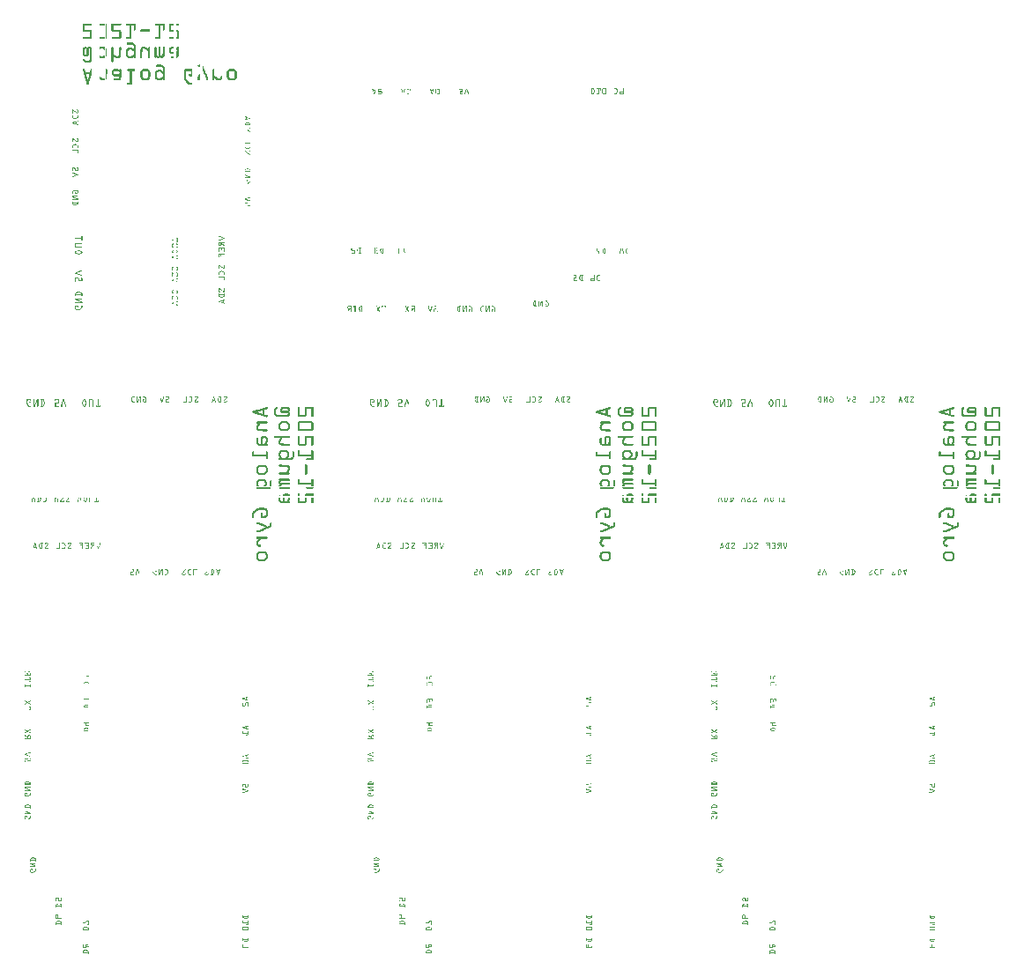
<source format=gbo>
G04 file manually fixed for GerberTools #86 / #143*
%MOIN*%
%OFA0B0*%
%FSLAX23Y23*%
%IPPOS*%
%LPD*%
%ADD10R,0.001X0.001*%
%ADD21R,0.001X0.001*%
%ADD22R,0.001X0.001*%
%ADD23R,0.001X0.001*%
G90*
G54D10*
X00478Y02388D02*
X00487Y02388D01*
X00495Y02388D02*
X00496Y02388D01*
X00505Y02388D02*
X00509Y02388D01*
X00517Y02388D02*
X00524Y02388D01*
X00582Y02388D02*
X00584Y02388D01*
X00594Y02388D02*
X00596Y02388D01*
X00604Y02388D02*
X00615Y02388D01*
X00681Y02388D02*
X00683Y02388D01*
X00691Y02388D02*
X00700Y02388D01*
X00713Y02388D02*
X00725Y02388D01*
X00784Y02388D02*
X00786Y02388D01*
X00805Y02388D02*
X00813Y02388D01*
X00822Y02388D02*
X00834Y02388D01*
X00477Y02387D02*
X00487Y02387D01*
X00495Y02387D02*
X00497Y02387D01*
X00505Y02387D02*
X00509Y02387D01*
X00516Y02387D02*
X00525Y02387D01*
X00582Y02387D02*
X00584Y02387D01*
X00594Y02387D02*
X00596Y02387D01*
X00604Y02387D02*
X00615Y02387D01*
X00681Y02387D02*
X00683Y02387D01*
X00691Y02387D02*
X00701Y02387D01*
X00713Y02387D02*
X00725Y02387D01*
X00784Y02387D02*
X00786Y02387D01*
X00804Y02387D02*
X00813Y02387D01*
X00822Y02387D02*
X00835Y02387D01*
X00476Y02386D02*
X00486Y02386D01*
X00494Y02386D02*
X00497Y02386D01*
X00504Y02386D02*
X00509Y02386D01*
X00518Y02386D02*
X00526Y02386D01*
X00582Y02386D02*
X00584Y02386D01*
X00594Y02386D02*
X00596Y02386D01*
X00605Y02386D02*
X00615Y02386D01*
X00681Y02386D02*
X00683Y02386D01*
X00692Y02386D02*
X00701Y02386D01*
X00713Y02386D02*
X00725Y02386D01*
X00783Y02386D02*
X00786Y02386D01*
X00803Y02386D02*
X00813Y02386D01*
X00822Y02386D02*
X00835Y02386D01*
X00476Y02385D02*
X00478Y02385D01*
X00482Y02385D02*
X00484Y02385D01*
X00494Y02385D02*
X00497Y02385D01*
X00504Y02385D02*
X00509Y02385D01*
X00524Y02385D02*
X00527Y02385D01*
X00582Y02385D02*
X00584Y02385D01*
X00594Y02385D02*
X00596Y02385D01*
X00613Y02385D02*
X00615Y02385D01*
X00681Y02385D02*
X00683Y02385D01*
X00698Y02385D02*
X00701Y02385D01*
X00713Y02385D02*
X00715Y02385D01*
X00724Y02385D02*
X00725Y02385D01*
X00783Y02385D02*
X00787Y02385D01*
X00803Y02385D02*
X00805Y02385D01*
X00809Y02385D02*
X00811Y02385D01*
X00822Y02385D02*
X00824Y02385D01*
X00833Y02385D02*
X00835Y02385D01*
X00475Y02384D02*
X00478Y02384D01*
X00482Y02384D02*
X00484Y02384D01*
X00494Y02384D02*
X00497Y02384D01*
X00503Y02384D02*
X00509Y02384D01*
X00525Y02384D02*
X00527Y02384D01*
X00582Y02384D02*
X00584Y02384D01*
X00594Y02384D02*
X00596Y02384D01*
X00613Y02384D02*
X00615Y02384D01*
X00681Y02384D02*
X00683Y02384D01*
X00700Y02384D02*
X00701Y02384D01*
X00713Y02384D02*
X00713Y02384D01*
X00722Y02384D02*
X00725Y02384D01*
X00783Y02384D02*
X00787Y02384D01*
X00802Y02384D02*
X00805Y02384D01*
X00809Y02384D02*
X00811Y02384D01*
X00822Y02384D02*
X00822Y02384D01*
X00832Y02384D02*
X00835Y02384D01*
X00475Y02383D02*
X00477Y02383D01*
X00482Y02383D02*
X00484Y02383D01*
X00494Y02383D02*
X00497Y02383D01*
X00503Y02383D02*
X00509Y02383D01*
X00525Y02383D02*
X00528Y02383D01*
X00582Y02383D02*
X00584Y02383D01*
X00594Y02383D02*
X00596Y02383D01*
X00613Y02383D02*
X00615Y02383D01*
X00681Y02383D02*
X00683Y02383D01*
X00700Y02383D02*
X00703Y02383D01*
X00722Y02383D02*
X00725Y02383D01*
X00783Y02383D02*
X00787Y02383D01*
X00802Y02383D02*
X00804Y02383D01*
X00809Y02383D02*
X00811Y02383D01*
X00832Y02383D02*
X00835Y02383D01*
X00474Y02382D02*
X00477Y02382D01*
X00482Y02382D02*
X00484Y02382D01*
X00494Y02382D02*
X00497Y02382D01*
X00502Y02382D02*
X00505Y02382D01*
X00507Y02382D02*
X00509Y02382D01*
X00526Y02382D02*
X00529Y02382D01*
X00582Y02382D02*
X00584Y02382D01*
X00593Y02382D02*
X00596Y02382D01*
X00613Y02382D02*
X00615Y02382D01*
X00681Y02382D02*
X00683Y02382D01*
X00701Y02382D02*
X00703Y02382D01*
X00722Y02382D02*
X00725Y02382D01*
X00782Y02382D02*
X00788Y02382D01*
X00801Y02382D02*
X00804Y02382D01*
X00809Y02382D02*
X00811Y02382D01*
X00831Y02382D02*
X00834Y02382D01*
X00474Y02381D02*
X00476Y02381D01*
X00482Y02381D02*
X00484Y02381D01*
X00494Y02381D02*
X00497Y02381D01*
X00502Y02381D02*
X00504Y02381D01*
X00507Y02381D02*
X00509Y02381D01*
X00527Y02381D02*
X00530Y02381D01*
X00582Y02381D02*
X00584Y02381D01*
X00593Y02381D02*
X00595Y02381D01*
X00613Y02381D02*
X00615Y02381D01*
X00681Y02381D02*
X00683Y02381D01*
X00701Y02381D02*
X00704Y02381D01*
X00721Y02381D02*
X00724Y02381D01*
X00782Y02381D02*
X00784Y02381D01*
X00786Y02381D02*
X00788Y02381D01*
X00801Y02381D02*
X00803Y02381D01*
X00809Y02381D02*
X00811Y02381D01*
X00830Y02381D02*
X00833Y02381D01*
X00473Y02380D02*
X00476Y02380D01*
X00482Y02380D02*
X00484Y02380D01*
X00494Y02380D02*
X00497Y02380D01*
X00502Y02380D02*
X00504Y02380D01*
X00507Y02380D02*
X00509Y02380D01*
X00528Y02380D02*
X00530Y02380D01*
X00582Y02380D02*
X00585Y02380D01*
X00593Y02380D02*
X00595Y02380D01*
X00613Y02380D02*
X00615Y02380D01*
X00681Y02380D02*
X00683Y02380D01*
X00701Y02380D02*
X00704Y02380D01*
X00719Y02380D02*
X00722Y02380D01*
X00782Y02380D02*
X00784Y02380D01*
X00786Y02380D02*
X00788Y02380D01*
X00800Y02380D02*
X00803Y02380D01*
X00809Y02380D02*
X00811Y02380D01*
X00829Y02380D02*
X00832Y02380D01*
X00473Y02379D02*
X00475Y02379D01*
X00482Y02379D02*
X00484Y02379D01*
X00494Y02379D02*
X00497Y02379D01*
X00501Y02379D02*
X00504Y02379D01*
X00507Y02379D02*
X00509Y02379D01*
X00528Y02379D02*
X00530Y02379D01*
X00583Y02379D02*
X00585Y02379D01*
X00592Y02379D02*
X00595Y02379D01*
X00612Y02379D02*
X00615Y02379D01*
X00681Y02379D02*
X00683Y02379D01*
X00701Y02379D02*
X00704Y02379D01*
X00719Y02379D02*
X00722Y02379D01*
X00781Y02379D02*
X00784Y02379D01*
X00786Y02379D02*
X00788Y02379D01*
X00800Y02379D02*
X00802Y02379D01*
X00809Y02379D02*
X00811Y02379D01*
X00828Y02379D02*
X00831Y02379D01*
X00473Y02378D02*
X00475Y02378D01*
X00482Y02378D02*
X00484Y02378D01*
X00494Y02378D02*
X00497Y02378D01*
X00501Y02378D02*
X00503Y02378D01*
X00507Y02378D02*
X00509Y02378D01*
X00528Y02378D02*
X00530Y02378D01*
X00583Y02378D02*
X00586Y02378D01*
X00592Y02378D02*
X00594Y02378D01*
X00605Y02378D02*
X00615Y02378D01*
X00681Y02378D02*
X00683Y02378D01*
X00703Y02378D02*
X00704Y02378D01*
X00719Y02378D02*
X00722Y02378D01*
X00781Y02378D02*
X00783Y02378D01*
X00787Y02378D02*
X00789Y02378D01*
X00800Y02378D02*
X00802Y02378D01*
X00809Y02378D02*
X00811Y02378D01*
X00828Y02378D02*
X00831Y02378D01*
X00081Y02377D02*
X00089Y02377D01*
X00104Y02377D02*
X00105Y02377D01*
X00117Y02377D02*
X00120Y02377D01*
X00131Y02377D02*
X00139Y02377D01*
X00185Y02377D02*
X00197Y02377D01*
X00216Y02377D02*
X00217Y02377D01*
X00294Y02377D02*
X00296Y02377D01*
X00317Y02377D02*
X00326Y02377D01*
X00347Y02377D02*
X00347Y02377D01*
X00473Y02377D02*
X00475Y02377D01*
X00482Y02377D02*
X00484Y02377D01*
X00494Y02377D02*
X00497Y02377D01*
X00500Y02377D02*
X00503Y02377D01*
X00507Y02377D02*
X00509Y02377D01*
X00528Y02377D02*
X00530Y02377D01*
X00584Y02377D02*
X00586Y02377D01*
X00592Y02377D02*
X00594Y02377D01*
X00604Y02377D02*
X00615Y02377D01*
X00681Y02377D02*
X00683Y02377D01*
X00703Y02377D02*
X00704Y02377D01*
X00718Y02377D02*
X00721Y02377D01*
X00781Y02377D02*
X00783Y02377D01*
X00787Y02377D02*
X00789Y02377D01*
X00800Y02377D02*
X00802Y02377D01*
X00809Y02377D02*
X00811Y02377D01*
X00827Y02377D02*
X00830Y02377D01*
X00078Y02376D02*
X00092Y02376D01*
X00104Y02376D02*
X00106Y02376D01*
X00116Y02376D02*
X00121Y02376D01*
X00130Y02376D02*
X00141Y02376D01*
X00184Y02376D02*
X00198Y02376D01*
X00215Y02376D02*
X00218Y02376D01*
X00292Y02376D02*
X00298Y02376D01*
X00315Y02376D02*
X00327Y02376D01*
X00346Y02376D02*
X00349Y02376D01*
X00473Y02376D02*
X00475Y02376D01*
X00482Y02376D02*
X00484Y02376D01*
X00494Y02376D02*
X00497Y02376D01*
X00500Y02376D02*
X00502Y02376D01*
X00507Y02376D02*
X00509Y02376D01*
X00517Y02376D02*
X00522Y02376D01*
X00528Y02376D02*
X00530Y02376D01*
X00584Y02376D02*
X00586Y02376D01*
X00591Y02376D02*
X00593Y02376D01*
X00604Y02376D02*
X00614Y02376D01*
X00681Y02376D02*
X00683Y02376D01*
X00701Y02376D02*
X00704Y02376D01*
X00716Y02376D02*
X00719Y02376D01*
X00780Y02376D02*
X00783Y02376D01*
X00787Y02376D02*
X00789Y02376D01*
X00800Y02376D02*
X00802Y02376D01*
X00809Y02376D02*
X00811Y02376D01*
X00826Y02376D02*
X00829Y02376D01*
X00078Y02375D02*
X00092Y02375D01*
X00104Y02375D02*
X00106Y02375D01*
X00116Y02375D02*
X00121Y02375D01*
X00130Y02375D02*
X00142Y02375D01*
X00182Y02375D02*
X00199Y02375D01*
X00215Y02375D02*
X00218Y02375D01*
X00292Y02375D02*
X00299Y02375D01*
X00314Y02375D02*
X00329Y02375D01*
X00346Y02375D02*
X00349Y02375D01*
X00473Y02375D02*
X00475Y02375D01*
X00482Y02375D02*
X00484Y02375D01*
X00494Y02375D02*
X00497Y02375D01*
X00499Y02375D02*
X00502Y02375D01*
X00507Y02375D02*
X00509Y02375D01*
X00516Y02375D02*
X00523Y02375D01*
X00528Y02375D02*
X00530Y02375D01*
X00584Y02375D02*
X00587Y02375D01*
X00591Y02375D02*
X00593Y02375D01*
X00603Y02375D02*
X00606Y02375D01*
X00681Y02375D02*
X00683Y02375D01*
X00701Y02375D02*
X00704Y02375D01*
X00716Y02375D02*
X00719Y02375D01*
X00780Y02375D02*
X00782Y02375D01*
X00787Y02375D02*
X00790Y02375D01*
X00800Y02375D02*
X00802Y02375D01*
X00809Y02375D02*
X00811Y02375D01*
X00825Y02375D02*
X00828Y02375D01*
X00078Y02374D02*
X00094Y02374D01*
X00103Y02374D02*
X00106Y02374D01*
X00115Y02374D02*
X00121Y02374D01*
X00130Y02374D02*
X00142Y02374D01*
X00182Y02374D02*
X00199Y02374D01*
X00215Y02374D02*
X00219Y02374D01*
X00291Y02374D02*
X00299Y02374D01*
X00313Y02374D02*
X00329Y02374D01*
X00346Y02374D02*
X00349Y02374D01*
X00474Y02374D02*
X00476Y02374D01*
X00482Y02374D02*
X00484Y02374D01*
X00494Y02374D02*
X00497Y02374D01*
X00499Y02374D02*
X00501Y02374D01*
X00507Y02374D02*
X00509Y02374D01*
X00516Y02374D02*
X00523Y02374D01*
X00528Y02374D02*
X00530Y02374D01*
X00585Y02374D02*
X00587Y02374D01*
X00590Y02374D02*
X00593Y02374D01*
X00603Y02374D02*
X00606Y02374D01*
X00681Y02374D02*
X00683Y02374D01*
X00701Y02374D02*
X00704Y02374D01*
X00716Y02374D02*
X00719Y02374D01*
X00780Y02374D02*
X00782Y02374D01*
X00788Y02374D02*
X00790Y02374D01*
X00800Y02374D02*
X00803Y02374D01*
X00809Y02374D02*
X00811Y02374D01*
X00825Y02374D02*
X00828Y02374D01*
X00078Y02373D02*
X00081Y02373D01*
X00091Y02373D02*
X00094Y02373D01*
X00103Y02373D02*
X00106Y02373D01*
X00115Y02373D02*
X00121Y02373D01*
X00133Y02373D02*
X00136Y02373D01*
X00139Y02373D02*
X00143Y02373D01*
X00182Y02373D02*
X00185Y02373D01*
X00196Y02373D02*
X00199Y02373D01*
X00214Y02373D02*
X00219Y02373D01*
X00291Y02373D02*
X00294Y02373D01*
X00297Y02373D02*
X00300Y02373D01*
X00313Y02373D02*
X00315Y02373D01*
X00327Y02373D02*
X00330Y02373D01*
X00346Y02373D02*
X00349Y02373D01*
X00474Y02373D02*
X00476Y02373D01*
X00482Y02373D02*
X00484Y02373D01*
X00494Y02373D02*
X00497Y02373D01*
X00499Y02373D02*
X00501Y02373D01*
X00507Y02373D02*
X00509Y02373D01*
X00516Y02373D02*
X00519Y02373D01*
X00528Y02373D02*
X00530Y02373D01*
X00585Y02373D02*
X00588Y02373D01*
X00590Y02373D02*
X00592Y02373D01*
X00603Y02373D02*
X00606Y02373D01*
X00681Y02373D02*
X00683Y02373D01*
X00701Y02373D02*
X00704Y02373D01*
X00715Y02373D02*
X00718Y02373D01*
X00780Y02373D02*
X00790Y02373D01*
X00801Y02373D02*
X00803Y02373D01*
X00809Y02373D02*
X00811Y02373D01*
X00824Y02373D02*
X00827Y02373D01*
X00077Y02372D02*
X00080Y02372D01*
X00092Y02372D02*
X00094Y02372D01*
X00103Y02372D02*
X00106Y02372D01*
X00114Y02372D02*
X00121Y02372D01*
X00133Y02372D02*
X00136Y02372D01*
X00140Y02372D02*
X00143Y02372D01*
X00196Y02372D02*
X00199Y02372D01*
X00214Y02372D02*
X00219Y02372D01*
X00290Y02372D02*
X00293Y02372D01*
X00297Y02372D02*
X00300Y02372D01*
X00313Y02372D02*
X00315Y02372D01*
X00327Y02372D02*
X00330Y02372D01*
X00346Y02372D02*
X00349Y02372D01*
X00474Y02372D02*
X00477Y02372D01*
X00482Y02372D02*
X00484Y02372D01*
X00494Y02372D02*
X00500Y02372D01*
X00507Y02372D02*
X00509Y02372D01*
X00516Y02372D02*
X00518Y02372D01*
X00528Y02372D02*
X00530Y02372D01*
X00586Y02372D02*
X00588Y02372D01*
X00590Y02372D02*
X00592Y02372D01*
X00603Y02372D02*
X00606Y02372D01*
X00681Y02372D02*
X00683Y02372D01*
X00701Y02372D02*
X00703Y02372D01*
X00713Y02372D02*
X00716Y02372D01*
X00779Y02372D02*
X00791Y02372D01*
X00801Y02372D02*
X00804Y02372D01*
X00809Y02372D02*
X00811Y02372D01*
X00822Y02372D02*
X00826Y02372D01*
X00077Y02371D02*
X00080Y02371D01*
X00092Y02371D02*
X00094Y02371D01*
X00103Y02371D02*
X00106Y02371D01*
X00114Y02371D02*
X00121Y02371D01*
X00133Y02371D02*
X00136Y02371D01*
X00141Y02371D02*
X00144Y02371D01*
X00196Y02371D02*
X00199Y02371D01*
X00213Y02371D02*
X00220Y02371D01*
X00290Y02371D02*
X00293Y02371D01*
X00298Y02371D02*
X00301Y02371D01*
X00313Y02371D02*
X00315Y02371D01*
X00327Y02371D02*
X00330Y02371D01*
X00346Y02371D02*
X00349Y02371D01*
X00475Y02371D02*
X00477Y02371D01*
X00482Y02371D02*
X00484Y02371D01*
X00494Y02371D02*
X00500Y02371D01*
X00507Y02371D02*
X00509Y02371D01*
X00516Y02371D02*
X00518Y02371D01*
X00528Y02371D02*
X00530Y02371D01*
X00586Y02371D02*
X00592Y02371D01*
X00603Y02371D02*
X00606Y02371D01*
X00681Y02371D02*
X00683Y02371D01*
X00700Y02371D02*
X00701Y02371D01*
X00713Y02371D02*
X00716Y02371D01*
X00779Y02371D02*
X00791Y02371D01*
X00802Y02371D02*
X00804Y02371D01*
X00809Y02371D02*
X00811Y02371D01*
X00822Y02371D02*
X00825Y02371D01*
X00077Y02370D02*
X00080Y02370D01*
X00092Y02370D02*
X00094Y02370D01*
X00103Y02370D02*
X00106Y02370D01*
X00114Y02370D02*
X00121Y02370D01*
X00133Y02370D02*
X00136Y02370D01*
X00141Y02370D02*
X00144Y02370D01*
X00196Y02370D02*
X00199Y02370D01*
X00213Y02370D02*
X00220Y02370D01*
X00289Y02370D02*
X00292Y02370D01*
X00298Y02370D02*
X00301Y02370D01*
X00313Y02370D02*
X00315Y02370D01*
X00327Y02370D02*
X00330Y02370D01*
X00346Y02370D02*
X00349Y02370D01*
X00475Y02370D02*
X00478Y02370D01*
X00482Y02370D02*
X00484Y02370D01*
X00494Y02370D02*
X00500Y02370D01*
X00507Y02370D02*
X00509Y02370D01*
X00516Y02370D02*
X00518Y02370D01*
X00528Y02370D02*
X00530Y02370D01*
X00586Y02370D02*
X00591Y02370D01*
X00603Y02370D02*
X00606Y02370D01*
X00681Y02370D02*
X00683Y02370D01*
X00700Y02370D02*
X00701Y02370D01*
X00713Y02370D02*
X00715Y02370D01*
X00725Y02370D02*
X00725Y02370D01*
X00779Y02370D02*
X00781Y02370D01*
X00789Y02370D02*
X00791Y02370D01*
X00802Y02370D02*
X00805Y02370D01*
X00809Y02370D02*
X00811Y02370D01*
X00822Y02370D02*
X00824Y02370D01*
X00834Y02370D02*
X00835Y02370D01*
X00077Y02369D02*
X00080Y02369D01*
X00092Y02369D02*
X00094Y02369D01*
X00103Y02369D02*
X00106Y02369D01*
X00113Y02369D02*
X00116Y02369D01*
X00118Y02369D02*
X00121Y02369D01*
X00133Y02369D02*
X00136Y02369D01*
X00142Y02369D02*
X00145Y02369D01*
X00196Y02369D02*
X00199Y02369D01*
X00213Y02369D02*
X00216Y02369D01*
X00218Y02369D02*
X00221Y02369D01*
X00289Y02369D02*
X00292Y02369D01*
X00299Y02369D02*
X00302Y02369D01*
X00313Y02369D02*
X00315Y02369D01*
X00327Y02369D02*
X00330Y02369D01*
X00346Y02369D02*
X00349Y02369D01*
X00476Y02369D02*
X00479Y02369D01*
X00482Y02369D02*
X00484Y02369D01*
X00494Y02369D02*
X00499Y02369D01*
X00507Y02369D02*
X00509Y02369D01*
X00516Y02369D02*
X00519Y02369D01*
X00528Y02369D02*
X00530Y02369D01*
X00587Y02369D02*
X00591Y02369D01*
X00603Y02369D02*
X00606Y02369D01*
X00615Y02369D02*
X00617Y02369D01*
X00681Y02369D02*
X00683Y02369D01*
X00698Y02369D02*
X00701Y02369D01*
X00713Y02369D02*
X00715Y02369D01*
X00724Y02369D02*
X00725Y02369D01*
X00778Y02369D02*
X00781Y02369D01*
X00789Y02369D02*
X00791Y02369D01*
X00803Y02369D02*
X00806Y02369D01*
X00809Y02369D02*
X00811Y02369D01*
X00822Y02369D02*
X00824Y02369D01*
X00833Y02369D02*
X00835Y02369D01*
X00077Y02368D02*
X00080Y02368D01*
X00088Y02368D02*
X00094Y02368D01*
X00103Y02368D02*
X00106Y02368D01*
X00113Y02368D02*
X00116Y02368D01*
X00118Y02368D02*
X00121Y02368D01*
X00133Y02368D02*
X00136Y02368D01*
X00142Y02368D02*
X00145Y02368D01*
X00196Y02368D02*
X00199Y02368D01*
X00212Y02368D02*
X00215Y02368D01*
X00218Y02368D02*
X00221Y02368D01*
X00288Y02368D02*
X00291Y02368D01*
X00299Y02368D02*
X00302Y02368D01*
X00313Y02368D02*
X00315Y02368D01*
X00327Y02368D02*
X00330Y02368D01*
X00346Y02368D02*
X00349Y02368D01*
X00476Y02368D02*
X00486Y02368D01*
X00494Y02368D02*
X00499Y02368D01*
X00507Y02368D02*
X00509Y02368D01*
X00517Y02368D02*
X00530Y02368D01*
X00587Y02368D02*
X00590Y02368D01*
X00604Y02368D02*
X00617Y02368D01*
X00670Y02368D02*
X00683Y02368D01*
X00691Y02368D02*
X00701Y02368D01*
X00713Y02368D02*
X00725Y02368D01*
X00778Y02368D02*
X00780Y02368D01*
X00790Y02368D02*
X00792Y02368D01*
X00803Y02368D02*
X00813Y02368D01*
X00822Y02368D02*
X00835Y02368D01*
X00077Y02367D02*
X00080Y02367D01*
X00086Y02367D02*
X00094Y02367D01*
X00103Y02367D02*
X00106Y02367D01*
X00112Y02367D02*
X00115Y02367D01*
X00118Y02367D02*
X00121Y02367D01*
X00133Y02367D02*
X00136Y02367D01*
X00143Y02367D02*
X00146Y02367D01*
X00196Y02367D02*
X00199Y02367D01*
X00212Y02367D02*
X00215Y02367D01*
X00218Y02367D02*
X00221Y02367D01*
X00288Y02367D02*
X00291Y02367D01*
X00300Y02367D02*
X00303Y02367D01*
X00313Y02367D02*
X00315Y02367D01*
X00327Y02367D02*
X00330Y02367D01*
X00346Y02367D02*
X00349Y02367D01*
X00477Y02367D02*
X00487Y02367D01*
X00494Y02367D02*
X00498Y02367D01*
X00507Y02367D02*
X00509Y02367D01*
X00517Y02367D02*
X00529Y02367D01*
X00588Y02367D02*
X00590Y02367D01*
X00604Y02367D02*
X00617Y02367D01*
X00669Y02367D02*
X00683Y02367D01*
X00691Y02367D02*
X00700Y02367D01*
X00713Y02367D02*
X00725Y02367D01*
X00778Y02367D02*
X00780Y02367D01*
X00790Y02367D02*
X00792Y02367D01*
X00804Y02367D02*
X00813Y02367D01*
X00822Y02367D02*
X00835Y02367D01*
X00077Y02366D02*
X00080Y02366D01*
X00086Y02366D02*
X00094Y02366D01*
X00103Y02366D02*
X00106Y02366D01*
X00112Y02366D02*
X00115Y02366D01*
X00118Y02366D02*
X00121Y02366D01*
X00133Y02366D02*
X00136Y02366D01*
X00143Y02366D02*
X00146Y02366D01*
X00196Y02366D02*
X00199Y02366D01*
X00211Y02366D02*
X00214Y02366D01*
X00219Y02366D02*
X00222Y02366D01*
X00287Y02366D02*
X00290Y02366D01*
X00300Y02366D02*
X00303Y02366D01*
X00313Y02366D02*
X00315Y02366D01*
X00327Y02366D02*
X00330Y02366D01*
X00346Y02366D02*
X00349Y02366D01*
X00478Y02366D02*
X00486Y02366D01*
X00494Y02366D02*
X00498Y02366D01*
X00507Y02366D02*
X00508Y02366D01*
X00519Y02366D02*
X00528Y02366D01*
X00588Y02366D02*
X00589Y02366D01*
X00605Y02366D02*
X00615Y02366D01*
X00669Y02366D02*
X00683Y02366D01*
X00691Y02366D02*
X00698Y02366D01*
X00713Y02366D02*
X00725Y02366D01*
X00778Y02366D02*
X00780Y02366D01*
X00790Y02366D02*
X00792Y02366D01*
X00805Y02366D02*
X00813Y02366D01*
X00822Y02366D02*
X00834Y02366D01*
X00077Y02365D02*
X00080Y02365D01*
X00086Y02365D02*
X00094Y02365D01*
X00103Y02365D02*
X00106Y02365D01*
X00111Y02365D02*
X00114Y02365D01*
X00118Y02365D02*
X00121Y02365D01*
X00133Y02365D02*
X00136Y02365D01*
X00144Y02365D02*
X00146Y02365D01*
X00196Y02365D02*
X00199Y02365D01*
X00211Y02365D02*
X00214Y02365D01*
X00219Y02365D02*
X00222Y02365D01*
X00287Y02365D02*
X00290Y02365D01*
X00301Y02365D02*
X00303Y02365D01*
X00313Y02365D02*
X00315Y02365D01*
X00327Y02365D02*
X00330Y02365D01*
X00346Y02365D02*
X00349Y02365D01*
X00077Y02364D02*
X00080Y02364D01*
X00103Y02364D02*
X00106Y02364D01*
X00111Y02364D02*
X00114Y02364D01*
X00118Y02364D02*
X00121Y02364D01*
X00133Y02364D02*
X00136Y02364D01*
X00144Y02364D02*
X00147Y02364D01*
X00185Y02364D02*
X00199Y02364D01*
X00211Y02364D02*
X00214Y02364D01*
X00220Y02364D02*
X00223Y02364D01*
X00287Y02364D02*
X00289Y02364D01*
X00301Y02364D02*
X00304Y02364D01*
X00313Y02364D02*
X00315Y02364D01*
X00327Y02364D02*
X00330Y02364D01*
X00346Y02364D02*
X00349Y02364D01*
X00077Y02363D02*
X00080Y02363D01*
X00103Y02363D02*
X00106Y02363D01*
X00110Y02363D02*
X00113Y02363D01*
X00118Y02363D02*
X00121Y02363D01*
X00133Y02363D02*
X00136Y02363D01*
X00144Y02363D02*
X00147Y02363D01*
X00185Y02363D02*
X00198Y02363D01*
X00210Y02363D02*
X00213Y02363D01*
X00220Y02363D02*
X00223Y02363D01*
X00287Y02363D02*
X00289Y02363D01*
X00301Y02363D02*
X00304Y02363D01*
X00313Y02363D02*
X00315Y02363D01*
X00327Y02363D02*
X00330Y02363D01*
X00346Y02363D02*
X00349Y02363D01*
X00077Y02362D02*
X00080Y02362D01*
X00103Y02362D02*
X00106Y02362D01*
X00110Y02362D02*
X00113Y02362D01*
X00118Y02362D02*
X00121Y02362D01*
X00133Y02362D02*
X00136Y02362D01*
X00144Y02362D02*
X00147Y02362D01*
X00185Y02362D02*
X00197Y02362D01*
X00210Y02362D02*
X00213Y02362D01*
X00220Y02362D02*
X00223Y02362D01*
X00287Y02362D02*
X00289Y02362D01*
X00301Y02362D02*
X00304Y02362D01*
X00313Y02362D02*
X00315Y02362D01*
X00327Y02362D02*
X00330Y02362D01*
X00346Y02362D02*
X00349Y02362D01*
X00077Y02361D02*
X00080Y02361D01*
X00103Y02361D02*
X00106Y02361D01*
X00110Y02361D02*
X00113Y02361D01*
X00118Y02361D02*
X00121Y02361D01*
X00133Y02361D02*
X00136Y02361D01*
X00144Y02361D02*
X00146Y02361D01*
X00185Y02361D02*
X00188Y02361D01*
X00210Y02361D02*
X00212Y02361D01*
X00221Y02361D02*
X00224Y02361D01*
X00287Y02361D02*
X00290Y02361D01*
X00300Y02361D02*
X00303Y02361D01*
X00313Y02361D02*
X00315Y02361D01*
X00327Y02361D02*
X00330Y02361D01*
X00346Y02361D02*
X00349Y02361D01*
X00078Y02360D02*
X00081Y02360D01*
X00103Y02360D02*
X00106Y02360D01*
X00109Y02360D02*
X00112Y02360D01*
X00118Y02360D02*
X00121Y02360D01*
X00133Y02360D02*
X00136Y02360D01*
X00143Y02360D02*
X00146Y02360D01*
X00185Y02360D02*
X00188Y02360D01*
X00209Y02360D02*
X00212Y02360D01*
X00221Y02360D02*
X00224Y02360D01*
X00287Y02360D02*
X00290Y02360D01*
X00300Y02360D02*
X00303Y02360D01*
X00313Y02360D02*
X00315Y02360D01*
X00327Y02360D02*
X00330Y02360D01*
X00346Y02360D02*
X00349Y02360D01*
X00078Y02359D02*
X00081Y02359D01*
X00103Y02359D02*
X00106Y02359D01*
X00109Y02359D02*
X00112Y02359D01*
X00118Y02359D02*
X00121Y02359D01*
X00133Y02359D02*
X00136Y02359D01*
X00143Y02359D02*
X00146Y02359D01*
X00185Y02359D02*
X00188Y02359D01*
X00209Y02359D02*
X00212Y02359D01*
X00222Y02359D02*
X00225Y02359D01*
X00288Y02359D02*
X00291Y02359D01*
X00299Y02359D02*
X00303Y02359D01*
X00313Y02359D02*
X00315Y02359D01*
X00327Y02359D02*
X00330Y02359D01*
X00346Y02359D02*
X00349Y02359D01*
X00078Y02358D02*
X00081Y02358D01*
X00103Y02358D02*
X00106Y02358D01*
X00108Y02358D02*
X00111Y02358D01*
X00118Y02358D02*
X00121Y02358D01*
X00133Y02358D02*
X00136Y02358D01*
X00142Y02358D02*
X00145Y02358D01*
X00185Y02358D02*
X00188Y02358D01*
X00208Y02358D02*
X00211Y02358D01*
X00222Y02358D02*
X00225Y02358D01*
X00288Y02358D02*
X00291Y02358D01*
X00299Y02358D02*
X00302Y02358D01*
X00313Y02358D02*
X00315Y02358D01*
X00327Y02358D02*
X00330Y02358D01*
X00346Y02358D02*
X00349Y02358D01*
X00078Y02357D02*
X00083Y02357D01*
X00103Y02357D02*
X00106Y02357D01*
X00108Y02357D02*
X00111Y02357D01*
X00118Y02357D02*
X00121Y02357D01*
X00133Y02357D02*
X00136Y02357D01*
X00142Y02357D02*
X00145Y02357D01*
X00185Y02357D02*
X00188Y02357D01*
X00208Y02357D02*
X00211Y02357D01*
X00222Y02357D02*
X00225Y02357D01*
X00289Y02357D02*
X00292Y02357D01*
X00298Y02357D02*
X00302Y02357D01*
X00313Y02357D02*
X00315Y02357D01*
X00327Y02357D02*
X00330Y02357D01*
X00346Y02357D02*
X00349Y02357D01*
X00080Y02356D02*
X00084Y02356D01*
X00103Y02356D02*
X00110Y02356D01*
X00118Y02356D02*
X00121Y02356D01*
X00133Y02356D02*
X00136Y02356D01*
X00141Y02356D02*
X00144Y02356D01*
X00185Y02356D02*
X00188Y02356D01*
X00208Y02356D02*
X00211Y02356D01*
X00223Y02356D02*
X00225Y02356D01*
X00289Y02356D02*
X00292Y02356D01*
X00298Y02356D02*
X00301Y02356D01*
X00313Y02356D02*
X00315Y02356D01*
X00327Y02356D02*
X00330Y02356D01*
X00346Y02356D02*
X00349Y02356D01*
X00081Y02355D02*
X00084Y02355D01*
X00103Y02355D02*
X00110Y02355D01*
X00118Y02355D02*
X00121Y02355D01*
X00133Y02355D02*
X00136Y02355D01*
X00141Y02355D02*
X00144Y02355D01*
X00185Y02355D02*
X00188Y02355D01*
X00208Y02355D02*
X00211Y02355D01*
X00223Y02355D02*
X00225Y02355D01*
X00290Y02355D02*
X00293Y02355D01*
X00297Y02355D02*
X00301Y02355D01*
X00313Y02355D02*
X00315Y02355D01*
X00327Y02355D02*
X00330Y02355D01*
X00339Y02355D02*
X00341Y02355D01*
X00346Y02355D02*
X00349Y02355D01*
X00353Y02355D02*
X00356Y02355D01*
X00081Y02354D02*
X00085Y02354D01*
X00103Y02354D02*
X00110Y02354D01*
X00118Y02354D02*
X00121Y02354D01*
X00133Y02354D02*
X00136Y02354D01*
X00140Y02354D02*
X00143Y02354D01*
X00185Y02354D02*
X00188Y02354D01*
X00208Y02354D02*
X00211Y02354D01*
X00223Y02354D02*
X00225Y02354D01*
X00290Y02354D02*
X00293Y02354D01*
X00297Y02354D02*
X00300Y02354D01*
X00313Y02354D02*
X00315Y02354D01*
X00327Y02354D02*
X00330Y02354D01*
X00339Y02354D02*
X00342Y02354D01*
X00346Y02354D02*
X00349Y02354D01*
X00353Y02354D02*
X00356Y02354D01*
X00081Y02353D02*
X00086Y02353D01*
X00103Y02353D02*
X00109Y02353D01*
X00118Y02353D02*
X00121Y02353D01*
X00133Y02353D02*
X00136Y02353D01*
X00139Y02353D02*
X00143Y02353D01*
X00185Y02353D02*
X00188Y02353D01*
X00208Y02353D02*
X00211Y02353D01*
X00223Y02353D02*
X00225Y02353D01*
X00291Y02353D02*
X00294Y02353D01*
X00296Y02353D02*
X00300Y02353D01*
X00313Y02353D02*
X00315Y02353D01*
X00327Y02353D02*
X00330Y02353D01*
X00339Y02353D02*
X00342Y02353D01*
X00346Y02353D02*
X00349Y02353D01*
X00353Y02353D02*
X00356Y02353D01*
X00083Y02352D02*
X00094Y02352D01*
X00103Y02352D02*
X00109Y02352D01*
X00118Y02352D02*
X00121Y02352D01*
X00130Y02352D02*
X00142Y02352D01*
X00185Y02352D02*
X00199Y02352D01*
X00208Y02352D02*
X00211Y02352D01*
X00223Y02352D02*
X00225Y02352D01*
X00291Y02352D02*
X00299Y02352D01*
X00313Y02352D02*
X00315Y02352D01*
X00327Y02352D02*
X00330Y02352D01*
X00339Y02352D02*
X00356Y02352D01*
X00084Y02351D02*
X00094Y02351D01*
X00103Y02351D02*
X00108Y02351D01*
X00118Y02351D02*
X00121Y02351D01*
X00130Y02351D02*
X00141Y02351D01*
X00185Y02351D02*
X00199Y02351D01*
X00208Y02351D02*
X00211Y02351D01*
X00223Y02351D02*
X00225Y02351D01*
X00292Y02351D02*
X00298Y02351D01*
X00313Y02351D02*
X00315Y02351D01*
X00327Y02351D02*
X00330Y02351D01*
X00339Y02351D02*
X00356Y02351D01*
X00085Y02350D02*
X00094Y02350D01*
X00103Y02350D02*
X00108Y02350D01*
X00118Y02350D02*
X00120Y02350D01*
X00130Y02350D02*
X00140Y02350D01*
X00185Y02350D02*
X00199Y02350D01*
X00208Y02350D02*
X00211Y02350D01*
X00223Y02350D02*
X00225Y02350D01*
X00293Y02350D02*
X00298Y02350D01*
X00313Y02350D02*
X00315Y02350D01*
X00327Y02350D02*
X00330Y02350D01*
X00339Y02350D02*
X00356Y02350D01*
X00088Y02349D02*
X00092Y02349D01*
X00104Y02349D02*
X00107Y02349D01*
X00131Y02349D02*
X00138Y02349D01*
X00185Y02349D02*
X00197Y02349D01*
X00295Y02349D02*
X00295Y02349D01*
X00339Y02349D02*
X00356Y02349D01*
X01022Y02348D02*
X01025Y02348D01*
X01046Y02348D02*
X01064Y02348D01*
X01105Y02348D02*
X01107Y02348D01*
X01134Y02348D02*
X01161Y02348D01*
X00983Y02347D02*
X00987Y02347D01*
X01020Y02347D02*
X01027Y02347D01*
X01043Y02347D02*
X01066Y02347D01*
X01104Y02347D02*
X01109Y02347D01*
X01132Y02347D02*
X01161Y02347D01*
X00979Y02346D02*
X00988Y02346D01*
X01020Y02346D02*
X01027Y02346D01*
X01041Y02346D02*
X01068Y02346D01*
X01103Y02346D02*
X01109Y02346D01*
X01131Y02346D02*
X01161Y02346D01*
X00976Y02345D02*
X00988Y02345D01*
X01018Y02345D02*
X01027Y02345D01*
X01040Y02345D02*
X01069Y02345D01*
X01103Y02345D02*
X01110Y02345D01*
X01130Y02345D02*
X01161Y02345D01*
X00973Y02344D02*
X00988Y02344D01*
X01018Y02344D02*
X01027Y02344D01*
X01039Y02344D02*
X01070Y02344D01*
X01103Y02344D02*
X01110Y02344D01*
X01130Y02344D02*
X01161Y02344D01*
X00969Y02343D02*
X00988Y02343D01*
X01016Y02343D02*
X01027Y02343D01*
X01039Y02343D02*
X01071Y02343D01*
X01103Y02343D02*
X01110Y02343D01*
X01129Y02343D02*
X01161Y02343D01*
X00966Y02342D02*
X00988Y02342D01*
X01016Y02342D02*
X01027Y02342D01*
X01038Y02342D02*
X01071Y02342D01*
X01103Y02342D02*
X01110Y02342D01*
X01129Y02342D02*
X01161Y02342D01*
X00962Y02341D02*
X00987Y02341D01*
X01016Y02341D02*
X01025Y02341D01*
X01038Y02341D02*
X01072Y02341D01*
X01103Y02341D02*
X01110Y02341D01*
X01129Y02341D02*
X01161Y02341D01*
X00959Y02340D02*
X00985Y02340D01*
X01014Y02340D02*
X01024Y02340D01*
X01037Y02340D02*
X01045Y02340D01*
X01064Y02340D02*
X01072Y02340D01*
X01103Y02340D02*
X01110Y02340D01*
X01129Y02340D02*
X01135Y02340D01*
X01154Y02340D02*
X01161Y02340D01*
X00955Y02339D02*
X00982Y02339D01*
X01014Y02339D02*
X01022Y02339D01*
X01037Y02339D02*
X01044Y02339D01*
X01065Y02339D02*
X01072Y02339D01*
X01103Y02339D02*
X01110Y02339D01*
X01129Y02339D02*
X01135Y02339D01*
X01154Y02339D02*
X01161Y02339D01*
X00952Y02338D02*
X00978Y02338D01*
X01014Y02338D02*
X01022Y02338D01*
X01037Y02338D02*
X01044Y02338D01*
X01066Y02338D02*
X01072Y02338D01*
X01103Y02338D02*
X01110Y02338D01*
X01129Y02338D02*
X01135Y02338D01*
X01154Y02338D02*
X01161Y02338D01*
X00949Y02337D02*
X00976Y02337D01*
X01014Y02337D02*
X01022Y02337D01*
X01037Y02337D02*
X01044Y02337D01*
X01066Y02337D02*
X01072Y02337D01*
X01103Y02337D02*
X01110Y02337D01*
X01129Y02337D02*
X01135Y02337D01*
X01154Y02337D02*
X01161Y02337D01*
X00945Y02336D02*
X00976Y02336D01*
X01014Y02336D02*
X01020Y02336D01*
X01037Y02336D02*
X01044Y02336D01*
X01066Y02336D02*
X01072Y02336D01*
X01103Y02336D02*
X01110Y02336D01*
X01129Y02336D02*
X01135Y02336D01*
X01154Y02336D02*
X01161Y02336D01*
X00942Y02335D02*
X00976Y02335D01*
X01014Y02335D02*
X01020Y02335D01*
X01037Y02335D02*
X01044Y02335D01*
X01065Y02335D02*
X01072Y02335D01*
X01103Y02335D02*
X01110Y02335D01*
X01129Y02335D02*
X01135Y02335D01*
X01154Y02335D02*
X01161Y02335D01*
X00938Y02334D02*
X00965Y02334D01*
X00969Y02334D02*
X00976Y02334D01*
X01014Y02334D02*
X01020Y02334D01*
X01037Y02334D02*
X01044Y02334D01*
X01064Y02334D02*
X01072Y02334D01*
X01103Y02334D02*
X01110Y02334D01*
X01129Y02334D02*
X01135Y02334D01*
X01154Y02334D02*
X01161Y02334D01*
X00935Y02333D02*
X00961Y02333D01*
X00969Y02333D02*
X00976Y02333D01*
X01014Y02333D02*
X01020Y02333D01*
X01037Y02333D02*
X01072Y02333D01*
X01103Y02333D02*
X01110Y02333D01*
X01129Y02333D02*
X01135Y02333D01*
X01154Y02333D02*
X01161Y02333D01*
X00932Y02332D02*
X00958Y02332D01*
X00969Y02332D02*
X00976Y02332D01*
X01014Y02332D02*
X01020Y02332D01*
X01037Y02332D02*
X01071Y02332D01*
X01103Y02332D02*
X01110Y02332D01*
X01129Y02332D02*
X01135Y02332D01*
X01154Y02332D02*
X01161Y02332D01*
X00931Y02331D02*
X00954Y02331D01*
X00969Y02331D02*
X00976Y02331D01*
X01014Y02331D02*
X01020Y02331D01*
X01037Y02331D02*
X01071Y02331D01*
X01103Y02331D02*
X01110Y02331D01*
X01129Y02331D02*
X01135Y02331D01*
X01154Y02331D02*
X01161Y02331D01*
X00931Y02330D02*
X00951Y02330D01*
X00969Y02330D02*
X00976Y02330D01*
X01014Y02330D02*
X01020Y02330D01*
X01037Y02330D02*
X01070Y02330D01*
X01103Y02330D02*
X01110Y02330D01*
X01129Y02330D02*
X01135Y02330D01*
X01154Y02330D02*
X01161Y02330D01*
X00930Y02329D02*
X00948Y02329D01*
X00969Y02329D02*
X00976Y02329D01*
X01014Y02329D02*
X01020Y02329D01*
X01037Y02329D02*
X01070Y02329D01*
X01103Y02329D02*
X01110Y02329D01*
X01129Y02329D02*
X01135Y02329D01*
X01154Y02329D02*
X01161Y02329D01*
X00931Y02328D02*
X00950Y02328D01*
X00969Y02328D02*
X00976Y02328D01*
X01014Y02328D02*
X01020Y02328D01*
X01037Y02328D02*
X01071Y02328D01*
X01103Y02328D02*
X01110Y02328D01*
X01129Y02328D02*
X01135Y02328D01*
X01154Y02328D02*
X01161Y02328D01*
X00931Y02327D02*
X00953Y02327D01*
X00969Y02327D02*
X00976Y02327D01*
X01014Y02327D02*
X01020Y02327D01*
X01038Y02327D02*
X01071Y02327D01*
X01103Y02327D02*
X01110Y02327D01*
X01129Y02327D02*
X01135Y02327D01*
X01154Y02327D02*
X01161Y02327D01*
X00932Y02326D02*
X00956Y02326D01*
X00969Y02326D02*
X00976Y02326D01*
X01014Y02326D02*
X01020Y02326D01*
X01039Y02326D02*
X01072Y02326D01*
X01103Y02326D02*
X01110Y02326D01*
X01129Y02326D02*
X01135Y02326D01*
X01154Y02326D02*
X01161Y02326D01*
X00934Y02325D02*
X00960Y02325D01*
X00969Y02325D02*
X00976Y02325D01*
X01014Y02325D02*
X01020Y02325D01*
X01064Y02325D02*
X01072Y02325D01*
X01103Y02325D02*
X01110Y02325D01*
X01129Y02325D02*
X01135Y02325D01*
X01154Y02325D02*
X01161Y02325D01*
X00937Y02324D02*
X00963Y02324D01*
X00969Y02324D02*
X00976Y02324D01*
X01014Y02324D02*
X01020Y02324D01*
X01065Y02324D02*
X01072Y02324D01*
X01103Y02324D02*
X01110Y02324D01*
X01129Y02324D02*
X01135Y02324D01*
X01154Y02324D02*
X01161Y02324D01*
X00940Y02323D02*
X00967Y02323D01*
X00969Y02323D02*
X00976Y02323D01*
X01014Y02323D02*
X01020Y02323D01*
X01066Y02323D02*
X01072Y02323D01*
X01103Y02323D02*
X01110Y02323D01*
X01129Y02323D02*
X01135Y02323D01*
X01154Y02323D02*
X01161Y02323D01*
X00944Y02322D02*
X00976Y02322D01*
X01014Y02322D02*
X01022Y02322D01*
X01066Y02322D02*
X01072Y02322D01*
X01103Y02322D02*
X01110Y02322D01*
X01129Y02322D02*
X01135Y02322D01*
X01154Y02322D02*
X01161Y02322D01*
X00947Y02321D02*
X00976Y02321D01*
X01014Y02321D02*
X01022Y02321D01*
X01066Y02321D02*
X01072Y02321D01*
X01103Y02321D02*
X01110Y02321D01*
X01129Y02321D02*
X01135Y02321D01*
X01154Y02321D02*
X01161Y02321D01*
X00951Y02320D02*
X00977Y02320D01*
X01014Y02320D02*
X01022Y02320D01*
X01065Y02320D02*
X01072Y02320D01*
X01103Y02320D02*
X01110Y02320D01*
X01129Y02320D02*
X01135Y02320D01*
X01154Y02320D02*
X01161Y02320D01*
X00954Y02319D02*
X00980Y02319D01*
X01014Y02319D02*
X01024Y02319D01*
X01064Y02319D02*
X01072Y02319D01*
X01103Y02319D02*
X01110Y02319D01*
X01129Y02319D02*
X01135Y02319D01*
X01154Y02319D02*
X01161Y02319D01*
X00958Y02318D02*
X00984Y02318D01*
X01016Y02318D02*
X01072Y02318D01*
X01103Y02318D02*
X01135Y02318D01*
X01154Y02318D02*
X01161Y02318D01*
X00961Y02317D02*
X00987Y02317D01*
X01016Y02317D02*
X01071Y02317D01*
X01103Y02317D02*
X01135Y02317D01*
X01154Y02317D02*
X01161Y02317D01*
X00964Y02316D02*
X00988Y02316D01*
X01016Y02316D02*
X01071Y02316D01*
X01103Y02316D02*
X01135Y02316D01*
X01154Y02316D02*
X01161Y02316D01*
X00968Y02315D02*
X00988Y02315D01*
X01018Y02315D02*
X01070Y02315D01*
X01104Y02315D02*
X01135Y02315D01*
X01154Y02315D02*
X01161Y02315D01*
X00971Y02314D02*
X00988Y02314D01*
X01018Y02314D02*
X01069Y02314D01*
X01104Y02314D02*
X01134Y02314D01*
X01154Y02314D02*
X01161Y02314D01*
X00975Y02313D02*
X00988Y02313D01*
X01020Y02313D02*
X01068Y02313D01*
X01105Y02313D02*
X01133Y02313D01*
X01155Y02313D02*
X01161Y02313D01*
X00978Y02312D02*
X00988Y02312D01*
X01022Y02312D02*
X01066Y02312D01*
X01106Y02312D02*
X01132Y02312D01*
X01155Y02312D02*
X01160Y02312D01*
X00982Y02311D02*
X00987Y02311D01*
X01025Y02311D02*
X01064Y02311D01*
X01108Y02311D02*
X01130Y02311D01*
X01157Y02311D02*
X01159Y02311D01*
X00985Y02310D02*
X00986Y02310D01*
X00950Y02293D02*
X00985Y02293D01*
X01040Y02293D02*
X01063Y02293D01*
X01107Y02293D02*
X01157Y02293D01*
X00948Y02292D02*
X00987Y02292D01*
X01038Y02292D02*
X01065Y02292D01*
X01106Y02292D02*
X01158Y02292D01*
X00947Y02291D02*
X00988Y02291D01*
X01037Y02291D02*
X01066Y02291D01*
X01105Y02291D02*
X01159Y02291D01*
X00947Y02290D02*
X00988Y02290D01*
X01036Y02290D02*
X01067Y02290D01*
X01104Y02290D02*
X01160Y02290D01*
X00947Y02289D02*
X00988Y02289D01*
X01035Y02289D02*
X01068Y02289D01*
X01104Y02289D02*
X01160Y02289D01*
X00947Y02288D02*
X00988Y02288D01*
X01034Y02288D02*
X01069Y02288D01*
X01103Y02288D02*
X01161Y02288D01*
X00947Y02287D02*
X00988Y02287D01*
X01033Y02287D02*
X01070Y02287D01*
X01103Y02287D02*
X01161Y02287D01*
X00948Y02286D02*
X00986Y02286D01*
X01032Y02286D02*
X01042Y02286D01*
X01061Y02286D02*
X01070Y02286D01*
X01103Y02286D02*
X01110Y02286D01*
X01154Y02286D02*
X01161Y02286D01*
X00953Y02285D02*
X00961Y02285D01*
X01032Y02285D02*
X01040Y02285D01*
X01062Y02285D02*
X01071Y02285D01*
X01103Y02285D02*
X01110Y02285D01*
X01154Y02285D02*
X01161Y02285D01*
X00952Y02284D02*
X00960Y02284D01*
X01031Y02284D02*
X01039Y02284D01*
X01063Y02284D02*
X01072Y02284D01*
X01103Y02284D02*
X01110Y02284D01*
X01154Y02284D02*
X01161Y02284D01*
X00951Y02283D02*
X00959Y02283D01*
X01031Y02283D02*
X01039Y02283D01*
X01064Y02283D02*
X01072Y02283D01*
X01103Y02283D02*
X01110Y02283D01*
X01154Y02283D02*
X01161Y02283D01*
X00951Y02282D02*
X00959Y02282D01*
X01031Y02282D02*
X01038Y02282D01*
X01065Y02282D02*
X01072Y02282D01*
X01103Y02282D02*
X01110Y02282D01*
X01154Y02282D02*
X01161Y02282D01*
X00950Y02281D02*
X00958Y02281D01*
X01031Y02281D02*
X01037Y02281D01*
X01066Y02281D02*
X01072Y02281D01*
X01103Y02281D02*
X01110Y02281D01*
X01154Y02281D02*
X01161Y02281D01*
X00949Y02280D02*
X00958Y02280D01*
X01030Y02280D02*
X01037Y02280D01*
X01066Y02280D02*
X01072Y02280D01*
X01103Y02280D02*
X01110Y02280D01*
X01154Y02280D02*
X01161Y02280D01*
X00949Y02279D02*
X00957Y02279D01*
X01030Y02279D02*
X01037Y02279D01*
X01066Y02279D02*
X01072Y02279D01*
X01103Y02279D02*
X01110Y02279D01*
X01154Y02279D02*
X01161Y02279D01*
X00948Y02278D02*
X00956Y02278D01*
X01030Y02278D02*
X01037Y02278D01*
X01066Y02278D02*
X01072Y02278D01*
X01103Y02278D02*
X01110Y02278D01*
X01154Y02278D02*
X01161Y02278D01*
X00948Y02277D02*
X00956Y02277D01*
X01030Y02277D02*
X01037Y02277D01*
X01066Y02277D02*
X01072Y02277D01*
X01103Y02277D02*
X01110Y02277D01*
X01154Y02277D02*
X01161Y02277D01*
X00947Y02276D02*
X00955Y02276D01*
X01030Y02276D02*
X01037Y02276D01*
X01066Y02276D02*
X01072Y02276D01*
X01103Y02276D02*
X01110Y02276D01*
X01154Y02276D02*
X01161Y02276D01*
X00947Y02275D02*
X00954Y02275D01*
X01030Y02275D02*
X01037Y02275D01*
X01066Y02275D02*
X01072Y02275D01*
X01103Y02275D02*
X01110Y02275D01*
X01154Y02275D02*
X01161Y02275D01*
X00947Y02274D02*
X00954Y02274D01*
X01030Y02274D02*
X01037Y02274D01*
X01066Y02274D02*
X01072Y02274D01*
X01103Y02274D02*
X01110Y02274D01*
X01154Y02274D02*
X01161Y02274D01*
X00947Y02273D02*
X00953Y02273D01*
X01030Y02273D02*
X01037Y02273D01*
X01066Y02273D02*
X01072Y02273D01*
X01103Y02273D02*
X01110Y02273D01*
X01154Y02273D02*
X01161Y02273D01*
X00946Y02272D02*
X00953Y02272D01*
X01030Y02272D02*
X01037Y02272D01*
X01066Y02272D02*
X01072Y02272D01*
X01103Y02272D02*
X01110Y02272D01*
X01154Y02272D02*
X01161Y02272D01*
X00946Y02271D02*
X00953Y02271D01*
X01030Y02271D02*
X01037Y02271D01*
X01066Y02271D02*
X01072Y02271D01*
X01103Y02271D02*
X01110Y02271D01*
X01154Y02271D02*
X01161Y02271D01*
X00946Y02270D02*
X00953Y02270D01*
X01030Y02270D02*
X01037Y02270D01*
X01066Y02270D02*
X01072Y02270D01*
X01103Y02270D02*
X01110Y02270D01*
X01154Y02270D02*
X01161Y02270D01*
X00946Y02269D02*
X00953Y02269D01*
X01031Y02269D02*
X01037Y02269D01*
X01066Y02269D02*
X01072Y02269D01*
X01103Y02269D02*
X01110Y02269D01*
X01154Y02269D02*
X01161Y02269D01*
X00946Y02268D02*
X00953Y02268D01*
X01031Y02268D02*
X01038Y02268D01*
X01065Y02268D02*
X01072Y02268D01*
X01103Y02268D02*
X01110Y02268D01*
X01154Y02268D02*
X01161Y02268D01*
X00947Y02267D02*
X00953Y02267D01*
X01031Y02267D02*
X01038Y02267D01*
X01064Y02267D02*
X01072Y02267D01*
X01103Y02267D02*
X01110Y02267D01*
X01154Y02267D02*
X01161Y02267D01*
X00947Y02266D02*
X00954Y02266D01*
X01031Y02266D02*
X01039Y02266D01*
X01063Y02266D02*
X01072Y02266D01*
X01103Y02266D02*
X01110Y02266D01*
X01154Y02266D02*
X01161Y02266D01*
X00947Y02265D02*
X00954Y02265D01*
X01032Y02265D02*
X01040Y02265D01*
X01062Y02265D02*
X01071Y02265D01*
X01103Y02265D02*
X01110Y02265D01*
X01154Y02265D02*
X01161Y02265D01*
X00947Y02264D02*
X00957Y02264D01*
X01032Y02264D02*
X01042Y02264D01*
X01061Y02264D02*
X01070Y02264D01*
X01103Y02264D02*
X01110Y02264D01*
X01154Y02264D02*
X01161Y02264D01*
X00948Y02263D02*
X00985Y02263D01*
X01033Y02263D02*
X01070Y02263D01*
X01103Y02263D02*
X01161Y02263D01*
X00948Y02262D02*
X00987Y02262D01*
X01034Y02262D02*
X01069Y02262D01*
X01103Y02262D02*
X01161Y02262D01*
X00949Y02261D02*
X00988Y02261D01*
X01035Y02261D02*
X01068Y02261D01*
X01104Y02261D02*
X01160Y02261D01*
X00950Y02260D02*
X00988Y02260D01*
X01036Y02260D02*
X01067Y02260D01*
X01104Y02260D02*
X01160Y02260D01*
X00951Y02259D02*
X00988Y02259D01*
X01037Y02259D02*
X01066Y02259D01*
X01105Y02259D02*
X01159Y02259D01*
X00952Y02258D02*
X00988Y02258D01*
X01038Y02258D02*
X01065Y02258D01*
X01106Y02258D02*
X01158Y02258D01*
X00954Y02257D02*
X00988Y02257D01*
X01040Y02257D02*
X01063Y02257D01*
X01107Y02257D02*
X01157Y02257D01*
X00969Y02256D02*
X00986Y02256D01*
X01016Y02239D02*
X01070Y02239D01*
X01106Y02239D02*
X01107Y02239D01*
X01134Y02239D02*
X01161Y02239D01*
X00970Y02238D02*
X00981Y02238D01*
X01014Y02238D02*
X01071Y02238D01*
X01104Y02238D02*
X01109Y02238D01*
X01132Y02238D02*
X01161Y02238D01*
X00968Y02237D02*
X00983Y02237D01*
X01014Y02237D02*
X01072Y02237D01*
X01103Y02237D02*
X01109Y02237D01*
X01131Y02237D02*
X01161Y02237D01*
X00967Y02236D02*
X00984Y02236D01*
X01014Y02236D02*
X01072Y02236D01*
X01103Y02236D02*
X01110Y02236D01*
X01130Y02236D02*
X01161Y02236D01*
X00966Y02235D02*
X00985Y02235D01*
X01014Y02235D02*
X01072Y02235D01*
X01103Y02235D02*
X01110Y02235D01*
X01130Y02235D02*
X01161Y02235D01*
X00965Y02234D02*
X00986Y02234D01*
X01014Y02234D02*
X01072Y02234D01*
X01103Y02234D02*
X01110Y02234D01*
X01129Y02234D02*
X01161Y02234D01*
X00964Y02233D02*
X00987Y02233D01*
X01014Y02233D02*
X01071Y02233D01*
X01103Y02233D02*
X01110Y02233D01*
X01129Y02233D02*
X01161Y02233D01*
X00964Y02232D02*
X00987Y02232D01*
X01016Y02232D02*
X01070Y02232D01*
X01103Y02232D02*
X01110Y02232D01*
X01129Y02232D02*
X01161Y02232D01*
X00950Y02231D02*
X00950Y02231D01*
X00963Y02231D02*
X00988Y02231D01*
X01036Y02231D02*
X01045Y02231D01*
X01103Y02231D02*
X01110Y02231D01*
X01129Y02231D02*
X01135Y02231D01*
X01154Y02231D02*
X01161Y02231D01*
X00948Y02230D02*
X00952Y02230D01*
X00963Y02230D02*
X00971Y02230D01*
X00980Y02230D02*
X00988Y02230D01*
X01036Y02230D02*
X01044Y02230D01*
X01103Y02230D02*
X01110Y02230D01*
X01129Y02230D02*
X01135Y02230D01*
X01154Y02230D02*
X01161Y02230D01*
X00947Y02229D02*
X00953Y02229D01*
X00963Y02229D02*
X00970Y02229D01*
X00981Y02229D02*
X00988Y02229D01*
X01035Y02229D02*
X01043Y02229D01*
X01103Y02229D02*
X01110Y02229D01*
X01129Y02229D02*
X01135Y02229D01*
X01154Y02229D02*
X01161Y02229D01*
X00947Y02228D02*
X00953Y02228D01*
X00963Y02228D02*
X00969Y02228D01*
X00982Y02228D02*
X00988Y02228D01*
X01035Y02228D02*
X01043Y02228D01*
X01103Y02228D02*
X01110Y02228D01*
X01129Y02228D02*
X01135Y02228D01*
X01154Y02228D02*
X01161Y02228D01*
X00946Y02227D02*
X00953Y02227D01*
X00963Y02227D02*
X00969Y02227D01*
X00982Y02227D02*
X00988Y02227D01*
X01034Y02227D02*
X01042Y02227D01*
X01103Y02227D02*
X01110Y02227D01*
X01129Y02227D02*
X01135Y02227D01*
X01154Y02227D02*
X01161Y02227D01*
X00946Y02226D02*
X00953Y02226D01*
X00963Y02226D02*
X00969Y02226D01*
X00982Y02226D02*
X00988Y02226D01*
X01033Y02226D02*
X01041Y02226D01*
X01103Y02226D02*
X01110Y02226D01*
X01129Y02226D02*
X01135Y02226D01*
X01154Y02226D02*
X01161Y02226D01*
X00946Y02225D02*
X00953Y02225D01*
X00963Y02225D02*
X00969Y02225D01*
X00982Y02225D02*
X00988Y02225D01*
X01033Y02225D02*
X01041Y02225D01*
X01103Y02225D02*
X01110Y02225D01*
X01129Y02225D02*
X01135Y02225D01*
X01154Y02225D02*
X01161Y02225D01*
X00946Y02224D02*
X00953Y02224D01*
X00963Y02224D02*
X00969Y02224D01*
X00982Y02224D02*
X00988Y02224D01*
X01032Y02224D02*
X01040Y02224D01*
X01103Y02224D02*
X01110Y02224D01*
X01129Y02224D02*
X01135Y02224D01*
X01154Y02224D02*
X01161Y02224D01*
X00946Y02223D02*
X00953Y02223D01*
X00963Y02223D02*
X00969Y02223D01*
X00982Y02223D02*
X00988Y02223D01*
X01032Y02223D02*
X01039Y02223D01*
X01103Y02223D02*
X01110Y02223D01*
X01129Y02223D02*
X01135Y02223D01*
X01154Y02223D02*
X01161Y02223D01*
X00946Y02222D02*
X00953Y02222D01*
X00963Y02222D02*
X00969Y02222D01*
X00982Y02222D02*
X00988Y02222D01*
X01031Y02222D02*
X01039Y02222D01*
X01103Y02222D02*
X01110Y02222D01*
X01129Y02222D02*
X01135Y02222D01*
X01154Y02222D02*
X01161Y02222D01*
X00946Y02221D02*
X00953Y02221D01*
X00963Y02221D02*
X00969Y02221D01*
X00982Y02221D02*
X00988Y02221D01*
X01031Y02221D02*
X01038Y02221D01*
X01103Y02221D02*
X01110Y02221D01*
X01129Y02221D02*
X01135Y02221D01*
X01154Y02221D02*
X01161Y02221D01*
X00946Y02220D02*
X00953Y02220D01*
X00963Y02220D02*
X00969Y02220D01*
X00982Y02220D02*
X00988Y02220D01*
X01031Y02220D02*
X01038Y02220D01*
X01103Y02220D02*
X01110Y02220D01*
X01129Y02220D02*
X01135Y02220D01*
X01154Y02220D02*
X01161Y02220D01*
X00946Y02219D02*
X00953Y02219D01*
X00963Y02219D02*
X00969Y02219D01*
X00982Y02219D02*
X00988Y02219D01*
X01031Y02219D02*
X01037Y02219D01*
X01103Y02219D02*
X01110Y02219D01*
X01129Y02219D02*
X01135Y02219D01*
X01154Y02219D02*
X01161Y02219D01*
X00946Y02218D02*
X00953Y02218D01*
X00963Y02218D02*
X00969Y02218D01*
X00982Y02218D02*
X00988Y02218D01*
X01030Y02218D02*
X01037Y02218D01*
X01103Y02218D02*
X01110Y02218D01*
X01129Y02218D02*
X01135Y02218D01*
X01154Y02218D02*
X01161Y02218D01*
X00946Y02217D02*
X00953Y02217D01*
X00963Y02217D02*
X00969Y02217D01*
X00982Y02217D02*
X00988Y02217D01*
X01030Y02217D02*
X01037Y02217D01*
X01103Y02217D02*
X01110Y02217D01*
X01129Y02217D02*
X01135Y02217D01*
X01154Y02217D02*
X01161Y02217D01*
X00946Y02216D02*
X00953Y02216D01*
X00963Y02216D02*
X00969Y02216D01*
X00981Y02216D02*
X00988Y02216D01*
X01030Y02216D02*
X01037Y02216D01*
X01103Y02216D02*
X01110Y02216D01*
X01129Y02216D02*
X01135Y02216D01*
X01154Y02216D02*
X01161Y02216D01*
X00946Y02215D02*
X00953Y02215D01*
X00963Y02215D02*
X00969Y02215D01*
X00981Y02215D02*
X00988Y02215D01*
X01030Y02215D02*
X01037Y02215D01*
X01103Y02215D02*
X01110Y02215D01*
X01129Y02215D02*
X01135Y02215D01*
X01154Y02215D02*
X01161Y02215D01*
X00946Y02214D02*
X00953Y02214D01*
X00963Y02214D02*
X00969Y02214D01*
X00980Y02214D02*
X00988Y02214D01*
X01030Y02214D02*
X01037Y02214D01*
X01103Y02214D02*
X01110Y02214D01*
X01129Y02214D02*
X01135Y02214D01*
X01154Y02214D02*
X01161Y02214D01*
X00946Y02213D02*
X00953Y02213D01*
X00963Y02213D02*
X00969Y02213D01*
X00979Y02213D02*
X00987Y02213D01*
X01031Y02213D02*
X01037Y02213D01*
X01103Y02213D02*
X01110Y02213D01*
X01129Y02213D02*
X01135Y02213D01*
X01154Y02213D02*
X01161Y02213D01*
X00947Y02212D02*
X00953Y02212D01*
X00963Y02212D02*
X00969Y02212D01*
X00979Y02212D02*
X00987Y02212D01*
X01031Y02212D02*
X01038Y02212D01*
X01103Y02212D02*
X01110Y02212D01*
X01129Y02212D02*
X01135Y02212D01*
X01154Y02212D02*
X01161Y02212D01*
X00947Y02211D02*
X00954Y02211D01*
X00963Y02211D02*
X00970Y02211D01*
X00978Y02211D02*
X00986Y02211D01*
X01031Y02211D02*
X01039Y02211D01*
X01103Y02211D02*
X01110Y02211D01*
X01129Y02211D02*
X01135Y02211D01*
X01154Y02211D02*
X01161Y02211D01*
X00947Y02210D02*
X00955Y02210D01*
X00963Y02210D02*
X00970Y02210D01*
X00978Y02210D02*
X00986Y02210D01*
X01031Y02210D02*
X01048Y02210D01*
X01103Y02210D02*
X01110Y02210D01*
X01129Y02210D02*
X01135Y02210D01*
X01154Y02210D02*
X01161Y02210D01*
X00947Y02209D02*
X00973Y02209D01*
X00977Y02209D02*
X00985Y02209D01*
X01032Y02209D02*
X01070Y02209D01*
X01103Y02209D02*
X01135Y02209D01*
X01154Y02209D02*
X01161Y02209D01*
X00948Y02208D02*
X00986Y02208D01*
X01032Y02208D02*
X01071Y02208D01*
X01103Y02208D02*
X01135Y02208D01*
X01154Y02208D02*
X01161Y02208D01*
X00948Y02207D02*
X00988Y02207D01*
X01033Y02207D02*
X01072Y02207D01*
X01103Y02207D02*
X01135Y02207D01*
X01154Y02207D02*
X01161Y02207D01*
X00949Y02206D02*
X00988Y02206D01*
X01034Y02206D02*
X01072Y02206D01*
X01104Y02206D02*
X01135Y02206D01*
X01154Y02206D02*
X01161Y02206D01*
X00950Y02205D02*
X00988Y02205D01*
X01035Y02205D02*
X01072Y02205D01*
X01104Y02205D02*
X01134Y02205D01*
X01154Y02205D02*
X01161Y02205D01*
X00951Y02204D02*
X00988Y02204D01*
X01036Y02204D02*
X01072Y02204D01*
X01105Y02204D02*
X01133Y02204D01*
X01155Y02204D02*
X01161Y02204D01*
X00953Y02203D02*
X00988Y02203D01*
X01039Y02203D02*
X01071Y02203D01*
X01106Y02203D02*
X01132Y02203D01*
X01155Y02203D02*
X01160Y02203D01*
X00956Y02202D02*
X00987Y02202D01*
X01060Y02202D02*
X01070Y02202D01*
X01108Y02202D02*
X01130Y02202D01*
X01157Y02202D02*
X01159Y02202D01*
X00982Y02201D02*
X00985Y02201D01*
X01040Y02184D02*
X01060Y02184D01*
X01105Y02184D02*
X01108Y02184D01*
X01156Y02184D02*
X01159Y02184D01*
X01038Y02183D02*
X01062Y02183D01*
X01104Y02183D02*
X01109Y02183D01*
X01155Y02183D02*
X01160Y02183D01*
X01037Y02182D02*
X01063Y02182D01*
X01103Y02182D02*
X01109Y02182D01*
X01155Y02182D02*
X01161Y02182D01*
X01036Y02181D02*
X01064Y02181D01*
X01085Y02181D02*
X01085Y02181D01*
X01103Y02181D02*
X01110Y02181D01*
X01154Y02181D02*
X01161Y02181D01*
X00933Y02180D02*
X00935Y02180D01*
X00984Y02180D02*
X00986Y02180D01*
X01035Y02180D02*
X01065Y02180D01*
X01083Y02180D02*
X01087Y02180D01*
X01103Y02180D02*
X01110Y02180D01*
X01154Y02180D02*
X01161Y02180D01*
X00931Y02179D02*
X00936Y02179D01*
X00983Y02179D02*
X00987Y02179D01*
X01034Y02179D02*
X01066Y02179D01*
X01082Y02179D02*
X01088Y02179D01*
X01103Y02179D02*
X01110Y02179D01*
X01154Y02179D02*
X01161Y02179D01*
X00931Y02178D02*
X00937Y02178D01*
X00982Y02178D02*
X00988Y02178D01*
X01033Y02178D02*
X01067Y02178D01*
X01082Y02178D02*
X01088Y02178D01*
X01103Y02178D02*
X01110Y02178D01*
X01154Y02178D02*
X01161Y02178D01*
X00931Y02177D02*
X00937Y02177D01*
X00982Y02177D02*
X00988Y02177D01*
X01032Y02177D02*
X01042Y02177D01*
X01058Y02177D02*
X01067Y02177D01*
X01082Y02177D02*
X01088Y02177D01*
X01103Y02177D02*
X01110Y02177D01*
X01154Y02177D02*
X01161Y02177D01*
X00930Y02176D02*
X00937Y02176D01*
X00982Y02176D02*
X00988Y02176D01*
X01032Y02176D02*
X01040Y02176D01*
X01059Y02176D02*
X01068Y02176D01*
X01082Y02176D02*
X01089Y02176D01*
X01103Y02176D02*
X01110Y02176D01*
X01154Y02176D02*
X01161Y02176D01*
X00930Y02175D02*
X00937Y02175D01*
X00982Y02175D02*
X00988Y02175D01*
X01031Y02175D02*
X01039Y02175D01*
X01061Y02175D02*
X01068Y02175D01*
X01082Y02175D02*
X01089Y02175D01*
X01103Y02175D02*
X01110Y02175D01*
X01154Y02175D02*
X01161Y02175D01*
X00930Y02174D02*
X00937Y02174D01*
X00982Y02174D02*
X00988Y02174D01*
X01031Y02174D02*
X01039Y02174D01*
X01061Y02174D02*
X01069Y02174D01*
X01082Y02174D02*
X01089Y02174D01*
X01103Y02174D02*
X01110Y02174D01*
X01154Y02174D02*
X01161Y02174D01*
X00930Y02173D02*
X00937Y02173D01*
X00982Y02173D02*
X00988Y02173D01*
X01031Y02173D02*
X01038Y02173D01*
X01062Y02173D02*
X01069Y02173D01*
X01082Y02173D02*
X01089Y02173D01*
X01103Y02173D02*
X01110Y02173D01*
X01154Y02173D02*
X01161Y02173D01*
X00930Y02172D02*
X00937Y02172D01*
X00982Y02172D02*
X00988Y02172D01*
X01031Y02172D02*
X01037Y02172D01*
X01062Y02172D02*
X01069Y02172D01*
X01082Y02172D02*
X01089Y02172D01*
X01103Y02172D02*
X01110Y02172D01*
X01154Y02172D02*
X01161Y02172D01*
X00930Y02171D02*
X00937Y02171D01*
X00982Y02171D02*
X00988Y02171D01*
X01030Y02171D02*
X01037Y02171D01*
X01063Y02171D02*
X01069Y02171D01*
X01082Y02171D02*
X01089Y02171D01*
X01103Y02171D02*
X01110Y02171D01*
X01154Y02171D02*
X01161Y02171D01*
X00930Y02170D02*
X00937Y02170D01*
X00982Y02170D02*
X00988Y02170D01*
X01030Y02170D02*
X01037Y02170D01*
X01063Y02170D02*
X01069Y02170D01*
X01082Y02170D02*
X01089Y02170D01*
X01103Y02170D02*
X01110Y02170D01*
X01154Y02170D02*
X01161Y02170D01*
X00930Y02169D02*
X00988Y02169D01*
X01030Y02169D02*
X01037Y02169D01*
X01063Y02169D02*
X01069Y02169D01*
X01082Y02169D02*
X01089Y02169D01*
X01103Y02169D02*
X01161Y02169D01*
X00930Y02168D02*
X00988Y02168D01*
X01030Y02168D02*
X01037Y02168D01*
X01063Y02168D02*
X01069Y02168D01*
X01082Y02168D02*
X01089Y02168D01*
X01103Y02168D02*
X01161Y02168D01*
X00930Y02167D02*
X00988Y02167D01*
X01030Y02167D02*
X01037Y02167D01*
X01063Y02167D02*
X01069Y02167D01*
X01082Y02167D02*
X01089Y02167D01*
X01103Y02167D02*
X01161Y02167D01*
X00930Y02166D02*
X00988Y02166D01*
X01030Y02166D02*
X01037Y02166D01*
X01063Y02166D02*
X01069Y02166D01*
X01082Y02166D02*
X01089Y02166D01*
X01103Y02166D02*
X01161Y02166D01*
X00930Y02165D02*
X00988Y02165D01*
X01030Y02165D02*
X01037Y02165D01*
X01063Y02165D02*
X01069Y02165D01*
X01082Y02165D02*
X01089Y02165D01*
X01103Y02165D02*
X01161Y02165D01*
X00931Y02164D02*
X00988Y02164D01*
X01031Y02164D02*
X01037Y02164D01*
X01062Y02164D02*
X01069Y02164D01*
X01082Y02164D02*
X01089Y02164D01*
X01103Y02164D02*
X01161Y02164D01*
X00931Y02163D02*
X00988Y02163D01*
X01031Y02163D02*
X01038Y02163D01*
X01062Y02163D02*
X01069Y02163D01*
X01082Y02163D02*
X01089Y02163D01*
X01103Y02163D02*
X01161Y02163D01*
X00932Y02162D02*
X00988Y02162D01*
X01031Y02162D02*
X01039Y02162D01*
X01061Y02162D02*
X01069Y02162D01*
X01082Y02162D02*
X01089Y02162D01*
X01154Y02162D02*
X01161Y02162D01*
X00982Y02161D02*
X00988Y02161D01*
X01031Y02161D02*
X01039Y02161D01*
X01060Y02161D02*
X01068Y02161D01*
X01082Y02161D02*
X01088Y02161D01*
X01154Y02161D02*
X01161Y02161D01*
X00982Y02160D02*
X00988Y02160D01*
X01032Y02160D02*
X01040Y02160D01*
X01059Y02160D02*
X01068Y02160D01*
X01082Y02160D02*
X01088Y02160D01*
X01154Y02160D02*
X01161Y02160D01*
X00982Y02159D02*
X00988Y02159D01*
X01032Y02159D02*
X01041Y02159D01*
X01059Y02159D02*
X01067Y02159D01*
X01081Y02159D02*
X01088Y02159D01*
X01154Y02159D02*
X01161Y02159D01*
X00982Y02158D02*
X00988Y02158D01*
X01033Y02158D02*
X01042Y02158D01*
X01058Y02158D02*
X01067Y02158D01*
X01080Y02158D02*
X01088Y02158D01*
X01154Y02158D02*
X01161Y02158D01*
X00982Y02157D02*
X00988Y02157D01*
X01034Y02157D02*
X01043Y02157D01*
X01057Y02157D02*
X01066Y02157D01*
X01079Y02157D02*
X01088Y02157D01*
X01154Y02157D02*
X01161Y02157D01*
X00982Y02156D02*
X00988Y02156D01*
X01035Y02156D02*
X01044Y02156D01*
X01056Y02156D02*
X01065Y02156D01*
X01078Y02156D02*
X01087Y02156D01*
X01154Y02156D02*
X01161Y02156D01*
X00982Y02155D02*
X00988Y02155D01*
X01035Y02155D02*
X01045Y02155D01*
X01054Y02155D02*
X01065Y02155D01*
X01077Y02155D02*
X01087Y02155D01*
X01154Y02155D02*
X01161Y02155D01*
X00982Y02154D02*
X00988Y02154D01*
X01032Y02154D02*
X01086Y02154D01*
X01137Y02154D02*
X01161Y02154D01*
X00982Y02153D02*
X00988Y02153D01*
X01031Y02153D02*
X01085Y02153D01*
X01136Y02153D02*
X01161Y02153D01*
X00982Y02152D02*
X00988Y02152D01*
X01031Y02152D02*
X01084Y02152D01*
X01135Y02152D02*
X01161Y02152D01*
X00983Y02151D02*
X00987Y02151D01*
X01031Y02151D02*
X01083Y02151D01*
X01135Y02151D02*
X01161Y02151D01*
X01031Y02150D02*
X01082Y02150D01*
X01135Y02150D02*
X01161Y02150D01*
X01031Y02149D02*
X01081Y02149D01*
X01136Y02149D02*
X01160Y02149D01*
X01032Y02148D02*
X01079Y02148D01*
X01137Y02148D02*
X01160Y02148D01*
X01033Y02130D02*
X01043Y02130D01*
X01131Y02130D02*
X01136Y02130D01*
X00957Y02129D02*
X00978Y02129D01*
X01031Y02129D02*
X01064Y02129D01*
X01130Y02129D02*
X01137Y02129D01*
X00955Y02128D02*
X00981Y02128D01*
X01031Y02128D02*
X01066Y02128D01*
X01129Y02128D02*
X01138Y02128D01*
X00953Y02127D02*
X00982Y02127D01*
X01031Y02127D02*
X01068Y02127D01*
X01129Y02127D02*
X01138Y02127D01*
X00952Y02126D02*
X00983Y02126D01*
X01031Y02126D02*
X01069Y02126D01*
X01129Y02126D02*
X01139Y02126D01*
X00951Y02125D02*
X00984Y02125D01*
X01031Y02125D02*
X01070Y02125D01*
X01129Y02125D02*
X01139Y02125D01*
X00950Y02124D02*
X00985Y02124D01*
X01032Y02124D02*
X01071Y02124D01*
X01129Y02124D02*
X01139Y02124D01*
X00949Y02123D02*
X00986Y02123D01*
X01033Y02123D02*
X01071Y02123D01*
X01129Y02123D02*
X01139Y02123D01*
X00949Y02122D02*
X00986Y02122D01*
X01055Y02122D02*
X01072Y02122D01*
X01129Y02122D02*
X01139Y02122D01*
X00948Y02121D02*
X00957Y02121D01*
X00978Y02121D02*
X00987Y02121D01*
X01064Y02121D02*
X01072Y02121D01*
X01129Y02121D02*
X01139Y02121D01*
X00947Y02120D02*
X00956Y02120D01*
X00979Y02120D02*
X00987Y02120D01*
X01065Y02120D02*
X01072Y02120D01*
X01129Y02120D02*
X01139Y02120D01*
X00947Y02119D02*
X00955Y02119D01*
X00980Y02119D02*
X00988Y02119D01*
X01066Y02119D02*
X01072Y02119D01*
X01129Y02119D02*
X01139Y02119D01*
X00947Y02118D02*
X00954Y02118D01*
X00981Y02118D02*
X00988Y02118D01*
X01066Y02118D02*
X01072Y02118D01*
X01129Y02118D02*
X01139Y02118D01*
X00947Y02117D02*
X00953Y02117D01*
X00981Y02117D02*
X00988Y02117D01*
X01066Y02117D02*
X01072Y02117D01*
X01129Y02117D02*
X01139Y02117D01*
X00947Y02116D02*
X00953Y02116D01*
X00982Y02116D02*
X00988Y02116D01*
X01066Y02116D02*
X01072Y02116D01*
X01129Y02116D02*
X01139Y02116D01*
X00946Y02115D02*
X00953Y02115D01*
X00982Y02115D02*
X00988Y02115D01*
X01066Y02115D02*
X01072Y02115D01*
X01129Y02115D02*
X01139Y02115D01*
X00946Y02114D02*
X00953Y02114D01*
X00982Y02114D02*
X00988Y02114D01*
X01066Y02114D02*
X01072Y02114D01*
X01129Y02114D02*
X01139Y02114D01*
X00946Y02113D02*
X00953Y02113D01*
X00982Y02113D02*
X00988Y02113D01*
X01066Y02113D02*
X01072Y02113D01*
X01129Y02113D02*
X01139Y02113D01*
X00946Y02112D02*
X00953Y02112D01*
X00982Y02112D02*
X00988Y02112D01*
X01065Y02112D02*
X01072Y02112D01*
X01129Y02112D02*
X01139Y02112D01*
X00946Y02111D02*
X00953Y02111D01*
X00982Y02111D02*
X00988Y02111D01*
X01065Y02111D02*
X01072Y02111D01*
X01129Y02111D02*
X01139Y02111D01*
X00946Y02110D02*
X00953Y02110D01*
X00982Y02110D02*
X00988Y02110D01*
X01064Y02110D02*
X01072Y02110D01*
X01129Y02110D02*
X01139Y02110D01*
X00946Y02109D02*
X00953Y02109D01*
X00982Y02109D02*
X00988Y02109D01*
X01063Y02109D02*
X01071Y02109D01*
X01129Y02109D02*
X01139Y02109D01*
X00946Y02108D02*
X00953Y02108D01*
X00982Y02108D02*
X00988Y02108D01*
X01063Y02108D02*
X01071Y02108D01*
X01129Y02108D02*
X01139Y02108D01*
X00946Y02107D02*
X00953Y02107D01*
X00982Y02107D02*
X00988Y02107D01*
X01062Y02107D02*
X01070Y02107D01*
X01129Y02107D02*
X01139Y02107D01*
X00946Y02106D02*
X00953Y02106D01*
X00982Y02106D02*
X00988Y02106D01*
X01062Y02106D02*
X01070Y02106D01*
X01129Y02106D02*
X01139Y02106D01*
X00947Y02105D02*
X00953Y02105D01*
X00982Y02105D02*
X00988Y02105D01*
X01061Y02105D02*
X01069Y02105D01*
X01129Y02105D02*
X01139Y02105D01*
X00947Y02104D02*
X00954Y02104D01*
X00981Y02104D02*
X00988Y02104D01*
X01060Y02104D02*
X01068Y02104D01*
X01129Y02104D02*
X01139Y02104D01*
X00947Y02103D02*
X00954Y02103D01*
X00980Y02103D02*
X00988Y02103D01*
X01060Y02103D02*
X01068Y02103D01*
X01129Y02103D02*
X01139Y02103D01*
X00947Y02102D02*
X00955Y02102D01*
X00980Y02102D02*
X00988Y02102D01*
X01059Y02102D02*
X01067Y02102D01*
X01129Y02102D02*
X01139Y02102D01*
X00948Y02101D02*
X00956Y02101D01*
X00979Y02101D02*
X00987Y02101D01*
X01058Y02101D02*
X01066Y02101D01*
X01129Y02101D02*
X01139Y02101D01*
X00948Y02100D02*
X00957Y02100D01*
X00977Y02100D02*
X00987Y02100D01*
X01033Y02100D02*
X01070Y02100D01*
X01129Y02100D02*
X01139Y02100D01*
X00949Y02099D02*
X00986Y02099D01*
X01032Y02099D02*
X01071Y02099D01*
X01129Y02099D02*
X01139Y02099D01*
X00950Y02098D02*
X00985Y02098D01*
X01031Y02098D02*
X01072Y02098D01*
X01129Y02098D02*
X01139Y02098D01*
X00951Y02097D02*
X00984Y02097D01*
X01031Y02097D02*
X01072Y02097D01*
X01129Y02097D02*
X01139Y02097D01*
X00951Y02096D02*
X00983Y02096D01*
X01031Y02096D02*
X01072Y02096D01*
X01129Y02096D02*
X01138Y02096D01*
X00952Y02095D02*
X00982Y02095D01*
X01031Y02095D02*
X01072Y02095D01*
X01129Y02095D02*
X01138Y02095D01*
X00954Y02094D02*
X00981Y02094D01*
X01031Y02094D02*
X01071Y02094D01*
X01130Y02094D02*
X01138Y02094D01*
X00955Y02093D02*
X00980Y02093D01*
X01033Y02093D02*
X01070Y02093D01*
X01131Y02093D02*
X01136Y02093D01*
X00959Y02092D02*
X00977Y02092D01*
X01033Y02076D02*
X01070Y02076D01*
X00960Y02075D02*
X00972Y02075D01*
X01031Y02075D02*
X01072Y02075D01*
X01105Y02075D02*
X01108Y02075D01*
X01156Y02075D02*
X01159Y02075D01*
X00955Y02074D02*
X00976Y02074D01*
X01031Y02074D02*
X01072Y02074D01*
X01104Y02074D02*
X01109Y02074D01*
X01155Y02074D02*
X01160Y02074D01*
X00954Y02073D02*
X00978Y02073D01*
X01031Y02073D02*
X01072Y02073D01*
X01103Y02073D02*
X01109Y02073D01*
X01155Y02073D02*
X01161Y02073D01*
X00952Y02072D02*
X00979Y02072D01*
X01031Y02072D02*
X01072Y02072D01*
X01103Y02072D02*
X01110Y02072D01*
X01154Y02072D02*
X01161Y02072D01*
X00952Y02071D02*
X00980Y02071D01*
X01000Y02071D02*
X01002Y02071D01*
X01031Y02071D02*
X01072Y02071D01*
X01103Y02071D02*
X01110Y02071D01*
X01154Y02071D02*
X01161Y02071D01*
X00951Y02070D02*
X00981Y02070D01*
X00999Y02070D02*
X01002Y02070D01*
X01032Y02070D02*
X01071Y02070D01*
X01103Y02070D02*
X01110Y02070D01*
X01154Y02070D02*
X01161Y02070D01*
X00950Y02069D02*
X00982Y02069D01*
X00998Y02069D02*
X01004Y02069D01*
X01033Y02069D02*
X01070Y02069D01*
X01103Y02069D02*
X01110Y02069D01*
X01154Y02069D02*
X01161Y02069D01*
X00949Y02068D02*
X00983Y02068D01*
X00998Y02068D02*
X01004Y02068D01*
X01032Y02068D02*
X01041Y02068D01*
X01103Y02068D02*
X01110Y02068D01*
X01154Y02068D02*
X01161Y02068D01*
X00948Y02067D02*
X00958Y02067D01*
X00974Y02067D02*
X00983Y02067D01*
X00998Y02067D02*
X01004Y02067D01*
X01032Y02067D02*
X01041Y02067D01*
X01103Y02067D02*
X01110Y02067D01*
X01154Y02067D02*
X01161Y02067D01*
X00948Y02066D02*
X00956Y02066D01*
X00976Y02066D02*
X00984Y02066D01*
X00998Y02066D02*
X01004Y02066D01*
X01031Y02066D02*
X01040Y02066D01*
X01103Y02066D02*
X01110Y02066D01*
X01154Y02066D02*
X01161Y02066D01*
X00947Y02065D02*
X00955Y02065D01*
X00977Y02065D02*
X00985Y02065D01*
X00998Y02065D02*
X01004Y02065D01*
X01031Y02065D02*
X01039Y02065D01*
X01103Y02065D02*
X01110Y02065D01*
X01154Y02065D02*
X01161Y02065D01*
X00947Y02064D02*
X00954Y02064D01*
X00977Y02064D02*
X00985Y02064D01*
X00998Y02064D02*
X01004Y02064D01*
X01031Y02064D02*
X01038Y02064D01*
X01103Y02064D02*
X01110Y02064D01*
X01154Y02064D02*
X01161Y02064D01*
X00947Y02063D02*
X00954Y02063D01*
X00978Y02063D02*
X00985Y02063D01*
X00998Y02063D02*
X01004Y02063D01*
X01031Y02063D02*
X01037Y02063D01*
X01103Y02063D02*
X01110Y02063D01*
X01154Y02063D02*
X01161Y02063D01*
X00947Y02062D02*
X00953Y02062D01*
X00978Y02062D02*
X00985Y02062D01*
X00998Y02062D02*
X01004Y02062D01*
X01031Y02062D02*
X01037Y02062D01*
X01103Y02062D02*
X01110Y02062D01*
X01154Y02062D02*
X01161Y02062D01*
X00946Y02061D02*
X00953Y02061D01*
X00979Y02061D02*
X00985Y02061D01*
X00998Y02061D02*
X01004Y02061D01*
X01031Y02061D02*
X01038Y02061D01*
X01103Y02061D02*
X01110Y02061D01*
X01154Y02061D02*
X01161Y02061D01*
X00946Y02060D02*
X00953Y02060D01*
X00979Y02060D02*
X00985Y02060D01*
X00998Y02060D02*
X01004Y02060D01*
X01031Y02060D02*
X01071Y02060D01*
X01103Y02060D02*
X01161Y02060D01*
X00946Y02059D02*
X00953Y02059D01*
X00979Y02059D02*
X00985Y02059D01*
X00998Y02059D02*
X01004Y02059D01*
X01031Y02059D02*
X01072Y02059D01*
X01103Y02059D02*
X01161Y02059D01*
X00946Y02058D02*
X00953Y02058D01*
X00979Y02058D02*
X00985Y02058D01*
X00998Y02058D02*
X01004Y02058D01*
X01032Y02058D02*
X01072Y02058D01*
X01103Y02058D02*
X01161Y02058D01*
X00946Y02057D02*
X00953Y02057D01*
X00979Y02057D02*
X00985Y02057D01*
X00998Y02057D02*
X01004Y02057D01*
X01032Y02057D02*
X01072Y02057D01*
X01103Y02057D02*
X01161Y02057D01*
X00946Y02056D02*
X00953Y02056D01*
X00979Y02056D02*
X00985Y02056D01*
X00998Y02056D02*
X01004Y02056D01*
X01033Y02056D02*
X01072Y02056D01*
X01103Y02056D02*
X01161Y02056D01*
X00947Y02055D02*
X00953Y02055D01*
X00979Y02055D02*
X00985Y02055D01*
X00998Y02055D02*
X01004Y02055D01*
X01034Y02055D02*
X01072Y02055D01*
X01103Y02055D02*
X01161Y02055D01*
X00947Y02054D02*
X00953Y02054D01*
X00978Y02054D02*
X00985Y02054D01*
X00998Y02054D02*
X01004Y02054D01*
X01033Y02054D02*
X01071Y02054D01*
X01103Y02054D02*
X01161Y02054D01*
X00947Y02053D02*
X00954Y02053D01*
X00978Y02053D02*
X00985Y02053D01*
X00998Y02053D02*
X01004Y02053D01*
X01032Y02053D02*
X01041Y02053D01*
X01154Y02053D02*
X01161Y02053D01*
X00947Y02052D02*
X00955Y02052D01*
X00977Y02052D02*
X00985Y02052D01*
X00998Y02052D02*
X01004Y02052D01*
X01032Y02052D02*
X01041Y02052D01*
X01154Y02052D02*
X01161Y02052D01*
X00947Y02051D02*
X00956Y02051D01*
X00976Y02051D02*
X00984Y02051D01*
X00998Y02051D02*
X01004Y02051D01*
X01031Y02051D02*
X01040Y02051D01*
X01154Y02051D02*
X01161Y02051D01*
X00948Y02050D02*
X00956Y02050D01*
X00975Y02050D02*
X00984Y02050D01*
X00998Y02050D02*
X01004Y02050D01*
X01031Y02050D02*
X01039Y02050D01*
X01154Y02050D02*
X01161Y02050D01*
X00948Y02049D02*
X00957Y02049D01*
X00974Y02049D02*
X00983Y02049D01*
X00997Y02049D02*
X01004Y02049D01*
X01031Y02049D02*
X01038Y02049D01*
X01154Y02049D02*
X01161Y02049D01*
X00949Y02048D02*
X00958Y02048D01*
X00974Y02048D02*
X00983Y02048D01*
X00996Y02048D02*
X01004Y02048D01*
X01031Y02048D02*
X01037Y02048D01*
X01154Y02048D02*
X01161Y02048D01*
X00950Y02047D02*
X00959Y02047D01*
X00973Y02047D02*
X00982Y02047D01*
X00995Y02047D02*
X01004Y02047D01*
X01031Y02047D02*
X01037Y02047D01*
X01154Y02047D02*
X01161Y02047D01*
X00951Y02045D02*
X00960Y02045D01*
X00972Y02045D02*
X00981Y02045D01*
X00994Y02045D02*
X01002Y02045D01*
X01031Y02045D02*
X01046Y02045D01*
X01154Y02045D02*
X01161Y02045D01*
X00951Y02045D02*
X00963Y02045D01*
X00969Y02045D02*
X00981Y02045D01*
X00992Y02045D02*
X01002Y02045D01*
X01031Y02045D02*
X01070Y02045D01*
X01137Y02045D02*
X01161Y02045D01*
X00948Y02044D02*
X01002Y02044D01*
X01032Y02044D02*
X01071Y02044D01*
X01136Y02044D02*
X01161Y02044D01*
X00947Y02043D02*
X01000Y02043D01*
X01032Y02043D02*
X01072Y02043D01*
X01135Y02043D02*
X01161Y02043D01*
X00947Y02041D02*
X01000Y02041D01*
X01033Y02041D02*
X01072Y02041D01*
X01135Y02041D02*
X01161Y02041D01*
X00947Y02041D02*
X00999Y02041D01*
X01034Y02041D02*
X01072Y02041D01*
X01135Y02041D02*
X01161Y02041D01*
X00947Y02040D02*
X00998Y02040D01*
X01035Y02040D02*
X01072Y02040D01*
X01136Y02040D02*
X01160Y02040D01*
X00947Y02039D02*
X00997Y02039D01*
X01037Y02039D02*
X01072Y02039D01*
X01136Y02039D02*
X01160Y02039D01*
X00948Y02037D02*
X00995Y02037D01*
X01058Y02037D02*
X01070Y02037D01*
X01055Y02021D02*
X01064Y02021D01*
X01106Y02021D02*
X01107Y02021D01*
X01135Y02021D02*
X01161Y02021D01*
X01053Y02020D02*
X01066Y02020D01*
X01104Y02020D02*
X01109Y02020D01*
X01132Y02020D02*
X01161Y02020D01*
X01051Y02019D02*
X01068Y02019D01*
X01103Y02019D02*
X01109Y02019D01*
X01131Y02019D02*
X01161Y02019D01*
X01050Y02017D02*
X01069Y02017D01*
X01103Y02017D02*
X01110Y02017D01*
X01130Y02017D02*
X01161Y02017D01*
X01049Y02017D02*
X01070Y02017D01*
X01103Y02017D02*
X01110Y02017D01*
X01130Y02017D02*
X01161Y02017D01*
X01048Y02016D02*
X01071Y02016D01*
X01103Y02016D02*
X01110Y02016D01*
X01129Y02016D02*
X01161Y02016D01*
X01048Y02015D02*
X01071Y02015D01*
X01103Y02015D02*
X01110Y02015D01*
X01129Y02015D02*
X01161Y02015D01*
X01047Y02013D02*
X01072Y02013D01*
X01103Y02013D02*
X01110Y02013D01*
X01129Y02013D02*
X01161Y02013D01*
X01032Y02013D02*
X01036Y02013D01*
X01047Y02013D02*
X01055Y02013D01*
X01064Y02013D02*
X01072Y02013D01*
X01103Y02013D02*
X01110Y02013D01*
X01129Y02013D02*
X01135Y02013D01*
X01154Y02013D02*
X01161Y02013D01*
X01031Y02012D02*
X01036Y02012D01*
X01047Y02012D02*
X01054Y02012D01*
X01065Y02012D02*
X01072Y02012D01*
X01103Y02012D02*
X01110Y02012D01*
X01129Y02012D02*
X01135Y02012D01*
X01154Y02012D02*
X01161Y02012D01*
X00102Y02011D02*
X00103Y02011D01*
X00118Y02011D02*
X00126Y02011D01*
X00139Y02011D02*
X00148Y02011D01*
X00189Y02011D02*
X00191Y02011D01*
X00206Y02011D02*
X00217Y02011D01*
X00228Y02011D02*
X00239Y02011D01*
X00276Y02011D02*
X00278Y02011D01*
X00297Y02011D02*
X00301Y02011D01*
X00315Y02011D02*
X00326Y02011D01*
X00342Y02011D02*
X00343Y02011D01*
X01031Y02011D02*
X01037Y02011D01*
X01047Y02011D02*
X01053Y02011D01*
X01066Y02011D02*
X01072Y02011D01*
X01103Y02011D02*
X01110Y02011D01*
X01129Y02011D02*
X01135Y02011D01*
X01154Y02011D02*
X01161Y02011D01*
X00101Y02009D02*
X00104Y02009D01*
X00118Y02009D02*
X00127Y02009D01*
X00139Y02009D02*
X00149Y02009D01*
X00188Y02009D02*
X00191Y02009D01*
X00204Y02009D02*
X00218Y02009D01*
X00227Y02009D02*
X00240Y02009D01*
X00276Y02009D02*
X00278Y02009D01*
X00296Y02009D02*
X00302Y02009D01*
X00315Y02009D02*
X00327Y02009D01*
X00341Y02009D02*
X00343Y02009D01*
X01030Y02009D02*
X01037Y02009D01*
X01047Y02009D02*
X01053Y02009D01*
X01066Y02009D02*
X01072Y02009D01*
X01103Y02009D02*
X01110Y02009D01*
X01129Y02009D02*
X01135Y02009D01*
X01154Y02009D02*
X01161Y02009D01*
X00101Y02009D02*
X00104Y02009D01*
X00118Y02009D02*
X00128Y02009D01*
X00140Y02009D02*
X00150Y02009D01*
X00188Y02009D02*
X00191Y02009D01*
X00204Y02009D02*
X00219Y02009D01*
X00227Y02009D02*
X00240Y02009D01*
X00275Y02009D02*
X00279Y02009D01*
X00295Y02009D02*
X00302Y02009D01*
X00314Y02009D02*
X00327Y02009D01*
X00341Y02009D02*
X00343Y02009D01*
X01030Y02009D02*
X01037Y02009D01*
X01046Y02009D02*
X01053Y02009D01*
X01066Y02009D02*
X01072Y02009D01*
X01103Y02009D02*
X01110Y02009D01*
X01129Y02009D02*
X01135Y02009D01*
X01154Y02009D02*
X01161Y02009D01*
X00101Y02008D02*
X00105Y02008D01*
X00120Y02008D02*
X00122Y02008D01*
X00126Y02008D02*
X00128Y02008D01*
X00142Y02008D02*
X00144Y02008D01*
X00148Y02008D02*
X00150Y02008D01*
X00188Y02008D02*
X00192Y02008D01*
X00204Y02008D02*
X00207Y02008D01*
X00216Y02008D02*
X00219Y02008D01*
X00226Y02008D02*
X00229Y02008D01*
X00238Y02008D02*
X00240Y02008D01*
X00275Y02008D02*
X00279Y02008D01*
X00295Y02008D02*
X00297Y02008D01*
X00300Y02008D02*
X00303Y02008D01*
X00314Y02008D02*
X00315Y02008D01*
X00324Y02008D02*
X00327Y02008D01*
X00341Y02008D02*
X00343Y02008D01*
X01030Y02008D02*
X01037Y02008D01*
X01046Y02008D02*
X01053Y02008D01*
X01066Y02008D02*
X01072Y02008D01*
X01103Y02008D02*
X01110Y02008D01*
X01129Y02008D02*
X01135Y02008D01*
X01154Y02008D02*
X01161Y02008D01*
X00100Y02007D02*
X00105Y02007D01*
X00120Y02007D02*
X00122Y02007D01*
X00126Y02007D02*
X00129Y02007D01*
X00142Y02007D02*
X00144Y02007D01*
X00148Y02007D02*
X00151Y02007D01*
X00187Y02007D02*
X00192Y02007D01*
X00204Y02007D02*
X00206Y02007D01*
X00215Y02007D02*
X00218Y02007D01*
X00227Y02007D02*
X00228Y02007D01*
X00237Y02007D02*
X00240Y02007D01*
X00275Y02007D02*
X00279Y02007D01*
X00294Y02007D02*
X00297Y02007D01*
X00301Y02007D02*
X00303Y02007D01*
X00314Y02007D02*
X00315Y02007D01*
X00326Y02007D02*
X00327Y02007D01*
X00341Y02007D02*
X00343Y02007D01*
X01030Y02007D02*
X01037Y02007D01*
X01046Y02007D02*
X01053Y02007D01*
X01066Y02007D02*
X01072Y02007D01*
X01103Y02007D02*
X01110Y02007D01*
X01129Y02007D02*
X01135Y02007D01*
X01154Y02007D02*
X01161Y02007D01*
X00100Y02005D02*
X00105Y02005D01*
X00120Y02005D02*
X00122Y02005D01*
X00127Y02005D02*
X00129Y02005D01*
X00142Y02005D02*
X00144Y02005D01*
X00149Y02005D02*
X00151Y02005D01*
X00187Y02005D02*
X00193Y02005D01*
X00215Y02005D02*
X00218Y02005D01*
X00236Y02005D02*
X00239Y02005D01*
X00274Y02005D02*
X00280Y02005D01*
X00294Y02005D02*
X00296Y02005D01*
X00301Y02005D02*
X00304Y02005D01*
X00314Y02005D02*
X00315Y02005D01*
X00326Y02005D02*
X00327Y02005D01*
X00341Y02005D02*
X00343Y02005D01*
X01030Y02005D02*
X01037Y02005D01*
X01046Y02005D02*
X01053Y02005D01*
X01066Y02005D02*
X01072Y02005D01*
X01103Y02005D02*
X01110Y02005D01*
X01129Y02005D02*
X01135Y02005D01*
X01154Y02005D02*
X01161Y02005D01*
X00099Y02005D02*
X00102Y02005D01*
X00104Y02005D02*
X00106Y02005D01*
X00120Y02005D02*
X00122Y02005D01*
X00127Y02005D02*
X00130Y02005D01*
X00142Y02005D02*
X00144Y02005D01*
X00149Y02005D02*
X00152Y02005D01*
X00187Y02005D02*
X00189Y02005D01*
X00191Y02005D02*
X00193Y02005D01*
X00214Y02005D02*
X00217Y02005D01*
X00236Y02005D02*
X00239Y02005D01*
X00274Y02005D02*
X00276Y02005D01*
X00278Y02005D02*
X00280Y02005D01*
X00293Y02005D02*
X00296Y02005D01*
X00302Y02005D02*
X00304Y02005D01*
X00314Y02005D02*
X00315Y02005D01*
X00326Y02005D02*
X00327Y02005D01*
X00341Y02005D02*
X00343Y02005D01*
X01030Y02005D02*
X01037Y02005D01*
X01046Y02005D02*
X01053Y02005D01*
X01066Y02005D02*
X01072Y02005D01*
X01103Y02005D02*
X01110Y02005D01*
X01129Y02005D02*
X01135Y02005D01*
X01154Y02005D02*
X01161Y02005D01*
X00099Y02004D02*
X00101Y02004D01*
X00104Y02004D02*
X00106Y02004D01*
X00120Y02004D02*
X00122Y02004D01*
X00128Y02004D02*
X00130Y02004D01*
X00142Y02004D02*
X00144Y02004D01*
X00150Y02004D02*
X00152Y02004D01*
X00185Y02004D02*
X00188Y02004D01*
X00191Y02004D02*
X00193Y02004D01*
X00213Y02004D02*
X00216Y02004D01*
X00235Y02004D02*
X00238Y02004D01*
X00273Y02004D02*
X00276Y02004D01*
X00278Y02004D02*
X00281Y02004D01*
X00293Y02004D02*
X00295Y02004D01*
X00302Y02004D02*
X00305Y02004D01*
X00314Y02004D02*
X00315Y02004D01*
X00326Y02004D02*
X00327Y02004D01*
X00341Y02004D02*
X00343Y02004D01*
X01030Y02004D02*
X01037Y02004D01*
X01046Y02004D02*
X01053Y02004D01*
X01066Y02004D02*
X01072Y02004D01*
X01103Y02004D02*
X01110Y02004D01*
X01129Y02004D02*
X01135Y02004D01*
X01154Y02004D02*
X01161Y02004D01*
X00099Y02003D02*
X00101Y02003D01*
X00104Y02003D02*
X00107Y02003D01*
X00120Y02003D02*
X00122Y02003D01*
X00128Y02003D02*
X00131Y02003D01*
X00142Y02003D02*
X00144Y02003D01*
X00150Y02003D02*
X00153Y02003D01*
X00185Y02003D02*
X00188Y02003D01*
X00192Y02003D02*
X00194Y02003D01*
X00212Y02003D02*
X00215Y02003D01*
X00234Y02003D02*
X00237Y02003D01*
X00273Y02003D02*
X00275Y02003D01*
X00279Y02003D02*
X00281Y02003D01*
X00292Y02003D02*
X00295Y02003D01*
X00303Y02003D02*
X00305Y02003D01*
X00314Y02003D02*
X00315Y02003D01*
X00326Y02003D02*
X00327Y02003D01*
X00341Y02003D02*
X00343Y02003D01*
X01030Y02003D02*
X01037Y02003D01*
X01046Y02003D02*
X01053Y02003D01*
X01066Y02003D02*
X01072Y02003D01*
X01103Y02003D02*
X01110Y02003D01*
X01129Y02003D02*
X01135Y02003D01*
X01154Y02003D02*
X01161Y02003D01*
X00098Y02001D02*
X00101Y02001D01*
X00105Y02001D02*
X00107Y02001D01*
X00120Y02001D02*
X00122Y02001D01*
X00129Y02001D02*
X00131Y02001D01*
X00142Y02001D02*
X00144Y02001D01*
X00151Y02001D02*
X00153Y02001D01*
X00185Y02001D02*
X00188Y02001D01*
X00192Y02001D02*
X00194Y02001D01*
X00212Y02001D02*
X00215Y02001D01*
X00233Y02001D02*
X00236Y02001D01*
X00273Y02001D02*
X00275Y02001D01*
X00279Y02001D02*
X00281Y02001D01*
X00292Y02001D02*
X00294Y02001D01*
X00303Y02001D02*
X00306Y02001D01*
X00314Y02001D02*
X00315Y02001D01*
X00326Y02001D02*
X00327Y02001D01*
X00341Y02001D02*
X00343Y02001D01*
X01030Y02001D02*
X01037Y02001D01*
X01046Y02001D02*
X01053Y02001D01*
X01066Y02001D02*
X01072Y02001D01*
X01103Y02001D02*
X01110Y02001D01*
X01129Y02001D02*
X01135Y02001D01*
X01154Y02001D02*
X01161Y02001D01*
X00098Y02001D02*
X00100Y02001D01*
X00105Y02001D02*
X00107Y02001D01*
X00120Y02001D02*
X00122Y02001D01*
X00129Y02001D02*
X00131Y02001D01*
X00142Y02001D02*
X00144Y02001D01*
X00151Y02001D02*
X00153Y02001D01*
X00185Y02001D02*
X00187Y02001D01*
X00192Y02001D02*
X00195Y02001D01*
X00211Y02001D02*
X00214Y02001D01*
X00233Y02001D02*
X00236Y02001D01*
X00272Y02001D02*
X00275Y02001D01*
X00280Y02001D02*
X00282Y02001D01*
X00292Y02001D02*
X00294Y02001D01*
X00304Y02001D02*
X00306Y02001D01*
X00314Y02001D02*
X00315Y02001D01*
X00326Y02001D02*
X00327Y02001D01*
X00341Y02001D02*
X00343Y02001D01*
X01030Y02001D02*
X01037Y02001D01*
X01046Y02001D02*
X01053Y02001D01*
X01066Y02001D02*
X01072Y02001D01*
X01103Y02001D02*
X01110Y02001D01*
X01129Y02001D02*
X01135Y02001D01*
X01154Y02001D02*
X01161Y02001D01*
X00097Y02000D02*
X00100Y02000D01*
X00106Y02000D02*
X00108Y02000D01*
X00120Y02000D02*
X00122Y02000D01*
X00129Y02000D02*
X00131Y02000D01*
X00142Y02000D02*
X00144Y02000D01*
X00151Y02000D02*
X00153Y02000D01*
X00185Y02000D02*
X00187Y02000D01*
X00193Y02000D02*
X00195Y02000D01*
X00210Y02000D02*
X00213Y02000D01*
X00232Y02000D02*
X00235Y02000D01*
X00272Y02000D02*
X00274Y02000D01*
X00280Y02000D02*
X00282Y02000D01*
X00292Y02000D02*
X00294Y02000D01*
X00304Y02000D02*
X00306Y02000D01*
X00314Y02000D02*
X00315Y02000D01*
X00326Y02000D02*
X00327Y02000D01*
X00341Y02000D02*
X00343Y02000D01*
X01030Y02000D02*
X01037Y02000D01*
X01046Y02000D02*
X01053Y02000D01*
X01066Y02000D02*
X01072Y02000D01*
X01103Y02000D02*
X01110Y02000D01*
X01129Y02000D02*
X01135Y02000D01*
X01154Y02000D02*
X01161Y02000D01*
X00097Y01999D02*
X00099Y01999D01*
X00106Y01999D02*
X00108Y01999D01*
X00120Y01999D02*
X00122Y01999D01*
X00129Y01999D02*
X00131Y01999D01*
X00142Y01999D02*
X00144Y01999D01*
X00151Y01999D02*
X00153Y01999D01*
X00184Y01999D02*
X00187Y01999D01*
X00193Y01999D02*
X00195Y01999D01*
X00209Y01999D02*
X00212Y01999D01*
X00231Y01999D02*
X00234Y01999D01*
X00271Y01999D02*
X00274Y01999D01*
X00280Y01999D02*
X00283Y01999D01*
X00292Y01999D02*
X00294Y01999D01*
X00304Y01999D02*
X00306Y01999D01*
X00314Y01999D02*
X00315Y01999D01*
X00326Y01999D02*
X00327Y01999D01*
X00341Y01999D02*
X00343Y01999D01*
X01030Y01999D02*
X01037Y01999D01*
X01046Y01999D02*
X01053Y01999D01*
X01065Y01999D02*
X01072Y01999D01*
X01103Y01999D02*
X01110Y01999D01*
X01129Y01999D02*
X01135Y01999D01*
X01154Y01999D02*
X01161Y01999D01*
X00097Y01998D02*
X00099Y01998D01*
X00106Y01998D02*
X00109Y01998D01*
X00120Y01998D02*
X00122Y01998D01*
X00129Y01998D02*
X00131Y01998D01*
X00142Y01998D02*
X00144Y01998D01*
X00151Y01998D02*
X00153Y01998D01*
X00184Y01998D02*
X00185Y01998D01*
X00193Y01998D02*
X00196Y01998D01*
X00208Y01998D02*
X00211Y01998D01*
X00230Y01998D02*
X00233Y01998D01*
X00271Y01998D02*
X00273Y01998D01*
X00281Y01998D02*
X00283Y01998D01*
X00292Y01998D02*
X00294Y01998D01*
X00303Y01998D02*
X00305Y01998D01*
X00314Y01998D02*
X00315Y01998D01*
X00326Y01998D02*
X00327Y01998D01*
X00341Y01998D02*
X00343Y01998D01*
X01030Y01998D02*
X01037Y01998D01*
X01046Y01998D02*
X01053Y01998D01*
X01065Y01998D02*
X01072Y01998D01*
X01103Y01998D02*
X01110Y01998D01*
X01129Y01998D02*
X01135Y01998D01*
X01154Y01998D02*
X01161Y01998D01*
X00096Y01997D02*
X00099Y01997D01*
X00107Y01997D02*
X00109Y01997D01*
X00120Y01997D02*
X00122Y01997D01*
X00128Y01997D02*
X00131Y01997D01*
X00142Y01997D02*
X00144Y01997D01*
X00150Y01997D02*
X00152Y01997D01*
X00182Y01997D02*
X00185Y01997D01*
X00194Y01997D02*
X00196Y01997D01*
X00208Y01997D02*
X00211Y01997D01*
X00229Y01997D02*
X00232Y01997D01*
X00271Y01997D02*
X00273Y01997D01*
X00281Y01997D02*
X00283Y01997D01*
X00292Y01997D02*
X00295Y01997D01*
X00303Y01997D02*
X00305Y01997D01*
X00314Y01997D02*
X00315Y01997D01*
X00326Y01997D02*
X00327Y01997D01*
X00341Y01997D02*
X00343Y01997D01*
X01030Y01997D02*
X01037Y01997D01*
X01046Y01997D02*
X01053Y01997D01*
X01064Y01997D02*
X01072Y01997D01*
X01103Y01997D02*
X01110Y01997D01*
X01129Y01997D02*
X01135Y01997D01*
X01154Y01997D02*
X01161Y01997D01*
X00096Y01996D02*
X00098Y01996D01*
X00107Y01996D02*
X00109Y01996D01*
X00120Y01996D02*
X00122Y01996D01*
X00128Y01996D02*
X00130Y01996D01*
X00142Y01996D02*
X00144Y01996D01*
X00150Y01996D02*
X00152Y01996D01*
X00182Y01996D02*
X00185Y01996D01*
X00194Y01996D02*
X00197Y01996D01*
X00207Y01996D02*
X00210Y01996D01*
X00229Y01996D02*
X00232Y01996D01*
X00270Y01996D02*
X00273Y01996D01*
X00281Y01996D02*
X00284Y01996D01*
X00293Y01996D02*
X00295Y01996D01*
X00302Y01996D02*
X00305Y01996D01*
X00314Y01996D02*
X00315Y01996D01*
X00326Y01996D02*
X00327Y01996D01*
X00341Y01996D02*
X00343Y01996D01*
X01030Y01996D02*
X01037Y01996D01*
X01046Y01996D02*
X01053Y01996D01*
X01064Y01996D02*
X01071Y01996D01*
X01103Y01996D02*
X01110Y01996D01*
X01129Y01996D02*
X01135Y01996D01*
X01154Y01996D02*
X01161Y01996D01*
X00096Y01995D02*
X00098Y01995D01*
X00107Y01995D02*
X00110Y01995D01*
X00120Y01995D02*
X00122Y01995D01*
X00127Y01995D02*
X00130Y01995D01*
X00142Y01995D02*
X00144Y01995D01*
X00149Y01995D02*
X00152Y01995D01*
X00182Y01995D02*
X00185Y01995D01*
X00195Y01995D02*
X00197Y01995D01*
X00206Y01995D02*
X00209Y01995D01*
X00228Y01995D02*
X00231Y01995D01*
X00270Y01995D02*
X00272Y01995D01*
X00282Y01995D02*
X00284Y01995D01*
X00293Y01995D02*
X00296Y01995D01*
X00302Y01995D02*
X00304Y01995D01*
X00314Y01995D02*
X00315Y01995D01*
X00326Y01995D02*
X00327Y01995D01*
X00341Y01995D02*
X00343Y01995D01*
X01031Y01995D02*
X01037Y01995D01*
X01047Y01995D02*
X01053Y01995D01*
X01063Y01995D02*
X01071Y01995D01*
X01103Y01995D02*
X01110Y01995D01*
X01129Y01995D02*
X01135Y01995D01*
X01154Y01995D02*
X01161Y01995D01*
X00096Y01994D02*
X00098Y01994D01*
X00108Y01994D02*
X00110Y01994D01*
X00120Y01994D02*
X00122Y01994D01*
X00127Y01994D02*
X00129Y01994D01*
X00142Y01994D02*
X00144Y01994D01*
X00149Y01994D02*
X00151Y01994D01*
X00182Y01994D02*
X00185Y01994D01*
X00195Y01994D02*
X00197Y01994D01*
X00204Y01994D02*
X00208Y01994D01*
X00227Y01994D02*
X00230Y01994D01*
X00270Y01994D02*
X00272Y01994D01*
X00282Y01994D02*
X00284Y01994D01*
X00294Y01994D02*
X00296Y01994D01*
X00301Y01994D02*
X00304Y01994D01*
X00314Y01994D02*
X00315Y01994D01*
X00326Y01994D02*
X00327Y01994D01*
X00341Y01994D02*
X00343Y01994D01*
X01031Y01994D02*
X01038Y01994D01*
X01047Y01994D02*
X01054Y01994D01*
X01062Y01994D02*
X01070Y01994D01*
X01103Y01994D02*
X01110Y01994D01*
X01129Y01994D02*
X01135Y01994D01*
X01154Y01994D02*
X01161Y01994D01*
X00096Y01993D02*
X00098Y01993D01*
X00108Y01993D02*
X00110Y01993D01*
X00120Y01993D02*
X00122Y01993D01*
X00126Y01993D02*
X00129Y01993D01*
X00142Y01993D02*
X00144Y01993D01*
X00148Y01993D02*
X00151Y01993D01*
X00182Y01993D02*
X00185Y01993D01*
X00195Y01993D02*
X00197Y01993D01*
X00204Y01993D02*
X00208Y01993D01*
X00217Y01993D02*
X00218Y01993D01*
X00227Y01993D02*
X00229Y01993D01*
X00239Y01993D02*
X00240Y01993D01*
X00270Y01993D02*
X00272Y01993D01*
X00282Y01993D02*
X00284Y01993D01*
X00294Y01993D02*
X00297Y01993D01*
X00301Y01993D02*
X00303Y01993D01*
X00314Y01993D02*
X00315Y01993D01*
X00326Y01993D02*
X00327Y01993D01*
X00336Y01993D02*
X00336Y01993D01*
X00341Y01993D02*
X00343Y01993D01*
X00347Y01993D02*
X00349Y01993D01*
X01031Y01993D02*
X01039Y01993D01*
X01047Y01993D02*
X01054Y01993D01*
X01062Y01993D02*
X01070Y01993D01*
X01103Y01993D02*
X01110Y01993D01*
X01129Y01993D02*
X01135Y01993D01*
X01154Y01993D02*
X01161Y01993D01*
X00096Y01992D02*
X00098Y01992D01*
X00108Y01992D02*
X00110Y01992D01*
X00120Y01992D02*
X00122Y01992D01*
X00126Y01992D02*
X00128Y01992D01*
X00142Y01992D02*
X00144Y01992D01*
X00147Y01992D02*
X00150Y01992D01*
X00182Y01992D02*
X00185Y01992D01*
X00195Y01992D02*
X00197Y01992D01*
X00204Y01992D02*
X00207Y01992D01*
X00216Y01992D02*
X00219Y01992D01*
X00226Y01992D02*
X00229Y01992D01*
X00238Y01992D02*
X00240Y01992D01*
X00270Y01992D02*
X00272Y01992D01*
X00282Y01992D02*
X00284Y01992D01*
X00295Y01992D02*
X00297Y01992D01*
X00300Y01992D02*
X00303Y01992D01*
X00314Y01992D02*
X00315Y01992D01*
X00326Y01992D02*
X00327Y01992D01*
X00335Y01992D02*
X00336Y01992D01*
X00341Y01992D02*
X00343Y01992D01*
X00347Y01992D02*
X00349Y01992D01*
X01031Y01992D02*
X01056Y01992D01*
X01061Y01992D02*
X01069Y01992D01*
X01103Y01992D02*
X01110Y01992D01*
X01129Y01992D02*
X01135Y01992D01*
X01154Y01992D02*
X01161Y01992D01*
X00096Y01991D02*
X00098Y01991D01*
X00108Y01991D02*
X00110Y01991D01*
X00118Y01991D02*
X00128Y01991D01*
X00140Y01991D02*
X00149Y01991D01*
X00182Y01991D02*
X00185Y01991D01*
X00195Y01991D02*
X00197Y01991D01*
X00204Y01991D02*
X00218Y01991D01*
X00226Y01991D02*
X00240Y01991D01*
X00270Y01991D02*
X00272Y01991D01*
X00282Y01991D02*
X00284Y01991D01*
X00295Y01991D02*
X00302Y01991D01*
X00314Y01991D02*
X00315Y01991D01*
X00326Y01991D02*
X00327Y01991D01*
X00335Y01991D02*
X00349Y01991D01*
X01032Y01991D02*
X01070Y01991D01*
X01103Y01991D02*
X01135Y01991D01*
X01154Y01991D02*
X01161Y01991D01*
X00096Y01990D02*
X00098Y01990D01*
X00108Y01990D02*
X00110Y01990D01*
X00118Y01990D02*
X00127Y01990D01*
X00139Y01990D02*
X00149Y01990D01*
X00182Y01990D02*
X00185Y01990D01*
X00195Y01990D02*
X00197Y01990D01*
X00204Y01990D02*
X00218Y01990D01*
X00227Y01990D02*
X00240Y01990D01*
X00270Y01990D02*
X00272Y01990D01*
X00282Y01990D02*
X00284Y01990D01*
X00296Y01990D02*
X00302Y01990D01*
X00314Y01990D02*
X00315Y01990D01*
X00326Y01990D02*
X00327Y01990D01*
X00335Y01990D02*
X00349Y01990D01*
X01032Y01990D02*
X01071Y01990D01*
X01103Y01990D02*
X01135Y01990D01*
X01154Y01990D02*
X01161Y01990D01*
X00096Y01989D02*
X00097Y01989D01*
X00108Y01989D02*
X00109Y01989D01*
X00118Y01989D02*
X00126Y01989D01*
X00140Y01989D02*
X00148Y01989D01*
X00182Y01989D02*
X00184Y01989D01*
X00195Y01989D02*
X00196Y01989D01*
X00206Y01989D02*
X00217Y01989D01*
X00228Y01989D02*
X00238Y01989D01*
X00270Y01989D02*
X00272Y01989D01*
X00282Y01989D02*
X00284Y01989D01*
X00297Y01989D02*
X00300Y01989D01*
X00314Y01989D02*
X00315Y01989D01*
X00326Y01989D02*
X00327Y01989D01*
X00335Y01989D02*
X00349Y01989D01*
X01033Y01989D02*
X01072Y01989D01*
X01103Y01989D02*
X01135Y01989D01*
X01154Y01989D02*
X01161Y01989D01*
X01034Y01988D02*
X01072Y01988D01*
X01104Y01988D02*
X01135Y01988D01*
X01154Y01988D02*
X01161Y01988D01*
X01035Y01987D02*
X01072Y01987D01*
X01104Y01987D02*
X01134Y01987D01*
X01154Y01987D02*
X01161Y01987D01*
X01036Y01986D02*
X01072Y01986D01*
X01105Y01986D02*
X01133Y01986D01*
X01155Y01986D02*
X01161Y01986D01*
X01039Y01985D02*
X01071Y01985D01*
X01106Y01985D02*
X01132Y01985D01*
X01155Y01985D02*
X01160Y01985D01*
X01058Y01984D02*
X01070Y01984D01*
X01108Y01984D02*
X01130Y01984D01*
X01156Y01984D02*
X01159Y01984D01*
X00957Y01966D02*
X00977Y01966D01*
X00952Y01965D02*
X00982Y01965D01*
X00950Y01964D02*
X00983Y01964D01*
X00948Y01963D02*
X00985Y01963D01*
X00947Y01962D02*
X00986Y01962D01*
X00946Y01961D02*
X00986Y01961D01*
X00944Y01960D02*
X00987Y01960D01*
X00943Y01959D02*
X00988Y01959D01*
X00942Y01958D02*
X00954Y01958D01*
X00979Y01958D02*
X00988Y01958D01*
X00941Y01957D02*
X00952Y01957D01*
X00981Y01957D02*
X00988Y01957D01*
X00939Y01956D02*
X00951Y01956D01*
X00981Y01956D02*
X00988Y01956D01*
X00938Y01955D02*
X00949Y01955D01*
X00982Y01955D02*
X00988Y01955D01*
X00937Y01954D02*
X00948Y01954D01*
X00982Y01954D02*
X00988Y01954D01*
X00935Y01953D02*
X00947Y01953D01*
X00982Y01953D02*
X00988Y01953D01*
X00934Y01952D02*
X00946Y01952D01*
X00982Y01952D02*
X00988Y01952D01*
X00933Y01951D02*
X00944Y01951D01*
X00982Y01951D02*
X00988Y01951D01*
X00932Y01950D02*
X00943Y01950D01*
X00982Y01950D02*
X00988Y01950D01*
X00932Y01949D02*
X00942Y01949D01*
X00982Y01949D02*
X00988Y01949D01*
X00931Y01948D02*
X00941Y01948D01*
X00982Y01948D02*
X00988Y01948D01*
X00931Y01947D02*
X00939Y01947D01*
X00965Y01947D02*
X00967Y01947D01*
X00982Y01947D02*
X00988Y01947D01*
X00931Y01946D02*
X00938Y01946D01*
X00964Y01946D02*
X00968Y01946D01*
X00982Y01946D02*
X00988Y01946D01*
X00931Y01945D02*
X00937Y01945D01*
X00963Y01945D02*
X00969Y01945D01*
X00982Y01945D02*
X00988Y01945D01*
X00930Y01944D02*
X00937Y01944D01*
X00963Y01944D02*
X00969Y01944D01*
X00982Y01944D02*
X00988Y01944D01*
X00930Y01943D02*
X00937Y01943D01*
X00963Y01943D02*
X00969Y01943D01*
X00982Y01943D02*
X00988Y01943D01*
X00930Y01942D02*
X00937Y01942D01*
X00963Y01942D02*
X00969Y01942D01*
X00982Y01942D02*
X00988Y01942D01*
X00930Y01941D02*
X00937Y01941D01*
X00963Y01941D02*
X00969Y01941D01*
X00982Y01941D02*
X00988Y01941D01*
X00930Y01940D02*
X00937Y01940D01*
X00963Y01940D02*
X00969Y01940D01*
X00982Y01940D02*
X00988Y01940D01*
X00930Y01939D02*
X00937Y01939D01*
X00963Y01939D02*
X00969Y01939D01*
X00982Y01939D02*
X00988Y01939D01*
X00930Y01938D02*
X00937Y01938D01*
X00963Y01938D02*
X00969Y01938D01*
X00981Y01938D02*
X00988Y01938D01*
X00930Y01937D02*
X00937Y01937D01*
X00963Y01937D02*
X00969Y01937D01*
X00980Y01937D02*
X00988Y01937D01*
X00930Y01936D02*
X00937Y01936D01*
X00963Y01936D02*
X00970Y01936D01*
X00978Y01936D02*
X00988Y01936D01*
X00930Y01935D02*
X00937Y01935D01*
X00963Y01935D02*
X00987Y01935D01*
X00930Y01934D02*
X00937Y01934D01*
X00963Y01934D02*
X00987Y01934D01*
X00930Y01933D02*
X00937Y01933D01*
X00963Y01933D02*
X00986Y01933D01*
X00930Y01932D02*
X00937Y01932D01*
X00963Y01932D02*
X00985Y01932D01*
X00931Y01931D02*
X00937Y01931D01*
X00963Y01931D02*
X00984Y01931D01*
X00931Y01930D02*
X00936Y01930D01*
X00963Y01930D02*
X00983Y01930D01*
X00932Y01929D02*
X00935Y01929D01*
X00963Y01929D02*
X00981Y01929D01*
X00949Y01911D02*
X00958Y01911D01*
X01000Y01911D02*
X01002Y01911D01*
X00947Y01910D02*
X00960Y01910D01*
X00999Y01910D02*
X01004Y01910D01*
X00947Y01909D02*
X00962Y01909D01*
X00998Y01909D02*
X01004Y01909D01*
X00947Y01908D02*
X00965Y01908D01*
X00998Y01908D02*
X01004Y01908D01*
X00947Y01907D02*
X00967Y01907D01*
X00998Y01907D02*
X01004Y01907D01*
X00947Y01906D02*
X00969Y01906D01*
X00998Y01906D02*
X01004Y01906D01*
X00948Y01905D02*
X00971Y01905D01*
X00998Y01905D02*
X01004Y01905D01*
X00950Y01904D02*
X00974Y01904D01*
X00998Y01904D02*
X01004Y01904D01*
X00958Y01903D02*
X00976Y01903D01*
X00998Y01903D02*
X01004Y01903D01*
X00960Y01902D02*
X00978Y01902D01*
X00998Y01902D02*
X01004Y01902D01*
X00962Y01901D02*
X00980Y01901D01*
X00998Y01901D02*
X01004Y01901D01*
X00965Y01900D02*
X00983Y01900D01*
X00998Y01900D02*
X01004Y01900D01*
X00967Y01899D02*
X00984Y01899D01*
X00996Y01899D02*
X01004Y01899D01*
X00969Y01898D02*
X00985Y01898D01*
X00993Y01898D02*
X01004Y01898D01*
X00972Y01897D02*
X00985Y01897D01*
X00991Y01897D02*
X01004Y01897D01*
X00974Y01896D02*
X00985Y01896D01*
X00989Y01896D02*
X01004Y01896D01*
X00976Y01895D02*
X01004Y01895D01*
X00978Y01894D02*
X01002Y01894D01*
X00979Y01893D02*
X01000Y01893D01*
X00979Y01892D02*
X00998Y01892D01*
X00977Y01891D02*
X00996Y01891D01*
X00975Y01890D02*
X00993Y01890D01*
X00973Y01889D02*
X00991Y01889D01*
X00971Y01888D02*
X00989Y01888D01*
X00968Y01887D02*
X00987Y01887D01*
X00966Y01886D02*
X00984Y01886D01*
X00964Y01885D02*
X00982Y01885D01*
X00962Y01884D02*
X00980Y01884D01*
X00959Y01883D02*
X00977Y01883D01*
X00957Y01882D02*
X00975Y01882D01*
X00949Y01881D02*
X00973Y01881D01*
X00947Y01880D02*
X00971Y01880D01*
X00947Y01879D02*
X00968Y01879D01*
X00947Y01878D02*
X00966Y01878D01*
X00947Y01877D02*
X00964Y01877D01*
X00947Y01876D02*
X00961Y01876D01*
X00948Y01875D02*
X00959Y01875D01*
X00949Y01874D02*
X00957Y01874D01*
X00951Y01857D02*
X00984Y01857D01*
X00948Y01856D02*
X00987Y01856D01*
X00947Y01855D02*
X00988Y01855D01*
X00947Y01854D02*
X00988Y01854D01*
X00947Y01853D02*
X00988Y01853D01*
X00947Y01852D02*
X00988Y01852D01*
X00947Y01851D02*
X00988Y01851D01*
X00948Y01850D02*
X00987Y01850D01*
X00954Y01849D02*
X00964Y01849D01*
X00954Y01848D02*
X00963Y01848D01*
X00953Y01847D02*
X00962Y01847D01*
X00952Y01846D02*
X00961Y01846D01*
X00951Y01845D02*
X00960Y01845D01*
X00950Y01844D02*
X00959Y01844D01*
X00949Y01843D02*
X00958Y01843D01*
X00948Y01842D02*
X00958Y01842D01*
X00948Y01841D02*
X00957Y01841D01*
X00947Y01840D02*
X00956Y01840D01*
X00947Y01839D02*
X00955Y01839D01*
X00946Y01838D02*
X00954Y01838D01*
X00946Y01837D02*
X00953Y01837D01*
X00946Y01836D02*
X00953Y01836D01*
X00946Y01835D02*
X00953Y01835D01*
X00131Y01834D02*
X00136Y01834D01*
X00149Y01834D02*
X00156Y01834D01*
X00212Y01834D02*
X00217Y01834D01*
X00237Y01834D02*
X00243Y01834D01*
X00278Y01834D02*
X00290Y01834D01*
X00300Y01834D02*
X00312Y01834D01*
X00324Y01834D02*
X00333Y01834D01*
X00946Y01834D02*
X00953Y01834D01*
X00108Y01833D02*
X00110Y01833D01*
X00129Y01833D02*
X00138Y01833D01*
X00147Y01833D02*
X00157Y01833D01*
X00201Y01833D02*
X00203Y01833D01*
X00211Y01833D02*
X00220Y01833D01*
X00234Y01833D02*
X00246Y01833D01*
X00276Y01833D02*
X00290Y01833D01*
X00298Y01833D02*
X00312Y01833D01*
X00321Y01833D02*
X00333Y01833D01*
X00342Y01833D02*
X00343Y01833D01*
X00353Y01833D02*
X00355Y01833D01*
X00946Y01833D02*
X00953Y01833D01*
X00108Y01832D02*
X00110Y01832D01*
X00128Y01832D02*
X00138Y01832D01*
X00146Y01832D02*
X00159Y01832D01*
X00201Y01832D02*
X00203Y01832D01*
X00211Y01832D02*
X00221Y01832D01*
X00233Y01832D02*
X00246Y01832D01*
X00276Y01832D02*
X00290Y01832D01*
X00298Y01832D02*
X00312Y01832D01*
X00321Y01832D02*
X00333Y01832D01*
X00342Y01832D02*
X00344Y01832D01*
X00353Y01832D02*
X00356Y01832D01*
X00946Y01832D02*
X00953Y01832D01*
X00107Y01831D02*
X00110Y01831D01*
X00127Y01831D02*
X00136Y01831D01*
X00146Y01831D02*
X00159Y01831D01*
X00201Y01831D02*
X00203Y01831D01*
X00213Y01831D02*
X00221Y01831D01*
X00233Y01831D02*
X00247Y01831D01*
X00278Y01831D02*
X00290Y01831D01*
X00300Y01831D02*
X00312Y01831D01*
X00320Y01831D02*
X00333Y01831D01*
X00342Y01831D02*
X00344Y01831D01*
X00353Y01831D02*
X00356Y01831D01*
X00946Y01831D02*
X00953Y01831D01*
X00107Y01830D02*
X00111Y01830D01*
X00127Y01830D02*
X00129Y01830D01*
X00133Y01830D02*
X00135Y01830D01*
X00146Y01830D02*
X00148Y01830D01*
X00157Y01830D02*
X00159Y01830D01*
X00201Y01830D02*
X00203Y01830D01*
X00219Y01830D02*
X00222Y01830D01*
X00233Y01830D02*
X00235Y01830D01*
X00244Y01830D02*
X00247Y01830D01*
X00288Y01830D02*
X00290Y01830D01*
X00310Y01830D02*
X00312Y01830D01*
X00320Y01830D02*
X00321Y01830D01*
X00332Y01830D02*
X00333Y01830D01*
X00342Y01830D02*
X00344Y01830D01*
X00353Y01830D02*
X00356Y01830D01*
X00947Y01830D02*
X00953Y01830D01*
X00107Y01829D02*
X00111Y01829D01*
X00126Y01829D02*
X00129Y01829D01*
X00133Y01829D02*
X00135Y01829D01*
X00146Y01829D02*
X00147Y01829D01*
X00156Y01829D02*
X00159Y01829D01*
X00201Y01829D02*
X00203Y01829D01*
X00220Y01829D02*
X00222Y01829D01*
X00233Y01829D02*
X00234Y01829D01*
X00243Y01829D02*
X00246Y01829D01*
X00288Y01829D02*
X00290Y01829D01*
X00310Y01829D02*
X00312Y01829D01*
X00320Y01829D02*
X00321Y01829D01*
X00332Y01829D02*
X00333Y01829D01*
X00342Y01829D02*
X00344Y01829D01*
X00353Y01829D02*
X00356Y01829D01*
X00947Y01829D02*
X00954Y01829D01*
X00106Y01828D02*
X00111Y01828D01*
X00126Y01828D02*
X00128Y01828D01*
X00133Y01828D02*
X00135Y01828D01*
X00156Y01828D02*
X00157Y01828D01*
X00201Y01828D02*
X00203Y01828D01*
X00220Y01828D02*
X00223Y01828D01*
X00243Y01828D02*
X00246Y01828D01*
X00288Y01828D02*
X00290Y01828D01*
X00310Y01828D02*
X00312Y01828D01*
X00320Y01828D02*
X00321Y01828D01*
X00332Y01828D02*
X00333Y01828D01*
X00342Y01828D02*
X00344Y01828D01*
X00353Y01828D02*
X00356Y01828D01*
X00947Y01828D02*
X00954Y01828D01*
X00106Y01827D02*
X00112Y01827D01*
X00125Y01827D02*
X00128Y01827D01*
X00133Y01827D02*
X00135Y01827D01*
X00155Y01827D02*
X00157Y01827D01*
X00201Y01827D02*
X00203Y01827D01*
X00221Y01827D02*
X00223Y01827D01*
X00242Y01827D02*
X00245Y01827D01*
X00288Y01827D02*
X00290Y01827D01*
X00310Y01827D02*
X00312Y01827D01*
X00320Y01827D02*
X00321Y01827D01*
X00332Y01827D02*
X00333Y01827D01*
X00342Y01827D02*
X00344Y01827D01*
X00353Y01827D02*
X00356Y01827D01*
X00947Y01827D02*
X00957Y01827D01*
X00106Y01826D02*
X00108Y01826D01*
X00110Y01826D02*
X00112Y01826D01*
X00125Y01826D02*
X00127Y01826D01*
X00133Y01826D02*
X00135Y01826D01*
X00154Y01826D02*
X00157Y01826D01*
X00201Y01826D02*
X00203Y01826D01*
X00221Y01826D02*
X00224Y01826D01*
X00241Y01826D02*
X00244Y01826D01*
X00280Y01826D02*
X00290Y01826D01*
X00310Y01826D02*
X00312Y01826D01*
X00320Y01826D02*
X00333Y01826D01*
X00342Y01826D02*
X00344Y01826D01*
X00353Y01826D02*
X00355Y01826D01*
X00948Y01826D02*
X00961Y01826D01*
X00106Y01825D02*
X00108Y01825D01*
X00110Y01825D02*
X00112Y01825D01*
X00124Y01825D02*
X00127Y01825D01*
X00133Y01825D02*
X00135Y01825D01*
X00153Y01825D02*
X00156Y01825D01*
X00201Y01825D02*
X00203Y01825D01*
X00222Y01825D02*
X00224Y01825D01*
X00240Y01825D02*
X00243Y01825D01*
X00279Y01825D02*
X00290Y01825D01*
X00310Y01825D02*
X00312Y01825D01*
X00321Y01825D02*
X00333Y01825D01*
X00342Y01825D02*
X00344Y01825D01*
X00353Y01825D02*
X00355Y01825D01*
X00948Y01825D02*
X00962Y01825D01*
X00105Y01824D02*
X00108Y01824D01*
X00110Y01824D02*
X00112Y01824D01*
X00124Y01824D02*
X00126Y01824D01*
X00133Y01824D02*
X00135Y01824D01*
X00152Y01824D02*
X00155Y01824D01*
X00201Y01824D02*
X00203Y01824D01*
X00222Y01824D02*
X00225Y01824D01*
X00240Y01824D02*
X00243Y01824D01*
X00280Y01824D02*
X00290Y01824D01*
X00310Y01824D02*
X00312Y01824D01*
X00321Y01824D02*
X00333Y01824D01*
X00343Y01824D02*
X00344Y01824D01*
X00352Y01824D02*
X00355Y01824D01*
X00949Y01824D02*
X00963Y01824D01*
X00105Y01823D02*
X00107Y01823D01*
X00111Y01823D02*
X00113Y01823D01*
X00124Y01823D02*
X00126Y01823D01*
X00133Y01823D02*
X00135Y01823D01*
X00152Y01823D02*
X00155Y01823D01*
X00201Y01823D02*
X00203Y01823D01*
X00223Y01823D02*
X00225Y01823D01*
X00239Y01823D02*
X00242Y01823D01*
X00288Y01823D02*
X00290Y01823D01*
X00304Y01823D02*
X00312Y01823D01*
X00326Y01823D02*
X00329Y01823D01*
X00332Y01823D02*
X00333Y01823D01*
X00343Y01823D02*
X00344Y01823D01*
X00352Y01823D02*
X00353Y01823D01*
X00950Y01823D02*
X00963Y01823D01*
X00105Y01822D02*
X00107Y01822D01*
X00111Y01822D02*
X00113Y01822D01*
X00124Y01822D02*
X00126Y01822D01*
X00133Y01822D02*
X00135Y01822D01*
X00151Y01822D02*
X00154Y01822D01*
X00201Y01822D02*
X00203Y01822D01*
X00223Y01822D02*
X00225Y01822D01*
X00238Y01822D02*
X00241Y01822D01*
X00288Y01822D02*
X00290Y01822D01*
X00304Y01822D02*
X00312Y01822D01*
X00324Y01822D02*
X00327Y01822D01*
X00332Y01822D02*
X00333Y01822D01*
X00344Y01822D02*
X00346Y01822D01*
X00350Y01822D02*
X00353Y01822D01*
X00951Y01822D02*
X00963Y01822D01*
X00104Y01821D02*
X00107Y01821D01*
X00111Y01821D02*
X00113Y01821D01*
X00124Y01821D02*
X00126Y01821D01*
X00133Y01821D02*
X00135Y01821D01*
X00150Y01821D02*
X00153Y01821D01*
X00201Y01821D02*
X00203Y01821D01*
X00223Y01821D02*
X00225Y01821D01*
X00237Y01821D02*
X00240Y01821D01*
X00288Y01821D02*
X00290Y01821D01*
X00305Y01821D02*
X00312Y01821D01*
X00324Y01821D02*
X00327Y01821D01*
X00332Y01821D02*
X00333Y01821D01*
X00344Y01821D02*
X00346Y01821D01*
X00350Y01821D02*
X00353Y01821D01*
X00952Y01821D02*
X00962Y01821D01*
X00104Y01820D02*
X00106Y01820D01*
X00111Y01820D02*
X00114Y01820D01*
X00124Y01820D02*
X00126Y01820D01*
X00133Y01820D02*
X00135Y01820D01*
X00149Y01820D02*
X00152Y01820D01*
X00201Y01820D02*
X00203Y01820D01*
X00222Y01820D02*
X00224Y01820D01*
X00236Y01820D02*
X00239Y01820D01*
X00288Y01820D02*
X00290Y01820D01*
X00310Y01820D02*
X00312Y01820D01*
X00324Y01820D02*
X00327Y01820D01*
X00332Y01820D02*
X00333Y01820D01*
X00344Y01820D02*
X00347Y01820D01*
X00350Y01820D02*
X00353Y01820D01*
X00954Y01820D02*
X00961Y01820D01*
X00104Y01819D02*
X00106Y01819D01*
X00112Y01819D02*
X00114Y01819D01*
X00124Y01819D02*
X00127Y01819D01*
X00133Y01819D02*
X00135Y01819D01*
X00149Y01819D02*
X00151Y01819D01*
X00201Y01819D02*
X00203Y01819D01*
X00222Y01819D02*
X00224Y01819D01*
X00236Y01819D02*
X00239Y01819D01*
X00288Y01819D02*
X00290Y01819D01*
X00310Y01819D02*
X00312Y01819D01*
X00324Y01819D02*
X00326Y01819D01*
X00332Y01819D02*
X00333Y01819D01*
X00344Y01819D02*
X00347Y01819D01*
X00350Y01819D02*
X00353Y01819D01*
X00104Y01818D02*
X00114Y01818D01*
X00125Y01818D02*
X00127Y01818D01*
X00133Y01818D02*
X00135Y01818D01*
X00148Y01818D02*
X00151Y01818D01*
X00201Y01818D02*
X00203Y01818D01*
X00221Y01818D02*
X00224Y01818D01*
X00235Y01818D02*
X00238Y01818D01*
X00288Y01818D02*
X00290Y01818D01*
X00310Y01818D02*
X00312Y01818D01*
X00323Y01818D02*
X00326Y01818D01*
X00332Y01818D02*
X00333Y01818D01*
X00344Y01818D02*
X00347Y01818D01*
X00350Y01818D02*
X00352Y01818D01*
X00103Y01817D02*
X00115Y01817D01*
X00125Y01817D02*
X00128Y01817D01*
X00133Y01817D02*
X00135Y01817D01*
X00147Y01817D02*
X00150Y01817D01*
X00201Y01817D02*
X00203Y01817D01*
X00221Y01817D02*
X00223Y01817D01*
X00234Y01817D02*
X00237Y01817D01*
X00288Y01817D02*
X00290Y01817D01*
X00310Y01817D02*
X00312Y01817D01*
X00323Y01817D02*
X00324Y01817D01*
X00332Y01817D02*
X00333Y01817D01*
X00346Y01817D02*
X00352Y01817D01*
X00103Y01816D02*
X00115Y01816D01*
X00126Y01816D02*
X00128Y01816D01*
X00133Y01816D02*
X00135Y01816D01*
X00146Y01816D02*
X00149Y01816D01*
X00201Y01816D02*
X00203Y01816D01*
X00220Y01816D02*
X00223Y01816D01*
X00233Y01816D02*
X00236Y01816D01*
X00288Y01816D02*
X00290Y01816D01*
X00310Y01816D02*
X00312Y01816D01*
X00321Y01816D02*
X00324Y01816D01*
X00332Y01816D02*
X00333Y01816D01*
X00346Y01816D02*
X00350Y01816D01*
X00103Y01815D02*
X00105Y01815D01*
X00113Y01815D02*
X00115Y01815D01*
X00126Y01815D02*
X00129Y01815D01*
X00133Y01815D02*
X00135Y01815D01*
X00146Y01815D02*
X00148Y01815D01*
X00157Y01815D02*
X00159Y01815D01*
X00201Y01815D02*
X00203Y01815D01*
X00220Y01815D02*
X00222Y01815D01*
X00233Y01815D02*
X00236Y01815D01*
X00245Y01815D02*
X00247Y01815D01*
X00288Y01815D02*
X00290Y01815D01*
X00310Y01815D02*
X00312Y01815D01*
X00321Y01815D02*
X00324Y01815D01*
X00332Y01815D02*
X00333Y01815D01*
X00346Y01815D02*
X00350Y01815D01*
X00102Y01814D02*
X00105Y01814D01*
X00113Y01814D02*
X00115Y01814D01*
X00127Y01814D02*
X00130Y01814D01*
X00133Y01814D02*
X00135Y01814D01*
X00145Y01814D02*
X00148Y01814D01*
X00157Y01814D02*
X00159Y01814D01*
X00201Y01814D02*
X00203Y01814D01*
X00219Y01814D02*
X00222Y01814D01*
X00233Y01814D02*
X00235Y01814D01*
X00244Y01814D02*
X00247Y01814D01*
X00288Y01814D02*
X00290Y01814D01*
X00310Y01814D02*
X00312Y01814D01*
X00321Y01814D02*
X00323Y01814D01*
X00332Y01814D02*
X00333Y01814D01*
X00347Y01814D02*
X00350Y01814D01*
X00102Y01813D02*
X00104Y01813D01*
X00114Y01813D02*
X00116Y01813D01*
X00127Y01813D02*
X00137Y01813D01*
X00146Y01813D02*
X00159Y01813D01*
X00190Y01813D02*
X00203Y01813D01*
X00211Y01813D02*
X00221Y01813D01*
X00233Y01813D02*
X00246Y01813D01*
X00288Y01813D02*
X00290Y01813D01*
X00299Y01813D02*
X00312Y01813D01*
X00320Y01813D02*
X00323Y01813D01*
X00332Y01813D02*
X00333Y01813D01*
X00347Y01813D02*
X00350Y01813D01*
X00102Y01812D02*
X00104Y01812D01*
X00114Y01812D02*
X00116Y01812D01*
X00128Y01812D02*
X00138Y01812D01*
X00146Y01812D02*
X00159Y01812D01*
X00189Y01812D02*
X00203Y01812D01*
X00211Y01812D02*
X00220Y01812D01*
X00233Y01812D02*
X00246Y01812D01*
X00288Y01812D02*
X00290Y01812D01*
X00298Y01812D02*
X00312Y01812D01*
X00320Y01812D02*
X00321Y01812D01*
X00332Y01812D02*
X00333Y01812D01*
X00347Y01812D02*
X00350Y01812D01*
X00102Y01811D02*
X00103Y01811D01*
X00114Y01811D02*
X00116Y01811D01*
X00129Y01811D02*
X00137Y01811D01*
X00147Y01811D02*
X00157Y01811D01*
X00190Y01811D02*
X00203Y01811D01*
X00211Y01811D02*
X00219Y01811D01*
X00234Y01811D02*
X00245Y01811D01*
X00289Y01811D02*
X00290Y01811D01*
X00299Y01811D02*
X00312Y01811D01*
X00320Y01811D02*
X00321Y01811D01*
X00332Y01811D02*
X00333Y01811D01*
X00347Y01811D02*
X00349Y01811D01*
X00957Y01802D02*
X00978Y01802D01*
X00955Y01801D02*
X00980Y01801D01*
X00953Y01800D02*
X00982Y01800D01*
X00952Y01799D02*
X00983Y01799D01*
X00951Y01798D02*
X00984Y01798D01*
X00950Y01797D02*
X00985Y01797D01*
X00949Y01796D02*
X00986Y01796D01*
X00949Y01795D02*
X00986Y01795D01*
X00948Y01794D02*
X00957Y01794D01*
X00978Y01794D02*
X00987Y01794D01*
X00947Y01793D02*
X00956Y01793D01*
X00979Y01793D02*
X00987Y01793D01*
X00947Y01792D02*
X00955Y01792D01*
X00980Y01792D02*
X00988Y01792D01*
X00947Y01791D02*
X00954Y01791D01*
X00981Y01791D02*
X00988Y01791D01*
X00947Y01790D02*
X00953Y01790D01*
X00981Y01790D02*
X00988Y01790D01*
X00947Y01789D02*
X00953Y01789D01*
X00982Y01789D02*
X00988Y01789D01*
X00946Y01788D02*
X00953Y01788D01*
X00982Y01788D02*
X00988Y01788D01*
X00946Y01787D02*
X00953Y01787D01*
X00982Y01787D02*
X00988Y01787D01*
X00946Y01786D02*
X00953Y01786D01*
X00982Y01786D02*
X00988Y01786D01*
X00946Y01785D02*
X00953Y01785D01*
X00982Y01785D02*
X00988Y01785D01*
X00946Y01784D02*
X00953Y01784D01*
X00982Y01784D02*
X00988Y01784D01*
X00946Y01783D02*
X00953Y01783D01*
X00982Y01783D02*
X00988Y01783D01*
X00946Y01782D02*
X00953Y01782D01*
X00982Y01782D02*
X00988Y01782D01*
X00946Y01781D02*
X00953Y01781D01*
X00982Y01781D02*
X00988Y01781D01*
X00946Y01780D02*
X00953Y01780D01*
X00982Y01780D02*
X00988Y01780D01*
X00946Y01779D02*
X00953Y01779D01*
X00982Y01779D02*
X00988Y01779D01*
X00947Y01778D02*
X00953Y01778D01*
X00982Y01778D02*
X00988Y01778D01*
X00947Y01777D02*
X00954Y01777D01*
X00981Y01777D02*
X00988Y01777D01*
X00947Y01776D02*
X00954Y01776D01*
X00981Y01776D02*
X00988Y01776D01*
X00947Y01775D02*
X00955Y01775D01*
X00980Y01775D02*
X00988Y01775D01*
X00948Y01774D02*
X00956Y01774D01*
X00979Y01774D02*
X00987Y01774D01*
X00948Y01773D02*
X00957Y01773D01*
X00978Y01773D02*
X00987Y01773D01*
X00949Y01772D02*
X00986Y01772D01*
X00950Y01771D02*
X00985Y01771D01*
X00951Y01770D02*
X00984Y01770D01*
X00951Y01769D02*
X00983Y01769D01*
X00952Y01768D02*
X00982Y01768D01*
X00953Y01767D02*
X00981Y01767D01*
X00955Y01766D02*
X00980Y01766D01*
X00958Y01765D02*
X00977Y01765D01*
X00481Y01735D02*
X00481Y01735D01*
X00496Y01735D02*
X00498Y01735D01*
X00588Y01735D02*
X00591Y01735D01*
X00599Y01735D02*
X00608Y01735D01*
X00691Y01735D02*
X00700Y01735D01*
X00707Y01735D02*
X00722Y01735D01*
X00781Y01735D02*
X00782Y01735D01*
X00795Y01735D02*
X00797Y01735D01*
X00807Y01735D02*
X00809Y01735D01*
X00480Y01734D02*
X00482Y01734D01*
X00496Y01734D02*
X00498Y01734D01*
X00587Y01734D02*
X00591Y01734D01*
X00599Y01734D02*
X00609Y01734D01*
X00689Y01734D02*
X00700Y01734D01*
X00707Y01734D02*
X00722Y01734D01*
X00780Y01734D02*
X00783Y01734D01*
X00795Y01734D02*
X00797Y01734D01*
X00807Y01734D02*
X00809Y01734D01*
X00478Y01733D02*
X00482Y01733D01*
X00495Y01733D02*
X00499Y01733D01*
X00578Y01733D02*
X00579Y01733D01*
X00587Y01733D02*
X00591Y01733D01*
X00600Y01733D02*
X00609Y01733D01*
X00678Y01733D02*
X00678Y01733D01*
X00689Y01733D02*
X00698Y01733D01*
X00707Y01733D02*
X00721Y01733D01*
X00778Y01733D02*
X00784Y01733D01*
X00795Y01733D02*
X00797Y01733D01*
X00807Y01733D02*
X00809Y01733D01*
X00480Y01732D02*
X00482Y01732D01*
X00495Y01732D02*
X00499Y01732D01*
X00577Y01732D02*
X00579Y01732D01*
X00586Y01732D02*
X00591Y01732D01*
X00602Y01732D02*
X00604Y01732D01*
X00607Y01732D02*
X00610Y01732D01*
X00677Y01732D02*
X00678Y01732D01*
X00689Y01732D02*
X00692Y01732D01*
X00707Y01732D02*
X00710Y01732D01*
X00777Y01732D02*
X00778Y01732D01*
X00782Y01732D02*
X00784Y01732D01*
X00796Y01732D02*
X00798Y01732D01*
X00806Y01732D02*
X00808Y01732D01*
X00480Y01731D02*
X00482Y01731D01*
X00494Y01731D02*
X00499Y01731D01*
X00577Y01731D02*
X00579Y01731D01*
X00586Y01731D02*
X00591Y01731D01*
X00602Y01731D02*
X00604Y01731D01*
X00608Y01731D02*
X00610Y01731D01*
X00675Y01731D02*
X00678Y01731D01*
X00689Y01731D02*
X00691Y01731D01*
X00707Y01731D02*
X00710Y01731D01*
X00776Y01731D02*
X00778Y01731D01*
X00782Y01731D02*
X00785Y01731D01*
X00796Y01731D02*
X00798Y01731D01*
X00806Y01731D02*
X00808Y01731D01*
X00480Y01730D02*
X00482Y01730D01*
X00494Y01730D02*
X00500Y01730D01*
X00577Y01730D02*
X00579Y01730D01*
X00585Y01730D02*
X00591Y01730D01*
X00602Y01730D02*
X00604Y01730D01*
X00608Y01730D02*
X00611Y01730D01*
X00673Y01730D02*
X00677Y01730D01*
X00688Y01730D02*
X00691Y01730D01*
X00707Y01730D02*
X00710Y01730D01*
X00776Y01730D02*
X00778Y01730D01*
X00783Y01730D02*
X00785Y01730D01*
X00796Y01730D02*
X00808Y01730D01*
X00480Y01729D02*
X00482Y01729D01*
X00494Y01729D02*
X00496Y01729D01*
X00498Y01729D02*
X00500Y01729D01*
X00577Y01729D02*
X00579Y01729D01*
X00585Y01729D02*
X00587Y01729D01*
X00589Y01729D02*
X00591Y01729D01*
X00602Y01729D02*
X00604Y01729D01*
X00609Y01729D02*
X00611Y01729D01*
X00673Y01729D02*
X00676Y01729D01*
X00688Y01729D02*
X00689Y01729D01*
X00707Y01729D02*
X00710Y01729D01*
X00776Y01729D02*
X00778Y01729D01*
X00783Y01729D02*
X00786Y01729D01*
X00796Y01729D02*
X00808Y01729D01*
X00480Y01728D02*
X00482Y01728D01*
X00493Y01728D02*
X00496Y01728D01*
X00498Y01728D02*
X00500Y01728D01*
X00577Y01728D02*
X00579Y01728D01*
X00585Y01728D02*
X00587Y01728D01*
X00589Y01728D02*
X00591Y01728D01*
X00602Y01728D02*
X00604Y01728D01*
X00609Y01728D02*
X00612Y01728D01*
X00673Y01728D02*
X00676Y01728D01*
X00687Y01728D02*
X00689Y01728D01*
X00707Y01728D02*
X00710Y01728D01*
X00776Y01728D02*
X00778Y01728D01*
X00784Y01728D02*
X00786Y01728D01*
X00797Y01728D02*
X00807Y01728D01*
X00480Y01727D02*
X00482Y01727D01*
X00493Y01727D02*
X00495Y01727D01*
X00499Y01727D02*
X00501Y01727D01*
X00567Y01727D02*
X00569Y01727D01*
X00577Y01727D02*
X00579Y01727D01*
X00584Y01727D02*
X00586Y01727D01*
X00589Y01727D02*
X00591Y01727D01*
X00602Y01727D02*
X00604Y01727D01*
X00610Y01727D02*
X00612Y01727D01*
X00672Y01727D02*
X00675Y01727D01*
X00687Y01727D02*
X00689Y01727D01*
X00707Y01727D02*
X00710Y01727D01*
X00776Y01727D02*
X00778Y01727D01*
X00784Y01727D02*
X00787Y01727D01*
X00797Y01727D02*
X00799Y01727D01*
X00805Y01727D02*
X00807Y01727D01*
X00480Y01726D02*
X00482Y01726D01*
X00492Y01726D02*
X00495Y01726D01*
X00499Y01726D02*
X00501Y01726D01*
X00564Y01726D02*
X00569Y01726D01*
X00577Y01726D02*
X00579Y01726D01*
X00584Y01726D02*
X00586Y01726D01*
X00589Y01726D02*
X00591Y01726D01*
X00602Y01726D02*
X00604Y01726D01*
X00610Y01726D02*
X00613Y01726D01*
X00670Y01726D02*
X00673Y01726D01*
X00686Y01726D02*
X00689Y01726D01*
X00707Y01726D02*
X00710Y01726D01*
X00776Y01726D02*
X00778Y01726D01*
X00785Y01726D02*
X00787Y01726D01*
X00797Y01726D02*
X00800Y01726D01*
X00804Y01726D02*
X00807Y01726D01*
X00471Y01725D02*
X00482Y01725D01*
X00492Y01725D02*
X00494Y01725D01*
X00499Y01725D02*
X00502Y01725D01*
X00577Y01725D02*
X00579Y01725D01*
X00583Y01725D02*
X00586Y01725D01*
X00589Y01725D02*
X00591Y01725D01*
X00602Y01725D02*
X00604Y01725D01*
X00611Y01725D02*
X00613Y01725D01*
X00670Y01725D02*
X00673Y01725D01*
X00686Y01725D02*
X00688Y01725D01*
X00707Y01725D02*
X00710Y01725D01*
X00759Y01725D02*
X00761Y01725D01*
X00776Y01725D02*
X00778Y01725D01*
X00785Y01725D02*
X00787Y01725D01*
X00798Y01725D02*
X00800Y01725D01*
X00804Y01725D02*
X00806Y01725D01*
X00471Y01724D02*
X00482Y01724D01*
X00492Y01724D02*
X00494Y01724D01*
X00500Y01724D02*
X00502Y01724D01*
X00555Y01724D02*
X00557Y01724D01*
X00577Y01724D02*
X00579Y01724D01*
X00583Y01724D02*
X00585Y01724D01*
X00589Y01724D02*
X00591Y01724D01*
X00602Y01724D02*
X00604Y01724D01*
X00611Y01724D02*
X00613Y01724D01*
X00670Y01724D02*
X00673Y01724D01*
X00686Y01724D02*
X00688Y01724D01*
X00707Y01724D02*
X00710Y01724D01*
X00757Y01724D02*
X00760Y01724D01*
X00776Y01724D02*
X00778Y01724D01*
X00785Y01724D02*
X00787Y01724D01*
X00798Y01724D02*
X00800Y01724D01*
X00804Y01724D02*
X00806Y01724D01*
X00471Y01723D02*
X00480Y01723D01*
X00491Y01723D02*
X00494Y01723D01*
X00500Y01723D02*
X00502Y01723D01*
X00555Y01723D02*
X00557Y01723D01*
X00577Y01723D02*
X00579Y01723D01*
X00582Y01723D02*
X00585Y01723D01*
X00589Y01723D02*
X00591Y01723D01*
X00602Y01723D02*
X00604Y01723D01*
X00611Y01723D02*
X00613Y01723D01*
X00669Y01723D02*
X00672Y01723D01*
X00686Y01723D02*
X00688Y01723D01*
X00707Y01723D02*
X00710Y01723D01*
X00756Y01723D02*
X00759Y01723D01*
X00776Y01723D02*
X00778Y01723D01*
X00785Y01723D02*
X00787Y01723D01*
X00798Y01723D02*
X00800Y01723D01*
X00804Y01723D02*
X00806Y01723D01*
X00471Y01722D02*
X00473Y01722D01*
X00491Y01722D02*
X00493Y01722D01*
X00501Y01722D02*
X00503Y01722D01*
X00555Y01722D02*
X00558Y01722D01*
X00577Y01722D02*
X00579Y01722D01*
X00582Y01722D02*
X00584Y01722D01*
X00589Y01722D02*
X00591Y01722D01*
X00602Y01722D02*
X00604Y01722D01*
X00610Y01722D02*
X00612Y01722D01*
X00667Y01722D02*
X00670Y01722D01*
X00686Y01722D02*
X00689Y01722D01*
X00707Y01722D02*
X00710Y01722D01*
X00755Y01722D02*
X00758Y01722D01*
X00776Y01722D02*
X00778Y01722D01*
X00785Y01722D02*
X00787Y01722D01*
X00799Y01722D02*
X00801Y01722D01*
X00803Y01722D02*
X00805Y01722D01*
X00471Y01721D02*
X00473Y01721D01*
X00490Y01721D02*
X00493Y01721D01*
X00501Y01721D02*
X00503Y01721D01*
X00556Y01721D02*
X00558Y01721D01*
X00577Y01721D02*
X00579Y01721D01*
X00581Y01721D02*
X00584Y01721D01*
X00589Y01721D02*
X00591Y01721D01*
X00602Y01721D02*
X00604Y01721D01*
X00610Y01721D02*
X00612Y01721D01*
X00667Y01721D02*
X00670Y01721D01*
X00687Y01721D02*
X00689Y01721D01*
X00707Y01721D02*
X00710Y01721D01*
X00754Y01721D02*
X00757Y01721D01*
X00776Y01721D02*
X00778Y01721D01*
X00784Y01721D02*
X00786Y01721D01*
X00799Y01721D02*
X00801Y01721D01*
X00803Y01721D02*
X00805Y01721D01*
X00471Y01720D02*
X00473Y01720D01*
X00490Y01720D02*
X00492Y01720D01*
X00501Y01720D02*
X00504Y01720D01*
X00556Y01720D02*
X00559Y01720D01*
X00577Y01720D02*
X00579Y01720D01*
X00581Y01720D02*
X00583Y01720D01*
X00589Y01720D02*
X00591Y01720D01*
X00602Y01720D02*
X00604Y01720D01*
X00609Y01720D02*
X00612Y01720D01*
X00667Y01720D02*
X00669Y01720D01*
X00687Y01720D02*
X00689Y01720D01*
X00707Y01720D02*
X00710Y01720D01*
X00754Y01720D02*
X00757Y01720D01*
X00776Y01720D02*
X00778Y01720D01*
X00784Y01720D02*
X00786Y01720D01*
X00799Y01720D02*
X00805Y01720D01*
X00471Y01719D02*
X00473Y01719D01*
X00490Y01719D02*
X00492Y01719D01*
X00502Y01719D02*
X00504Y01719D01*
X00557Y01719D02*
X00560Y01719D01*
X00577Y01719D02*
X00579Y01719D01*
X00581Y01719D02*
X00583Y01719D01*
X00589Y01719D02*
X00591Y01719D01*
X00602Y01719D02*
X00604Y01719D01*
X00609Y01719D02*
X00611Y01719D01*
X00666Y01719D02*
X00669Y01719D01*
X00688Y01719D02*
X00689Y01719D01*
X00707Y01719D02*
X00710Y01719D01*
X00753Y01719D02*
X00756Y01719D01*
X00776Y01719D02*
X00778Y01719D01*
X00783Y01719D02*
X00785Y01719D01*
X00799Y01719D02*
X00805Y01719D01*
X00471Y01718D02*
X00473Y01718D01*
X00490Y01718D02*
X00492Y01718D01*
X00502Y01718D02*
X00504Y01718D01*
X00558Y01718D02*
X00560Y01718D01*
X00577Y01718D02*
X00583Y01718D01*
X00589Y01718D02*
X00591Y01718D01*
X00602Y01718D02*
X00604Y01718D01*
X00608Y01718D02*
X00611Y01718D01*
X00664Y01718D02*
X00667Y01718D01*
X00688Y01718D02*
X00691Y01718D01*
X00707Y01718D02*
X00710Y01718D01*
X00752Y01718D02*
X00755Y01718D01*
X00776Y01718D02*
X00778Y01718D01*
X00783Y01718D02*
X00785Y01718D01*
X00800Y01718D02*
X00804Y01718D01*
X00471Y01717D02*
X00473Y01717D01*
X00490Y01717D02*
X00492Y01717D01*
X00502Y01717D02*
X00504Y01717D01*
X00558Y01717D02*
X00561Y01717D01*
X00577Y01717D02*
X00582Y01717D01*
X00589Y01717D02*
X00591Y01717D01*
X00602Y01717D02*
X00604Y01717D01*
X00608Y01717D02*
X00610Y01717D01*
X00664Y01717D02*
X00667Y01717D01*
X00676Y01717D02*
X00678Y01717D01*
X00689Y01717D02*
X00691Y01717D01*
X00707Y01717D02*
X00710Y01717D01*
X00752Y01717D02*
X00754Y01717D01*
X00764Y01717D02*
X00765Y01717D01*
X00776Y01717D02*
X00778Y01717D01*
X00782Y01717D02*
X00784Y01717D01*
X00800Y01717D02*
X00804Y01717D01*
X00471Y01716D02*
X00473Y01716D01*
X00490Y01716D02*
X00492Y01716D01*
X00502Y01716D02*
X00504Y01716D01*
X00559Y01716D02*
X00562Y01716D01*
X00577Y01716D02*
X00582Y01716D01*
X00589Y01716D02*
X00591Y01716D01*
X00602Y01716D02*
X00604Y01716D01*
X00607Y01716D02*
X00610Y01716D01*
X00664Y01716D02*
X00666Y01716D01*
X00676Y01716D02*
X00678Y01716D01*
X00689Y01716D02*
X00692Y01716D01*
X00707Y01716D02*
X00710Y01716D01*
X00751Y01716D02*
X00754Y01716D01*
X00763Y01716D02*
X00765Y01716D01*
X00776Y01716D02*
X00778Y01716D01*
X00781Y01716D02*
X00784Y01716D01*
X00800Y01716D02*
X00804Y01716D01*
X00471Y01715D02*
X00481Y01715D01*
X00490Y01715D02*
X00492Y01715D01*
X00502Y01715D02*
X00504Y01715D01*
X00560Y01715D02*
X00569Y01715D01*
X00577Y01715D02*
X00581Y01715D01*
X00589Y01715D02*
X00591Y01715D01*
X00599Y01715D02*
X00609Y01715D01*
X00664Y01715D02*
X00678Y01715D01*
X00689Y01715D02*
X00698Y01715D01*
X00707Y01715D02*
X00710Y01715D01*
X00752Y01715D02*
X00765Y01715D01*
X00774Y01715D02*
X00783Y01715D01*
X00801Y01715D02*
X00803Y01715D01*
X00471Y01714D02*
X00482Y01714D01*
X00490Y01714D02*
X00492Y01714D01*
X00502Y01714D02*
X00504Y01714D01*
X00561Y01714D02*
X00569Y01714D01*
X00577Y01714D02*
X00581Y01714D01*
X00589Y01714D02*
X00591Y01714D01*
X00599Y01714D02*
X00608Y01714D01*
X00664Y01714D02*
X00677Y01714D01*
X00689Y01714D02*
X00700Y01714D01*
X00707Y01714D02*
X00710Y01714D01*
X00752Y01714D02*
X00765Y01714D01*
X00773Y01714D02*
X00783Y01714D01*
X00801Y01714D02*
X00803Y01714D01*
X00471Y01713D02*
X00482Y01713D01*
X00490Y01713D02*
X00491Y01713D01*
X00502Y01713D02*
X00503Y01713D01*
X00562Y01713D02*
X00569Y01713D01*
X00577Y01713D02*
X00580Y01713D01*
X00589Y01713D02*
X00591Y01713D01*
X00599Y01713D02*
X00607Y01713D01*
X00666Y01713D02*
X00676Y01713D01*
X00691Y01713D02*
X00700Y01713D01*
X00707Y01713D02*
X00709Y01713D01*
X00753Y01713D02*
X00763Y01713D01*
X00774Y01713D02*
X00782Y01713D01*
X00801Y01713D02*
X00803Y01713D01*
X00070Y01346D02*
X00071Y01346D01*
X00085Y01346D02*
X00089Y01346D01*
X00069Y01345D02*
X00073Y01345D01*
X00084Y01345D02*
X00089Y01345D01*
X00070Y01344D02*
X00074Y01344D01*
X00083Y01344D02*
X00091Y01344D01*
X00071Y01342D02*
X00076Y01342D01*
X00081Y01342D02*
X00085Y01342D01*
X00089Y01342D02*
X00092Y01342D01*
X00073Y01341D02*
X00078Y01341D01*
X00081Y01341D02*
X00084Y01341D01*
X00089Y01341D02*
X00092Y01341D01*
X00074Y01341D02*
X00078Y01341D01*
X00081Y01341D02*
X00084Y01341D01*
X00089Y01341D02*
X00092Y01341D01*
X00076Y01340D02*
X00084Y01340D01*
X00089Y01340D02*
X00092Y01340D01*
X00078Y01339D02*
X00084Y01339D01*
X00089Y01339D02*
X00092Y01339D01*
X00078Y01338D02*
X00084Y01338D01*
X00089Y01338D02*
X00092Y01338D01*
X00081Y01336D02*
X00084Y01336D01*
X00089Y01336D02*
X00092Y01336D01*
X00081Y01335D02*
X00084Y01335D01*
X00089Y01335D02*
X00092Y01335D01*
X00081Y01335D02*
X00084Y01335D01*
X00089Y01335D02*
X00092Y01335D01*
X00070Y01334D02*
X00092Y01334D01*
X00069Y01333D02*
X00092Y01333D01*
X00070Y01332D02*
X00092Y01332D01*
X00293Y01330D02*
X00293Y01330D01*
X00304Y01330D02*
X00311Y01330D01*
X00292Y01329D02*
X00294Y01329D01*
X00303Y01329D02*
X00310Y01329D01*
X00292Y01329D02*
X00294Y01329D01*
X00302Y01329D02*
X00310Y01329D01*
X00292Y01328D02*
X00294Y01328D01*
X00302Y01328D02*
X00304Y01328D01*
X00292Y01327D02*
X00294Y01327D01*
X00302Y01327D02*
X00304Y01327D01*
X00292Y01326D02*
X00294Y01326D01*
X00302Y01326D02*
X00304Y01326D01*
X00292Y01324D02*
X00294Y01324D01*
X00302Y01324D02*
X00304Y01324D01*
X00088Y01323D02*
X00092Y01323D01*
X00292Y01323D02*
X00294Y01323D01*
X00302Y01323D02*
X00304Y01323D01*
X00086Y01323D02*
X00092Y01323D01*
X00292Y01323D02*
X00294Y01323D01*
X00302Y01323D02*
X00304Y01323D01*
X00088Y01322D02*
X00092Y01322D01*
X00292Y01322D02*
X00294Y01322D01*
X00302Y01322D02*
X00304Y01322D01*
X00089Y01321D02*
X00092Y01321D01*
X00292Y01321D02*
X00294Y01321D01*
X00302Y01321D02*
X00304Y01321D01*
X00089Y01320D02*
X00092Y01320D01*
X00292Y01320D02*
X00294Y01320D01*
X00302Y01320D02*
X00304Y01320D01*
X00089Y01318D02*
X00092Y01318D01*
X00292Y01318D02*
X00304Y01318D01*
X00070Y01317D02*
X00092Y01317D01*
X00292Y01317D02*
X00304Y01317D01*
X00069Y01317D02*
X00092Y01317D01*
X00292Y01317D02*
X00303Y01317D01*
X00070Y01316D02*
X00092Y01316D01*
X00089Y01315D02*
X00092Y01315D01*
X00089Y01314D02*
X00092Y01314D01*
X00089Y01312D02*
X00092Y01312D01*
X00088Y01311D02*
X00092Y01311D01*
X00086Y01311D02*
X00092Y01311D01*
X00088Y01310D02*
X00092Y01310D01*
X00301Y01309D02*
X00305Y01309D01*
X00299Y01308D02*
X00307Y01308D01*
X00297Y01306D02*
X00309Y01306D01*
X00295Y01305D02*
X00301Y01305D01*
X00305Y01305D02*
X00311Y01305D01*
X00293Y01305D02*
X00299Y01305D01*
X00307Y01305D02*
X00311Y01305D01*
X00293Y01304D02*
X00297Y01304D01*
X00309Y01304D02*
X00311Y01304D01*
X00292Y01303D02*
X00295Y01303D01*
X00311Y01303D02*
X00312Y01303D01*
X00078Y01302D02*
X00083Y01302D01*
X00292Y01302D02*
X00294Y01302D01*
X00312Y01302D02*
X00312Y01302D01*
X00076Y01301D02*
X00085Y01301D01*
X00292Y01301D02*
X00294Y01301D01*
X00312Y01301D02*
X00312Y01301D01*
X00074Y01299D02*
X00086Y01299D01*
X00292Y01299D02*
X00313Y01299D01*
X00072Y01299D02*
X00078Y01299D01*
X00083Y01299D02*
X00089Y01299D01*
X00292Y01299D02*
X00313Y01299D01*
X00071Y01298D02*
X00076Y01298D01*
X00085Y01298D02*
X00091Y01298D01*
X00292Y01298D02*
X00314Y01298D01*
X00070Y01297D02*
X00074Y01297D01*
X00086Y01297D02*
X00091Y01297D01*
X00292Y01297D02*
X00294Y01297D01*
X00312Y01297D02*
X00314Y01297D01*
X00069Y01296D02*
X00072Y01296D01*
X00089Y01296D02*
X00092Y01296D01*
X00292Y01296D02*
X00294Y01296D01*
X00312Y01296D02*
X00314Y01296D01*
X00069Y01295D02*
X00071Y01295D01*
X00089Y01295D02*
X00092Y01295D01*
X00292Y01295D02*
X00293Y01295D01*
X00313Y01295D02*
X00314Y01295D01*
X00069Y01293D02*
X00071Y01293D01*
X00089Y01293D02*
X00092Y01293D01*
X00069Y01293D02*
X00092Y01293D01*
X00069Y01292D02*
X00092Y01292D01*
X00069Y01291D02*
X00092Y01291D01*
X00069Y01290D02*
X00071Y01290D01*
X00089Y01290D02*
X00092Y01290D01*
X00069Y01289D02*
X00071Y01289D01*
X00089Y01289D02*
X00092Y01289D01*
X00070Y01287D02*
X00071Y01287D01*
X00091Y01287D02*
X00091Y01287D01*
X00912Y01251D02*
X00912Y01251D01*
X00908Y01250D02*
X00913Y01250D01*
X00905Y01249D02*
X00913Y01249D01*
X00901Y01248D02*
X00911Y01248D01*
X00898Y01247D02*
X00910Y01247D01*
X00895Y01246D02*
X00904Y01246D01*
X00908Y01246D02*
X00910Y01246D01*
X00893Y01245D02*
X00901Y01245D01*
X00908Y01245D02*
X00910Y01245D01*
X00295Y01244D02*
X00299Y01244D01*
X00307Y01244D02*
X00311Y01244D01*
X00893Y01244D02*
X00900Y01244D01*
X00908Y01244D02*
X00910Y01244D01*
X00293Y01243D02*
X00302Y01243D01*
X00304Y01243D02*
X00313Y01243D01*
X00894Y01243D02*
X00903Y01243D01*
X00908Y01243D02*
X00910Y01243D01*
X00292Y01242D02*
X00314Y01242D01*
X00897Y01242D02*
X00910Y01242D01*
X00292Y01241D02*
X00314Y01241D01*
X00900Y01241D02*
X00911Y01241D01*
X00292Y01240D02*
X00294Y01240D01*
X00302Y01240D02*
X00304Y01240D01*
X00312Y01240D02*
X00314Y01240D01*
X00904Y01240D02*
X00914Y01240D01*
X00292Y01239D02*
X00294Y01239D01*
X00302Y01239D02*
X00304Y01239D01*
X00312Y01239D02*
X00314Y01239D01*
X00907Y01239D02*
X00915Y01239D01*
X00292Y01238D02*
X00294Y01238D01*
X00302Y01238D02*
X00304Y01238D01*
X00312Y01238D02*
X00314Y01238D01*
X00911Y01238D02*
X00915Y01238D01*
X00070Y01237D02*
X00071Y01237D01*
X00089Y01237D02*
X00091Y01237D01*
X00292Y01237D02*
X00294Y01237D01*
X00302Y01237D02*
X00304Y01237D01*
X00312Y01237D02*
X00313Y01237D01*
X00914Y01237D02*
X00915Y01237D01*
X00069Y01236D02*
X00072Y01236D01*
X00089Y01236D02*
X00092Y01236D01*
X00292Y01236D02*
X00294Y01236D01*
X00302Y01236D02*
X00304Y01236D01*
X00312Y01236D02*
X00313Y01236D01*
X00070Y01235D02*
X00074Y01235D01*
X00086Y01235D02*
X00092Y01235D01*
X00292Y01235D02*
X00294Y01235D01*
X00302Y01235D02*
X00304Y01235D01*
X00312Y01235D02*
X00312Y01235D01*
X00071Y01234D02*
X00076Y01234D01*
X00085Y01234D02*
X00089Y01234D01*
X00292Y01234D02*
X00294Y01234D01*
X00302Y01234D02*
X00304Y01234D01*
X00312Y01234D02*
X00312Y01234D01*
X00073Y01233D02*
X00078Y01233D01*
X00084Y01233D02*
X00089Y01233D01*
X00292Y01233D02*
X00294Y01233D01*
X00302Y01233D02*
X00304Y01233D01*
X00074Y01232D02*
X00078Y01232D01*
X00081Y01232D02*
X00086Y01232D01*
X00292Y01232D02*
X00294Y01232D01*
X00076Y01231D02*
X00085Y01231D01*
X00292Y01231D02*
X00294Y01231D01*
X00078Y01230D02*
X00084Y01230D01*
X00292Y01230D02*
X00294Y01230D01*
X00906Y01230D02*
X00915Y01230D01*
X00077Y01229D02*
X00084Y01229D01*
X00894Y01229D02*
X00895Y01229D01*
X00904Y01229D02*
X00915Y01229D01*
X00075Y01228D02*
X00086Y01228D01*
X00894Y01228D02*
X00895Y01228D01*
X00903Y01228D02*
X00915Y01228D01*
X00073Y01227D02*
X00078Y01227D01*
X00083Y01227D02*
X00088Y01227D01*
X00894Y01227D02*
X00895Y01227D01*
X00903Y01227D02*
X00906Y01227D01*
X00913Y01227D02*
X00915Y01227D01*
X00072Y01226D02*
X00077Y01226D01*
X00085Y01226D02*
X00089Y01226D01*
X00894Y01226D02*
X00895Y01226D01*
X00903Y01226D02*
X00905Y01226D01*
X00913Y01226D02*
X00915Y01226D01*
X00070Y01225D02*
X00075Y01225D01*
X00086Y01225D02*
X00091Y01225D01*
X00894Y01225D02*
X00895Y01225D01*
X00903Y01225D02*
X00905Y01225D01*
X00913Y01225D02*
X00915Y01225D01*
X00069Y01224D02*
X00073Y01224D01*
X00088Y01224D02*
X00092Y01224D01*
X00895Y01224D02*
X00895Y01224D01*
X00903Y01224D02*
X00905Y01224D01*
X00913Y01224D02*
X00915Y01224D01*
X00070Y01223D02*
X00072Y01223D01*
X00089Y01223D02*
X00092Y01223D01*
X00895Y01223D02*
X00895Y01223D01*
X00903Y01223D02*
X00905Y01223D01*
X00913Y01223D02*
X00915Y01223D01*
X00302Y01222D02*
X00304Y01222D01*
X00895Y01222D02*
X00895Y01222D01*
X00903Y01222D02*
X00905Y01222D01*
X00913Y01222D02*
X00915Y01222D01*
X00300Y01221D02*
X00307Y01221D01*
X00895Y01221D02*
X00895Y01221D01*
X00903Y01221D02*
X00905Y01221D01*
X00913Y01221D02*
X00915Y01221D01*
X00298Y01220D02*
X00309Y01220D01*
X00895Y01220D02*
X00895Y01220D01*
X00903Y01220D02*
X00905Y01220D01*
X00913Y01220D02*
X00915Y01220D01*
X00295Y01219D02*
X00302Y01219D01*
X00304Y01219D02*
X00309Y01219D01*
X00895Y01219D02*
X00895Y01219D01*
X00903Y01219D02*
X00905Y01219D01*
X00913Y01219D02*
X00915Y01219D01*
X00294Y01218D02*
X00299Y01218D01*
X00307Y01218D02*
X00309Y01218D01*
X00895Y01218D02*
X00905Y01218D01*
X00913Y01218D02*
X00915Y01218D01*
X00293Y01217D02*
X00297Y01217D01*
X00309Y01217D02*
X00309Y01217D01*
X00895Y01217D02*
X00905Y01217D01*
X00913Y01217D02*
X00915Y01217D01*
X00292Y01216D02*
X00295Y01216D01*
X00895Y01216D02*
X00904Y01216D01*
X00914Y01216D02*
X00915Y01216D01*
X00088Y01215D02*
X00092Y01215D01*
X00292Y01215D02*
X00294Y01215D01*
X00896Y01215D02*
X00902Y01215D01*
X00086Y01214D02*
X00092Y01214D01*
X00292Y01214D02*
X00294Y01214D01*
X00088Y01213D02*
X00092Y01213D01*
X00292Y01213D02*
X00309Y01213D01*
X00089Y01212D02*
X00092Y01212D01*
X00292Y01212D02*
X00309Y01212D01*
X00089Y01211D02*
X00092Y01211D01*
X00292Y01211D02*
X00310Y01211D01*
X00089Y01210D02*
X00092Y01210D01*
X00292Y01210D02*
X00294Y01210D01*
X00070Y01209D02*
X00092Y01209D01*
X00292Y01209D02*
X00294Y01209D01*
X00069Y01208D02*
X00092Y01208D01*
X00292Y01208D02*
X00294Y01208D01*
X00070Y01207D02*
X00092Y01207D01*
X00089Y01206D02*
X00092Y01206D01*
X00089Y01205D02*
X00092Y01205D01*
X00089Y01204D02*
X00092Y01204D01*
X00088Y01203D02*
X00092Y01203D01*
X00086Y01202D02*
X00092Y01202D01*
X00088Y01201D02*
X00092Y01201D01*
X00300Y01155D02*
X00301Y01155D01*
X00292Y01154D02*
X00311Y01154D01*
X00292Y01153D02*
X00312Y01153D01*
X00292Y01152D02*
X00311Y01152D01*
X00299Y01151D02*
X00302Y01151D01*
X00299Y01150D02*
X00302Y01150D01*
X00299Y01149D02*
X00302Y01149D01*
X00299Y01148D02*
X00302Y01148D01*
X00299Y01147D02*
X00302Y01147D01*
X00299Y01146D02*
X00302Y01146D01*
X00299Y01145D02*
X00314Y01145D01*
X00299Y01144D02*
X00314Y01144D01*
X00299Y01143D02*
X00314Y01143D01*
X00912Y01142D02*
X00915Y01142D01*
X00908Y01141D02*
X00915Y01141D01*
X00905Y01140D02*
X00915Y01140D01*
X00901Y01139D02*
X00911Y01139D01*
X00898Y01138D02*
X00910Y01138D01*
X00895Y01137D02*
X00905Y01137D01*
X00908Y01137D02*
X00910Y01137D01*
X00893Y01136D02*
X00901Y01136D01*
X00908Y01136D02*
X00910Y01136D01*
X00893Y01135D02*
X00900Y01135D01*
X00908Y01135D02*
X00910Y01135D01*
X00300Y01134D02*
X00306Y01134D01*
X00894Y01134D02*
X00903Y01134D01*
X00908Y01134D02*
X00910Y01134D01*
X00298Y01133D02*
X00308Y01133D01*
X00897Y01133D02*
X00910Y01133D01*
X00296Y01132D02*
X00310Y01132D01*
X00900Y01132D02*
X00911Y01132D01*
X00294Y01131D02*
X00300Y01131D01*
X00306Y01131D02*
X00311Y01131D01*
X00904Y01131D02*
X00914Y01131D01*
X00293Y01130D02*
X00298Y01130D01*
X00308Y01130D02*
X00310Y01130D01*
X00907Y01130D02*
X00915Y01130D01*
X00294Y01129D02*
X00296Y01129D01*
X00310Y01129D02*
X00310Y01129D01*
X00911Y01129D02*
X00915Y01129D01*
X00070Y01128D02*
X00071Y01128D01*
X00089Y01128D02*
X00091Y01128D01*
X00294Y01128D02*
X00294Y01128D01*
X00914Y01128D02*
X00915Y01128D01*
X00069Y01127D02*
X00072Y01127D01*
X00089Y01127D02*
X00092Y01127D01*
X00294Y01127D02*
X00294Y01127D01*
X00070Y01126D02*
X00074Y01126D01*
X00086Y01126D02*
X00092Y01126D01*
X00294Y01126D02*
X00294Y01126D01*
X00071Y01125D02*
X00076Y01125D01*
X00085Y01125D02*
X00089Y01125D01*
X00294Y01125D02*
X00309Y01125D01*
X00072Y01124D02*
X00078Y01124D01*
X00084Y01124D02*
X00089Y01124D01*
X00295Y01124D02*
X00309Y01124D01*
X00074Y01123D02*
X00078Y01123D01*
X00081Y01123D02*
X00086Y01123D01*
X00295Y01123D02*
X00309Y01123D01*
X00076Y01122D02*
X00085Y01122D01*
X00078Y01121D02*
X00084Y01121D01*
X00077Y01120D02*
X00084Y01120D01*
X00895Y01120D02*
X00895Y01120D01*
X00914Y01120D02*
X00915Y01120D01*
X00075Y01119D02*
X00086Y01119D01*
X00895Y01119D02*
X00895Y01119D01*
X00913Y01119D02*
X00915Y01119D01*
X00073Y01118D02*
X00078Y01118D01*
X00083Y01118D02*
X00088Y01118D01*
X00895Y01118D02*
X00895Y01118D01*
X00913Y01118D02*
X00915Y01118D01*
X00072Y01117D02*
X00077Y01117D01*
X00084Y01117D02*
X00089Y01117D01*
X00895Y01117D02*
X00895Y01117D01*
X00913Y01117D02*
X00915Y01117D01*
X00070Y01116D02*
X00075Y01116D01*
X00086Y01116D02*
X00091Y01116D01*
X00895Y01116D02*
X00895Y01116D01*
X00913Y01116D02*
X00915Y01116D01*
X00069Y01115D02*
X00073Y01115D01*
X00088Y01115D02*
X00092Y01115D01*
X00895Y01115D02*
X00915Y01115D01*
X00070Y01114D02*
X00072Y01114D01*
X00089Y01114D02*
X00092Y01114D01*
X00895Y01114D02*
X00915Y01114D01*
X00895Y01113D02*
X00915Y01113D01*
X00894Y01112D02*
X00915Y01112D01*
X00913Y01111D02*
X00915Y01111D01*
X00913Y01110D02*
X00915Y01110D01*
X00907Y01109D02*
X00915Y01109D01*
X00906Y01108D02*
X00915Y01108D01*
X00906Y01107D02*
X00915Y01107D01*
X00070Y01106D02*
X00071Y01106D01*
X00085Y01106D02*
X00089Y01106D01*
X00907Y01106D02*
X00914Y01106D01*
X00069Y01105D02*
X00073Y01105D01*
X00083Y01105D02*
X00091Y01105D01*
X00070Y01104D02*
X00075Y01104D01*
X00083Y01104D02*
X00091Y01104D01*
X00071Y01103D02*
X00076Y01103D01*
X00081Y01103D02*
X00085Y01103D01*
X00089Y01103D02*
X00092Y01103D01*
X00073Y01102D02*
X00078Y01102D01*
X00081Y01102D02*
X00084Y01102D01*
X00089Y01102D02*
X00092Y01102D01*
X00075Y01101D02*
X00080Y01101D01*
X00081Y01101D02*
X00084Y01101D01*
X00089Y01101D02*
X00092Y01101D01*
X00076Y01100D02*
X00084Y01100D01*
X00089Y01100D02*
X00092Y01100D01*
X00078Y01099D02*
X00084Y01099D01*
X00089Y01099D02*
X00092Y01099D01*
X00080Y01098D02*
X00084Y01098D01*
X00089Y01098D02*
X00092Y01098D01*
X00081Y01097D02*
X00084Y01097D01*
X00089Y01097D02*
X00092Y01097D01*
X00081Y01096D02*
X00084Y01096D01*
X00089Y01096D02*
X00092Y01096D01*
X00081Y01095D02*
X00084Y01095D01*
X00089Y01095D02*
X00092Y01095D01*
X00070Y01094D02*
X00092Y01094D01*
X00069Y01093D02*
X00092Y01093D01*
X00070Y01092D02*
X00092Y01092D01*
X00086Y01041D02*
X00089Y01041D01*
X00083Y01040D02*
X00092Y01040D01*
X00081Y01039D02*
X00092Y01039D01*
X00078Y01038D02*
X00086Y01038D01*
X00075Y01037D02*
X00083Y01037D01*
X00073Y01036D02*
X00080Y01036D01*
X00070Y01035D02*
X00078Y01035D01*
X00069Y01034D02*
X00075Y01034D01*
X00069Y01033D02*
X00075Y01033D01*
X00912Y01033D02*
X00915Y01033D01*
X00071Y01032D02*
X00078Y01032D01*
X00908Y01032D02*
X00915Y01032D01*
X00073Y01031D02*
X00081Y01031D01*
X00905Y01031D02*
X00915Y01031D01*
X00076Y01030D02*
X00083Y01030D01*
X00902Y01030D02*
X00911Y01030D01*
X00078Y01029D02*
X00089Y01029D01*
X00898Y01029D02*
X00910Y01029D01*
X00081Y01028D02*
X00092Y01028D01*
X00895Y01028D02*
X00905Y01028D01*
X00908Y01028D02*
X00910Y01028D01*
X00083Y01027D02*
X00092Y01027D01*
X00894Y01027D02*
X00901Y01027D01*
X00908Y01027D02*
X00910Y01027D01*
X00086Y01026D02*
X00089Y01026D01*
X00894Y01026D02*
X00900Y01026D01*
X00908Y01026D02*
X00910Y01026D01*
X00894Y01025D02*
X00903Y01025D01*
X00908Y01025D02*
X00910Y01025D01*
X00897Y01024D02*
X00910Y01024D01*
X00900Y01022D02*
X00911Y01022D01*
X00904Y01022D02*
X00914Y01022D01*
X00907Y01020D02*
X00915Y01020D01*
X00911Y01020D02*
X00915Y01020D01*
X00071Y01018D02*
X00080Y01018D01*
X00091Y01018D02*
X00091Y01018D01*
X00914Y01018D02*
X00915Y01018D01*
X00070Y01018D02*
X00081Y01018D01*
X00089Y01018D02*
X00092Y01018D01*
X00069Y01016D02*
X00081Y01016D01*
X00089Y01016D02*
X00092Y01016D01*
X00069Y01016D02*
X00072Y01016D01*
X00078Y01016D02*
X00081Y01016D01*
X00089Y01016D02*
X00092Y01016D01*
X00069Y01014D02*
X00071Y01014D01*
X00080Y01014D02*
X00081Y01014D01*
X00089Y01014D02*
X00092Y01014D01*
X00069Y01014D02*
X00071Y01014D01*
X00080Y01014D02*
X00081Y01014D01*
X00089Y01014D02*
X00092Y01014D01*
X00069Y01012D02*
X00071Y01012D01*
X00080Y01012D02*
X00081Y01012D01*
X00089Y01012D02*
X00092Y01012D01*
X00069Y01012D02*
X00071Y01012D01*
X00080Y01012D02*
X00081Y01012D01*
X00089Y01012D02*
X00092Y01012D01*
X00896Y01012D02*
X00912Y01012D01*
X00069Y01010D02*
X00071Y01010D01*
X00080Y01010D02*
X00081Y01010D01*
X00089Y01010D02*
X00092Y01010D01*
X00894Y01010D02*
X00915Y01010D01*
X00069Y01010D02*
X00071Y01010D01*
X00080Y01010D02*
X00092Y01010D01*
X00894Y01010D02*
X00915Y01010D01*
X00069Y01008D02*
X00071Y01008D01*
X00080Y01008D02*
X00092Y01008D01*
X00894Y01008D02*
X00915Y01008D01*
X00069Y01008D02*
X00072Y01008D01*
X00080Y01008D02*
X00092Y01008D01*
X00894Y01008D02*
X00895Y01008D01*
X00913Y01008D02*
X00915Y01008D01*
X00070Y01006D02*
X00072Y01006D01*
X00893Y01006D02*
X00895Y01006D01*
X00913Y01006D02*
X00915Y01006D01*
X00070Y01006D02*
X00073Y01006D01*
X00893Y01006D02*
X00895Y01006D01*
X00913Y01006D02*
X00915Y01006D01*
X00071Y01004D02*
X00072Y01004D01*
X00893Y01004D02*
X00895Y01004D01*
X00913Y01004D02*
X00915Y01004D01*
X00893Y01004D02*
X00895Y01004D01*
X00913Y01004D02*
X00915Y01004D01*
X00893Y01002D02*
X00895Y01002D01*
X00913Y01002D02*
X00915Y01002D01*
X00893Y01002D02*
X00895Y01002D01*
X00913Y01002D02*
X00915Y01002D01*
X00893Y01000D02*
X00895Y01000D01*
X00913Y01000D02*
X00915Y01000D01*
X00893Y01000D02*
X00915Y01000D01*
X00893Y00999D02*
X00915Y00999D01*
X00894Y00998D02*
X00915Y00998D01*
X00896Y00997D02*
X00913Y00997D01*
X00081Y00932D02*
X00081Y00932D01*
X00077Y00931D02*
X00084Y00931D01*
X00075Y00930D02*
X00086Y00930D01*
X00073Y00929D02*
X00088Y00929D01*
X00071Y00928D02*
X00077Y00928D01*
X00084Y00928D02*
X00089Y00928D01*
X00070Y00927D02*
X00075Y00927D01*
X00086Y00927D02*
X00091Y00927D01*
X00070Y00926D02*
X00073Y00926D01*
X00088Y00926D02*
X00091Y00926D01*
X00069Y00925D02*
X00072Y00925D01*
X00089Y00925D02*
X00092Y00925D01*
X00069Y00924D02*
X00071Y00924D01*
X00089Y00924D02*
X00092Y00924D01*
X00912Y00924D02*
X00914Y00924D01*
X00069Y00923D02*
X00092Y00923D01*
X00912Y00923D02*
X00914Y00923D01*
X00069Y00922D02*
X00092Y00922D01*
X00913Y00922D02*
X00915Y00922D01*
X00069Y00921D02*
X00092Y00921D01*
X00895Y00921D02*
X00905Y00921D01*
X00913Y00921D02*
X00915Y00921D01*
X00069Y00920D02*
X00092Y00920D01*
X00895Y00920D02*
X00905Y00920D01*
X00913Y00920D02*
X00915Y00920D01*
X00069Y00919D02*
X00071Y00919D01*
X00089Y00919D02*
X00092Y00919D01*
X00895Y00919D02*
X00905Y00919D01*
X00913Y00919D02*
X00915Y00919D01*
X00069Y00918D02*
X00071Y00918D01*
X00089Y00918D02*
X00092Y00918D01*
X00895Y00918D02*
X00895Y00918D01*
X00903Y00918D02*
X00905Y00918D01*
X00913Y00918D02*
X00915Y00918D01*
X00895Y00917D02*
X00895Y00917D01*
X00903Y00917D02*
X00905Y00917D01*
X00913Y00917D02*
X00915Y00917D01*
X00895Y00916D02*
X00895Y00916D01*
X00903Y00916D02*
X00905Y00916D01*
X00913Y00916D02*
X00915Y00916D01*
X00895Y00915D02*
X00895Y00915D01*
X00903Y00915D02*
X00905Y00915D01*
X00913Y00915D02*
X00915Y00915D01*
X00895Y00914D02*
X00895Y00914D01*
X00903Y00914D02*
X00905Y00914D01*
X00913Y00914D02*
X00915Y00914D01*
X00895Y00913D02*
X00895Y00913D01*
X00903Y00913D02*
X00905Y00913D01*
X00913Y00913D02*
X00915Y00913D01*
X00894Y00912D02*
X00895Y00912D01*
X00903Y00912D02*
X00915Y00912D01*
X00894Y00911D02*
X00895Y00911D01*
X00904Y00911D02*
X00915Y00911D01*
X00069Y00910D02*
X00091Y00910D01*
X00894Y00910D02*
X00894Y00910D01*
X00905Y00910D02*
X00914Y00910D01*
X00069Y00909D02*
X00092Y00909D01*
X00069Y00908D02*
X00092Y00908D01*
X00069Y00907D02*
X00075Y00907D01*
X00070Y00906D02*
X00076Y00906D01*
X00072Y00905D02*
X00078Y00905D01*
X00074Y00904D02*
X00081Y00904D01*
X00077Y00903D02*
X00083Y00903D01*
X00895Y00903D02*
X00898Y00903D01*
X00078Y00902D02*
X00086Y00902D01*
X00893Y00902D02*
X00901Y00902D01*
X00081Y00901D02*
X00088Y00901D01*
X00893Y00901D02*
X00904Y00901D01*
X00083Y00900D02*
X00089Y00900D01*
X00894Y00900D02*
X00907Y00900D01*
X00086Y00899D02*
X00092Y00899D01*
X00902Y00899D02*
X00909Y00899D01*
X00070Y00898D02*
X00092Y00898D01*
X00904Y00898D02*
X00912Y00898D01*
X00069Y00897D02*
X00092Y00897D01*
X00907Y00897D02*
X00914Y00897D01*
X00070Y00896D02*
X00092Y00896D01*
X00909Y00896D02*
X00915Y00896D01*
X00910Y00895D02*
X00915Y00895D01*
X00907Y00894D02*
X00914Y00894D01*
X00904Y00893D02*
X00912Y00893D01*
X00902Y00892D02*
X00909Y00892D01*
X00899Y00891D02*
X00907Y00891D01*
X00893Y00890D02*
X00904Y00890D01*
X00893Y00889D02*
X00902Y00889D01*
X00072Y00888D02*
X00078Y00888D01*
X00089Y00888D02*
X00091Y00888D01*
X00894Y00888D02*
X00899Y00888D01*
X00071Y00887D02*
X00078Y00887D01*
X00089Y00887D02*
X00092Y00887D01*
X00070Y00886D02*
X00078Y00886D01*
X00089Y00886D02*
X00092Y00886D01*
X00070Y00885D02*
X00072Y00885D01*
X00077Y00885D02*
X00078Y00885D01*
X00089Y00885D02*
X00092Y00885D01*
X00069Y00884D02*
X00071Y00884D01*
X00077Y00884D02*
X00078Y00884D01*
X00089Y00884D02*
X00092Y00884D01*
X00069Y00883D02*
X00071Y00883D01*
X00077Y00883D02*
X00078Y00883D01*
X00089Y00883D02*
X00092Y00883D01*
X00069Y00882D02*
X00071Y00882D01*
X00077Y00882D02*
X00078Y00882D01*
X00089Y00882D02*
X00092Y00882D01*
X00069Y00881D02*
X00071Y00881D01*
X00078Y00881D02*
X00078Y00881D01*
X00089Y00881D02*
X00092Y00881D01*
X00069Y00880D02*
X00071Y00880D01*
X00088Y00880D02*
X00091Y00880D01*
X00069Y00879D02*
X00071Y00879D01*
X00086Y00879D02*
X00089Y00879D01*
X00069Y00878D02*
X00071Y00878D01*
X00085Y00878D02*
X00089Y00878D01*
X00069Y00877D02*
X00072Y00877D01*
X00084Y00877D02*
X00088Y00877D01*
X00070Y00876D02*
X00086Y00876D01*
X00070Y00875D02*
X00085Y00875D01*
X00072Y00874D02*
X00084Y00874D01*
X00078Y00844D02*
X00083Y00844D01*
X00076Y00843D02*
X00085Y00843D01*
X00074Y00842D02*
X00086Y00842D01*
X00072Y00841D02*
X00078Y00841D01*
X00084Y00841D02*
X00089Y00841D01*
X00071Y00840D02*
X00076Y00840D01*
X00086Y00840D02*
X00091Y00840D01*
X00070Y00839D02*
X00074Y00839D01*
X00088Y00839D02*
X00091Y00839D01*
X00069Y00838D02*
X00072Y00838D01*
X00089Y00838D02*
X00092Y00838D01*
X00069Y00837D02*
X00071Y00837D01*
X00089Y00837D02*
X00092Y00837D01*
X00069Y00836D02*
X00072Y00836D01*
X00089Y00836D02*
X00092Y00836D01*
X00069Y00835D02*
X00092Y00835D01*
X00069Y00834D02*
X00092Y00834D01*
X00069Y00833D02*
X00092Y00833D01*
X00069Y00832D02*
X00071Y00832D01*
X00089Y00832D02*
X00092Y00832D01*
X00069Y00831D02*
X00071Y00831D01*
X00089Y00831D02*
X00092Y00831D01*
X00070Y00830D02*
X00070Y00830D01*
X00091Y00830D02*
X00091Y00830D01*
X00070Y00822D02*
X00089Y00822D01*
X00069Y00822D02*
X00092Y00822D01*
X00069Y00821D02*
X00092Y00821D01*
X00069Y00819D02*
X00089Y00819D01*
X00070Y00819D02*
X00076Y00819D01*
X00072Y00818D02*
X00078Y00818D01*
X00074Y00816D02*
X00080Y00816D01*
X00076Y00816D02*
X00083Y00816D01*
X00078Y00815D02*
X00085Y00815D01*
X00081Y00813D02*
X00086Y00813D01*
X00083Y00813D02*
X00089Y00813D01*
X00085Y00812D02*
X00092Y00812D01*
X00071Y00811D02*
X00092Y00811D01*
X00070Y00810D02*
X00092Y00810D01*
X00069Y00809D02*
X00092Y00809D01*
X00071Y00808D02*
X00091Y00808D01*
X00073Y00801D02*
X00078Y00801D01*
X00091Y00801D02*
X00091Y00801D01*
X00071Y00800D02*
X00078Y00800D01*
X00089Y00800D02*
X00092Y00800D01*
X00070Y00799D02*
X00078Y00799D01*
X00089Y00799D02*
X00092Y00799D01*
X00070Y00798D02*
X00072Y00798D01*
X00077Y00798D02*
X00078Y00798D01*
X00089Y00798D02*
X00092Y00798D01*
X00069Y00797D02*
X00072Y00797D01*
X00077Y00797D02*
X00078Y00797D01*
X00089Y00797D02*
X00092Y00797D01*
X00069Y00796D02*
X00071Y00796D01*
X00077Y00796D02*
X00078Y00796D01*
X00089Y00796D02*
X00092Y00796D01*
X00069Y00795D02*
X00071Y00795D01*
X00077Y00795D02*
X00078Y00795D01*
X00089Y00795D02*
X00092Y00795D01*
X00069Y00794D02*
X00071Y00794D01*
X00078Y00794D02*
X00078Y00794D01*
X00089Y00794D02*
X00092Y00794D01*
X00069Y00793D02*
X00071Y00793D01*
X00088Y00793D02*
X00091Y00793D01*
X00069Y00792D02*
X00071Y00792D01*
X00086Y00792D02*
X00091Y00792D01*
X00069Y00791D02*
X00071Y00791D01*
X00085Y00791D02*
X00089Y00791D01*
X00069Y00790D02*
X00072Y00790D01*
X00084Y00790D02*
X00088Y00790D01*
X00070Y00789D02*
X00086Y00789D01*
X00070Y00788D02*
X00086Y00788D01*
X00071Y00787D02*
X00084Y00787D01*
X00100Y00643D02*
X00103Y00643D01*
X00097Y00643D02*
X00105Y00643D01*
X00095Y00642D02*
X00107Y00642D01*
X00092Y00640D02*
X00099Y00640D01*
X00104Y00640D02*
X00109Y00640D01*
X00092Y00640D02*
X00097Y00640D01*
X00106Y00640D02*
X00111Y00640D01*
X00091Y00639D02*
X00095Y00639D01*
X00108Y00639D02*
X00112Y00639D01*
X00089Y00637D02*
X00092Y00637D01*
X00110Y00637D02*
X00112Y00637D01*
X00089Y00637D02*
X00092Y00637D01*
X00111Y00637D02*
X00113Y00637D01*
X00089Y00636D02*
X00092Y00636D01*
X00111Y00636D02*
X00113Y00636D01*
X00089Y00634D02*
X00112Y00634D01*
X00089Y00634D02*
X00112Y00634D01*
X00089Y00633D02*
X00111Y00633D01*
X00089Y00631D02*
X00092Y00631D01*
X00111Y00631D02*
X00111Y00631D01*
X00089Y00631D02*
X00092Y00631D01*
X00111Y00631D02*
X00111Y00631D01*
X00091Y00630D02*
X00092Y00630D01*
X00111Y00630D02*
X00111Y00630D01*
X00089Y00622D02*
X00109Y00622D01*
X00089Y00621D02*
X00109Y00621D01*
X00089Y00620D02*
X00109Y00620D01*
X00089Y00619D02*
X00096Y00619D01*
X00091Y00618D02*
X00098Y00618D01*
X00094Y00617D02*
X00100Y00617D01*
X00096Y00616D02*
X00103Y00616D01*
X00098Y00615D02*
X00105Y00615D01*
X00101Y00614D02*
X00107Y00614D01*
X00103Y00613D02*
X00109Y00613D01*
X00105Y00612D02*
X00109Y00612D01*
X00107Y00611D02*
X00110Y00611D01*
X00091Y00610D02*
X00110Y00610D01*
X00089Y00609D02*
X00110Y00609D01*
X00091Y00608D02*
X00110Y00608D01*
X00092Y00600D02*
X00100Y00600D01*
X00111Y00600D02*
X00112Y00600D01*
X00091Y00599D02*
X00100Y00599D01*
X00111Y00599D02*
X00113Y00599D01*
X00091Y00598D02*
X00100Y00598D01*
X00111Y00598D02*
X00113Y00598D01*
X00089Y00597D02*
X00092Y00597D01*
X00098Y00597D02*
X00100Y00597D01*
X00111Y00597D02*
X00113Y00597D01*
X00089Y00596D02*
X00092Y00596D01*
X00098Y00596D02*
X00100Y00596D01*
X00111Y00596D02*
X00113Y00596D01*
X00089Y00595D02*
X00092Y00595D01*
X00098Y00595D02*
X00100Y00595D01*
X00111Y00595D02*
X00113Y00595D01*
X00089Y00594D02*
X00092Y00594D01*
X00098Y00594D02*
X00100Y00594D01*
X00110Y00594D02*
X00113Y00594D01*
X00089Y00593D02*
X00092Y00593D01*
X00109Y00593D02*
X00112Y00593D01*
X00089Y00592D02*
X00092Y00592D01*
X00108Y00592D02*
X00112Y00592D01*
X00089Y00591D02*
X00092Y00591D01*
X00107Y00591D02*
X00111Y00591D01*
X00089Y00590D02*
X00092Y00590D01*
X00105Y00590D02*
X00109Y00590D01*
X00089Y00589D02*
X00092Y00589D01*
X00104Y00589D02*
X00108Y00589D01*
X00091Y00588D02*
X00107Y00588D01*
X00092Y00587D02*
X00106Y00587D01*
X00094Y00586D02*
X00103Y00586D01*
X00188Y00491D02*
X00199Y00491D01*
X00208Y00491D02*
X00210Y00491D01*
X00188Y00490D02*
X00199Y00490D01*
X00208Y00490D02*
X00210Y00490D01*
X00187Y00489D02*
X00200Y00489D01*
X00208Y00489D02*
X00210Y00489D01*
X00187Y00488D02*
X00189Y00488D01*
X00198Y00488D02*
X00200Y00488D01*
X00208Y00488D02*
X00210Y00488D01*
X00187Y00487D02*
X00189Y00487D01*
X00198Y00487D02*
X00200Y00487D01*
X00208Y00487D02*
X00210Y00487D01*
X00187Y00486D02*
X00189Y00486D01*
X00198Y00486D02*
X00200Y00486D01*
X00208Y00486D02*
X00210Y00486D01*
X00187Y00485D02*
X00189Y00485D01*
X00198Y00485D02*
X00200Y00485D01*
X00208Y00485D02*
X00210Y00485D01*
X00187Y00484D02*
X00189Y00484D01*
X00198Y00484D02*
X00200Y00484D01*
X00208Y00484D02*
X00210Y00484D01*
X00187Y00483D02*
X00189Y00483D01*
X00198Y00483D02*
X00200Y00483D01*
X00208Y00483D02*
X00210Y00483D01*
X00187Y00482D02*
X00189Y00482D01*
X00198Y00482D02*
X00210Y00482D01*
X00187Y00481D02*
X00190Y00481D01*
X00198Y00481D02*
X00210Y00481D01*
X00188Y00480D02*
X00190Y00480D01*
X00198Y00480D02*
X00210Y00480D01*
X00188Y00479D02*
X00190Y00479D01*
X00189Y00478D02*
X00190Y00478D01*
X00189Y00477D02*
X00190Y00477D01*
X00195Y00469D02*
X00202Y00469D01*
X00193Y00468D02*
X00204Y00468D01*
X00191Y00467D02*
X00206Y00467D01*
X00189Y00466D02*
X00195Y00466D01*
X00202Y00466D02*
X00208Y00466D01*
X00188Y00465D02*
X00193Y00465D01*
X00204Y00465D02*
X00209Y00465D01*
X00188Y00464D02*
X00191Y00464D01*
X00206Y00464D02*
X00209Y00464D01*
X00187Y00463D02*
X00190Y00463D01*
X00207Y00463D02*
X00210Y00463D01*
X00187Y00462D02*
X00189Y00462D01*
X00208Y00462D02*
X00210Y00462D01*
X00187Y00461D02*
X00210Y00461D01*
X00187Y00460D02*
X00210Y00460D01*
X00187Y00459D02*
X00210Y00459D01*
X00187Y00458D02*
X00210Y00458D01*
X00187Y00457D02*
X00189Y00457D01*
X00208Y00457D02*
X00210Y00457D01*
X00187Y00456D02*
X00189Y00456D01*
X00208Y00456D02*
X00210Y00456D01*
X00188Y00426D02*
X00196Y00426D01*
X00187Y00425D02*
X00197Y00425D01*
X00895Y00425D02*
X00896Y00425D01*
X00915Y00425D02*
X00916Y00425D01*
X00187Y00424D02*
X00197Y00424D01*
X00895Y00424D02*
X00896Y00424D01*
X00915Y00424D02*
X00916Y00424D01*
X00187Y00423D02*
X00189Y00423D01*
X00195Y00423D02*
X00197Y00423D01*
X00895Y00423D02*
X00897Y00423D01*
X00915Y00423D02*
X00916Y00423D01*
X00187Y00422D02*
X00189Y00422D01*
X00195Y00422D02*
X00197Y00422D01*
X00895Y00422D02*
X00916Y00422D01*
X00187Y00421D02*
X00189Y00421D01*
X00195Y00421D02*
X00197Y00421D01*
X00895Y00421D02*
X00916Y00421D01*
X00187Y00420D02*
X00189Y00420D01*
X00195Y00420D02*
X00197Y00420D01*
X00895Y00420D02*
X00916Y00420D01*
X00187Y00419D02*
X00189Y00419D01*
X00195Y00419D02*
X00197Y00419D01*
X00895Y00419D02*
X00896Y00419D01*
X00915Y00419D02*
X00916Y00419D01*
X00187Y00418D02*
X00189Y00418D01*
X00195Y00418D02*
X00197Y00418D01*
X00895Y00418D02*
X00897Y00418D01*
X00915Y00418D02*
X00916Y00418D01*
X00187Y00417D02*
X00189Y00417D01*
X00195Y00417D02*
X00197Y00417D01*
X00895Y00417D02*
X00898Y00417D01*
X00914Y00417D02*
X00916Y00417D01*
X00187Y00416D02*
X00189Y00416D01*
X00195Y00416D02*
X00197Y00416D01*
X00895Y00416D02*
X00900Y00416D01*
X00912Y00416D02*
X00916Y00416D01*
X00187Y00415D02*
X00189Y00415D01*
X00195Y00415D02*
X00197Y00415D01*
X00208Y00415D02*
X00209Y00415D01*
X00896Y00415D02*
X00902Y00415D01*
X00910Y00415D02*
X00915Y00415D01*
X00187Y00414D02*
X00209Y00414D01*
X00898Y00414D02*
X00904Y00414D01*
X00907Y00414D02*
X00914Y00414D01*
X00187Y00413D02*
X00209Y00413D01*
X00900Y00413D02*
X00911Y00413D01*
X00188Y00412D02*
X00209Y00412D01*
X00902Y00412D02*
X00909Y00412D01*
X00904Y00411D02*
X00907Y00411D01*
X00196Y00404D02*
X00201Y00404D01*
X00194Y00403D02*
X00203Y00403D01*
X00302Y00403D02*
X00311Y00403D01*
X00895Y00403D02*
X00896Y00403D01*
X00915Y00403D02*
X00916Y00403D01*
X00192Y00402D02*
X00204Y00402D01*
X00301Y00402D02*
X00311Y00402D01*
X00894Y00402D02*
X00896Y00402D01*
X00915Y00402D02*
X00916Y00402D01*
X00190Y00401D02*
X00196Y00401D01*
X00201Y00401D02*
X00207Y00401D01*
X00300Y00401D02*
X00311Y00401D01*
X00894Y00401D02*
X00896Y00401D01*
X00915Y00401D02*
X00916Y00401D01*
X00189Y00400D02*
X00194Y00400D01*
X00203Y00400D02*
X00208Y00400D01*
X00299Y00400D02*
X00302Y00400D01*
X00309Y00400D02*
X00311Y00400D01*
X00894Y00400D02*
X00896Y00400D01*
X00915Y00400D02*
X00916Y00400D01*
X00188Y00399D02*
X00192Y00399D01*
X00204Y00399D02*
X00209Y00399D01*
X00298Y00399D02*
X00301Y00399D01*
X00309Y00399D02*
X00311Y00399D01*
X00894Y00399D02*
X00896Y00399D01*
X00915Y00399D02*
X00916Y00399D01*
X00188Y00398D02*
X00190Y00398D01*
X00207Y00398D02*
X00210Y00398D01*
X00297Y00398D02*
X00301Y00398D01*
X00309Y00398D02*
X00311Y00398D01*
X00894Y00398D02*
X00897Y00398D01*
X00915Y00398D02*
X00916Y00398D01*
X00187Y00397D02*
X00189Y00397D01*
X00208Y00397D02*
X00210Y00397D01*
X00289Y00397D02*
X00300Y00397D01*
X00309Y00397D02*
X00311Y00397D01*
X00894Y00397D02*
X00916Y00397D01*
X00187Y00396D02*
X00189Y00396D01*
X00208Y00396D02*
X00210Y00396D01*
X00289Y00396D02*
X00299Y00396D01*
X00309Y00396D02*
X00311Y00396D01*
X00894Y00396D02*
X00916Y00396D01*
X00187Y00395D02*
X00210Y00395D01*
X00290Y00395D02*
X00298Y00395D01*
X00309Y00395D02*
X00311Y00395D01*
X00895Y00395D02*
X00916Y00395D01*
X00187Y00394D02*
X00210Y00394D01*
X00309Y00394D02*
X00311Y00394D01*
X00915Y00394D02*
X00916Y00394D01*
X00187Y00393D02*
X00210Y00393D01*
X00309Y00393D02*
X00311Y00393D01*
X00915Y00393D02*
X00916Y00393D01*
X00187Y00392D02*
X00189Y00392D01*
X00208Y00392D02*
X00210Y00392D01*
X00309Y00392D02*
X00311Y00392D01*
X00915Y00392D02*
X00916Y00392D01*
X00187Y00391D02*
X00189Y00391D01*
X00208Y00391D02*
X00210Y00391D01*
X00308Y00391D02*
X00311Y00391D01*
X00907Y00391D02*
X00916Y00391D01*
X00188Y00390D02*
X00189Y00390D01*
X00208Y00390D02*
X00209Y00390D01*
X00308Y00390D02*
X00311Y00390D01*
X00907Y00390D02*
X00916Y00390D01*
X00309Y00389D02*
X00311Y00389D01*
X00908Y00389D02*
X00916Y00389D01*
X00897Y00382D02*
X00915Y00382D01*
X00297Y00381D02*
X00303Y00381D01*
X00895Y00381D02*
X00916Y00381D01*
X00295Y00380D02*
X00305Y00380D01*
X00895Y00380D02*
X00917Y00380D01*
X00293Y00379D02*
X00307Y00379D01*
X00894Y00379D02*
X00897Y00379D01*
X00915Y00379D02*
X00917Y00379D01*
X00291Y00378D02*
X00297Y00378D01*
X00303Y00378D02*
X00309Y00378D01*
X00894Y00378D02*
X00896Y00378D01*
X00915Y00378D02*
X00917Y00378D01*
X00290Y00377D02*
X00295Y00377D01*
X00305Y00377D02*
X00310Y00377D01*
X00894Y00377D02*
X00896Y00377D01*
X00915Y00377D02*
X00917Y00377D01*
X00289Y00376D02*
X00293Y00376D01*
X00307Y00376D02*
X00311Y00376D01*
X00894Y00376D02*
X00896Y00376D01*
X00915Y00376D02*
X00917Y00376D01*
X00289Y00374D02*
X00291Y00374D01*
X00309Y00374D02*
X00311Y00374D01*
X00894Y00374D02*
X00896Y00374D01*
X00915Y00374D02*
X00917Y00374D01*
X00289Y00374D02*
X00291Y00374D01*
X00309Y00374D02*
X00311Y00374D01*
X00894Y00374D02*
X00896Y00374D01*
X00915Y00374D02*
X00917Y00374D01*
X00289Y00373D02*
X00291Y00373D01*
X00309Y00373D02*
X00311Y00373D01*
X00894Y00373D02*
X00896Y00373D01*
X00915Y00373D02*
X00917Y00373D01*
X00289Y00371D02*
X00311Y00371D01*
X00894Y00371D02*
X00896Y00371D01*
X00915Y00371D02*
X00917Y00371D01*
X00289Y00371D02*
X00311Y00371D01*
X00894Y00371D02*
X00896Y00371D01*
X00915Y00371D02*
X00917Y00371D01*
X00289Y00370D02*
X00311Y00370D01*
X00894Y00370D02*
X00917Y00370D01*
X00289Y00368D02*
X00291Y00368D01*
X00309Y00368D02*
X00311Y00368D01*
X00895Y00368D02*
X00917Y00368D01*
X00289Y00368D02*
X00291Y00368D01*
X00309Y00368D02*
X00311Y00368D01*
X00895Y00368D02*
X00916Y00368D01*
X00895Y00338D02*
X00896Y00338D01*
X00915Y00338D02*
X00916Y00338D01*
X00894Y00336D02*
X00896Y00336D01*
X00915Y00336D02*
X00917Y00336D01*
X00894Y00336D02*
X00896Y00336D01*
X00915Y00336D02*
X00917Y00336D01*
X00894Y00335D02*
X00917Y00335D01*
X00894Y00333D02*
X00917Y00333D01*
X00894Y00333D02*
X00917Y00333D01*
X00894Y00332D02*
X00896Y00332D01*
X00915Y00332D02*
X00917Y00332D01*
X00894Y00330D02*
X00897Y00330D01*
X00915Y00330D02*
X00917Y00330D01*
X00895Y00330D02*
X00897Y00330D01*
X00914Y00330D02*
X00917Y00330D01*
X00895Y00329D02*
X00899Y00329D01*
X00912Y00329D02*
X00916Y00329D01*
X00896Y00327D02*
X00901Y00327D01*
X00910Y00327D02*
X00916Y00327D01*
X00898Y00327D02*
X00903Y00327D01*
X00908Y00327D02*
X00914Y00327D01*
X00900Y00326D02*
X00912Y00326D01*
X00901Y00324D02*
X00910Y00324D01*
X00904Y00324D02*
X00908Y00324D01*
X00290Y00315D02*
X00300Y00315D01*
X00895Y00315D02*
X00904Y00315D01*
X00289Y00315D02*
X00301Y00315D01*
X00895Y00315D02*
X00904Y00315D01*
X00289Y00314D02*
X00301Y00314D01*
X00895Y00314D02*
X00904Y00314D01*
X00289Y00313D02*
X00291Y00313D01*
X00299Y00313D02*
X00309Y00313D01*
X00895Y00313D02*
X00896Y00313D01*
X00902Y00313D02*
X00904Y00313D01*
X00289Y00312D02*
X00291Y00312D01*
X00299Y00312D02*
X00309Y00312D01*
X00894Y00312D02*
X00896Y00312D01*
X00902Y00312D02*
X00904Y00312D01*
X00289Y00311D02*
X00291Y00311D01*
X00299Y00311D02*
X00310Y00311D01*
X00894Y00311D02*
X00896Y00311D01*
X00902Y00311D02*
X00904Y00311D01*
X00289Y00310D02*
X00291Y00310D01*
X00299Y00310D02*
X00301Y00310D01*
X00309Y00310D02*
X00310Y00310D01*
X00894Y00310D02*
X00896Y00310D01*
X00902Y00310D02*
X00904Y00310D01*
X00289Y00309D02*
X00291Y00309D01*
X00299Y00309D02*
X00301Y00309D01*
X00309Y00309D02*
X00310Y00309D01*
X00894Y00309D02*
X00896Y00309D01*
X00902Y00309D02*
X00904Y00309D01*
X00289Y00308D02*
X00291Y00308D01*
X00299Y00308D02*
X00301Y00308D01*
X00309Y00308D02*
X00310Y00308D01*
X00894Y00308D02*
X00896Y00308D01*
X00902Y00308D02*
X00904Y00308D01*
X00289Y00307D02*
X00291Y00307D01*
X00299Y00307D02*
X00310Y00307D01*
X00894Y00307D02*
X00896Y00307D01*
X00902Y00307D02*
X00904Y00307D01*
X00289Y00306D02*
X00291Y00306D01*
X00299Y00306D02*
X00311Y00306D01*
X00894Y00306D02*
X00896Y00306D01*
X00902Y00306D02*
X00904Y00306D01*
X00916Y00306D02*
X00916Y00306D01*
X00289Y00305D02*
X00291Y00305D01*
X00299Y00305D02*
X00311Y00305D01*
X00894Y00305D02*
X00897Y00305D01*
X00902Y00305D02*
X00904Y00305D01*
X00915Y00305D02*
X00917Y00305D01*
X00289Y00304D02*
X00301Y00304D01*
X00894Y00304D02*
X00917Y00304D01*
X00289Y00303D02*
X00301Y00303D01*
X00894Y00303D02*
X00917Y00303D01*
X00290Y00302D02*
X00300Y00302D01*
X00895Y00302D02*
X00916Y00302D01*
X00297Y00294D02*
X00303Y00294D01*
X00295Y00293D02*
X00305Y00293D01*
X00293Y00292D02*
X00307Y00292D01*
X00291Y00291D02*
X00297Y00291D01*
X00303Y00291D02*
X00309Y00291D01*
X00290Y00290D02*
X00295Y00290D01*
X00305Y00290D02*
X00310Y00290D01*
X00289Y00289D02*
X00293Y00289D01*
X00307Y00289D02*
X00311Y00289D01*
X00289Y00288D02*
X00291Y00288D01*
X00309Y00288D02*
X00311Y00288D01*
X00289Y00287D02*
X00291Y00287D01*
X00309Y00287D02*
X00311Y00287D01*
X00289Y00286D02*
X00291Y00286D01*
X00309Y00286D02*
X00311Y00286D01*
X00289Y00285D02*
X00311Y00285D01*
X00289Y00284D02*
X00311Y00284D01*
X00289Y00283D02*
X00311Y00283D01*
X00289Y00282D02*
X00291Y00282D01*
X00309Y00282D02*
X00311Y00282D01*
X00289Y00281D02*
X00291Y00281D01*
X00309Y00281D02*
X00311Y00281D01*
X00290Y00280D02*
X00290Y00280D01*
X00310Y00280D02*
X00311Y00280D01*
D02*
G04 next file*
G04 MADE WITH FRITZING*
G04 WWW.FRITZING.ORG*
G04 DOUBLE SIDED*
G04 HOLES PLATED*
G04 CONTOUR ON CENTER OF CONTOUR VECTOR*
G90*
G04 skipping 70*
D21*
X01777Y02388D02*
X01786Y02388D01*
X01794Y02388D02*
X01795Y02388D01*
X01804Y02388D02*
X01808Y02388D01*
X01816Y02388D02*
X01823Y02388D01*
X01881Y02388D02*
X01883Y02388D01*
X01893Y02388D02*
X01895Y02388D01*
X01903Y02388D02*
X01914Y02388D01*
X01980Y02388D02*
X01982Y02388D01*
X01990Y02388D02*
X01999Y02388D01*
X02013Y02388D02*
X02024Y02388D01*
X02083Y02388D02*
X02085Y02388D01*
X02104Y02388D02*
X02113Y02388D01*
X02122Y02388D02*
X02133Y02388D01*
X01776Y02387D02*
X01786Y02387D01*
X01794Y02387D02*
X01796Y02387D01*
X01804Y02387D02*
X01808Y02387D01*
X01815Y02387D02*
X01824Y02387D01*
X01881Y02387D02*
X01883Y02387D01*
X01893Y02387D02*
X01895Y02387D01*
X01903Y02387D02*
X01914Y02387D01*
X01980Y02387D02*
X01982Y02387D01*
X01990Y02387D02*
X02000Y02387D01*
X02012Y02387D02*
X02025Y02387D01*
X02083Y02387D02*
X02085Y02387D01*
X02103Y02387D02*
X02113Y02387D01*
X02121Y02387D02*
X02134Y02387D01*
X01775Y02386D02*
X01785Y02386D01*
X01793Y02386D02*
X01796Y02386D01*
X01803Y02386D02*
X01808Y02386D01*
X01817Y02386D02*
X01825Y02386D01*
X01881Y02386D02*
X01883Y02386D01*
X01893Y02386D02*
X01895Y02386D01*
X01904Y02386D02*
X01914Y02386D01*
X01980Y02386D02*
X01982Y02386D01*
X01991Y02386D02*
X02000Y02386D01*
X02012Y02386D02*
X02025Y02386D01*
X02082Y02386D02*
X02085Y02386D01*
X02102Y02386D02*
X02112Y02386D01*
X02121Y02386D02*
X02134Y02386D01*
X01775Y02385D02*
X01777Y02385D01*
X01781Y02385D02*
X01783Y02385D01*
X01793Y02385D02*
X01796Y02385D01*
X01803Y02385D02*
X01808Y02385D01*
X01823Y02385D02*
X01826Y02385D01*
X01881Y02385D02*
X01883Y02385D01*
X01893Y02385D02*
X01895Y02385D01*
X01912Y02385D02*
X01914Y02385D01*
X01980Y02385D02*
X01982Y02385D01*
X01998Y02385D02*
X02001Y02385D01*
X02012Y02385D02*
X02013Y02385D01*
X02023Y02385D02*
X02025Y02385D01*
X02082Y02385D02*
X02086Y02385D01*
X02102Y02385D02*
X02104Y02385D01*
X02108Y02385D02*
X02110Y02385D01*
X02121Y02385D02*
X02123Y02385D01*
X02132Y02385D02*
X02134Y02385D01*
X01774Y02384D02*
X01777Y02384D01*
X01781Y02384D02*
X01783Y02384D01*
X01793Y02384D02*
X01796Y02384D01*
X01802Y02384D02*
X01808Y02384D01*
X01824Y02384D02*
X01826Y02384D01*
X01881Y02384D02*
X01883Y02384D01*
X01893Y02384D02*
X01895Y02384D01*
X01912Y02384D02*
X01914Y02384D01*
X01980Y02384D02*
X01982Y02384D01*
X01999Y02384D02*
X02001Y02384D01*
X02012Y02384D02*
X02013Y02384D01*
X02021Y02384D02*
X02025Y02384D01*
X02082Y02384D02*
X02086Y02384D01*
X02101Y02384D02*
X02104Y02384D01*
X02108Y02384D02*
X02110Y02384D01*
X02121Y02384D02*
X02122Y02384D01*
X02131Y02384D02*
X02134Y02384D01*
X01774Y02383D02*
X01776Y02383D01*
X01781Y02383D02*
X01783Y02383D01*
X01793Y02383D02*
X01796Y02383D01*
X01802Y02383D02*
X01808Y02383D01*
X01824Y02383D02*
X01827Y02383D01*
X01881Y02383D02*
X01883Y02383D01*
X01893Y02383D02*
X01895Y02383D01*
X01912Y02383D02*
X01914Y02383D01*
X01980Y02383D02*
X01982Y02383D01*
X01999Y02383D02*
X02001Y02383D01*
X02021Y02383D02*
X02025Y02383D01*
X02082Y02383D02*
X02086Y02383D01*
X02101Y02383D02*
X02103Y02383D01*
X02108Y02383D02*
X02110Y02383D01*
X02131Y02383D02*
X02134Y02383D01*
X01773Y02382D02*
X01776Y02382D01*
X01781Y02382D02*
X01783Y02382D01*
X01793Y02382D02*
X01796Y02382D01*
X01801Y02382D02*
X01804Y02382D01*
X01806Y02382D02*
X01808Y02382D01*
X01825Y02382D02*
X01828Y02382D01*
X01881Y02382D02*
X01883Y02382D01*
X01892Y02382D02*
X01895Y02382D01*
X01912Y02382D02*
X01914Y02382D01*
X01980Y02382D02*
X01982Y02382D01*
X02000Y02382D02*
X02001Y02382D01*
X02021Y02382D02*
X02024Y02382D01*
X02081Y02382D02*
X02087Y02382D01*
X02100Y02382D02*
X02103Y02382D01*
X02108Y02382D02*
X02110Y02382D01*
X02130Y02382D02*
X02133Y02382D01*
X01773Y02381D02*
X01775Y02381D01*
X01781Y02381D02*
X01783Y02381D01*
X01793Y02381D02*
X01796Y02381D01*
X01801Y02381D02*
X01803Y02381D01*
X01806Y02381D02*
X01808Y02381D01*
X01826Y02381D02*
X01829Y02381D01*
X01881Y02381D02*
X01883Y02381D01*
X01892Y02381D02*
X01894Y02381D01*
X01912Y02381D02*
X01914Y02381D01*
X01980Y02381D02*
X01982Y02381D01*
X02000Y02381D02*
X02003Y02381D01*
X02020Y02381D02*
X02023Y02381D01*
X02081Y02381D02*
X02083Y02381D01*
X02085Y02381D02*
X02087Y02381D01*
X02100Y02381D02*
X02102Y02381D01*
X02108Y02381D02*
X02110Y02381D01*
X02129Y02381D02*
X02132Y02381D01*
X01772Y02380D02*
X01775Y02380D01*
X01781Y02380D02*
X01783Y02380D01*
X01793Y02380D02*
X01796Y02380D01*
X01801Y02380D02*
X01803Y02380D01*
X01806Y02380D02*
X01808Y02380D01*
X01827Y02380D02*
X01829Y02380D01*
X01881Y02380D02*
X01884Y02380D01*
X01892Y02380D02*
X01894Y02380D01*
X01912Y02380D02*
X01914Y02380D01*
X01980Y02380D02*
X01982Y02380D01*
X02001Y02380D02*
X02003Y02380D01*
X02019Y02380D02*
X02021Y02380D01*
X02081Y02380D02*
X02083Y02380D01*
X02085Y02380D02*
X02087Y02380D01*
X02099Y02380D02*
X02102Y02380D01*
X02108Y02380D02*
X02110Y02380D01*
X02128Y02380D02*
X02131Y02380D01*
X01772Y02379D02*
X01774Y02379D01*
X01781Y02379D02*
X01783Y02379D01*
X01793Y02379D02*
X01796Y02379D01*
X01800Y02379D02*
X01803Y02379D01*
X01806Y02379D02*
X01808Y02379D01*
X01827Y02379D02*
X01829Y02379D01*
X01882Y02379D02*
X01884Y02379D01*
X01891Y02379D02*
X01894Y02379D01*
X01911Y02379D02*
X01914Y02379D01*
X01980Y02379D02*
X01982Y02379D01*
X02001Y02379D02*
X02003Y02379D01*
X02019Y02379D02*
X02021Y02379D01*
X02080Y02379D02*
X02083Y02379D01*
X02085Y02379D02*
X02087Y02379D01*
X02099Y02379D02*
X02101Y02379D01*
X02108Y02379D02*
X02110Y02379D01*
X02127Y02379D02*
X02130Y02379D01*
X01772Y02378D02*
X01774Y02378D01*
X01781Y02378D02*
X01783Y02378D01*
X01793Y02378D02*
X01796Y02378D01*
X01800Y02378D02*
X01802Y02378D01*
X01806Y02378D02*
X01808Y02378D01*
X01827Y02378D02*
X01829Y02378D01*
X01882Y02378D02*
X01885Y02378D01*
X01891Y02378D02*
X01893Y02378D01*
X01904Y02378D02*
X01914Y02378D01*
X01980Y02378D02*
X01982Y02378D01*
X02001Y02378D02*
X02004Y02378D01*
X02017Y02378D02*
X02021Y02378D01*
X02080Y02378D02*
X02082Y02378D01*
X02086Y02378D02*
X02088Y02378D01*
X02099Y02378D02*
X02101Y02378D01*
X02108Y02378D02*
X02110Y02378D01*
X02127Y02378D02*
X02130Y02378D01*
X01379Y02377D02*
X01389Y02377D01*
X01402Y02377D02*
X01403Y02377D01*
X01415Y02377D02*
X01419Y02377D01*
X01430Y02377D02*
X01438Y02377D01*
X01485Y02377D02*
X01496Y02377D01*
X01515Y02377D02*
X01516Y02377D01*
X01593Y02377D02*
X01595Y02377D01*
X01616Y02377D02*
X01625Y02377D01*
X01645Y02377D02*
X01647Y02377D01*
X01772Y02377D02*
X01774Y02377D01*
X01781Y02377D02*
X01783Y02377D01*
X01793Y02377D02*
X01796Y02377D01*
X01799Y02377D02*
X01802Y02377D01*
X01806Y02377D02*
X01808Y02377D01*
X01827Y02377D02*
X01829Y02377D01*
X01883Y02377D02*
X01885Y02377D01*
X01891Y02377D02*
X01893Y02377D01*
X01903Y02377D02*
X01914Y02377D01*
X01980Y02377D02*
X01982Y02377D01*
X02001Y02377D02*
X02004Y02377D01*
X02017Y02377D02*
X02020Y02377D01*
X02080Y02377D02*
X02082Y02377D01*
X02086Y02377D02*
X02088Y02377D01*
X02099Y02377D02*
X02101Y02377D01*
X02108Y02377D02*
X02110Y02377D01*
X02126Y02377D02*
X02129Y02377D01*
X01378Y02376D02*
X01390Y02376D01*
X01402Y02376D02*
X01405Y02376D01*
X01414Y02376D02*
X01420Y02376D01*
X01429Y02376D02*
X01439Y02376D01*
X01483Y02376D02*
X01497Y02376D01*
X01514Y02376D02*
X01517Y02376D01*
X01591Y02376D02*
X01597Y02376D01*
X01614Y02376D02*
X01627Y02376D01*
X01645Y02376D02*
X01648Y02376D01*
X01772Y02376D02*
X01774Y02376D01*
X01781Y02376D02*
X01783Y02376D01*
X01793Y02376D02*
X01796Y02376D01*
X01799Y02376D02*
X01801Y02376D01*
X01806Y02376D02*
X01808Y02376D01*
X01816Y02376D02*
X01821Y02376D01*
X01827Y02376D02*
X01829Y02376D01*
X01883Y02376D02*
X01885Y02376D01*
X01890Y02376D02*
X01892Y02376D01*
X01903Y02376D02*
X01913Y02376D01*
X01980Y02376D02*
X01982Y02376D01*
X02001Y02376D02*
X02004Y02376D01*
X02016Y02376D02*
X02019Y02376D01*
X02079Y02376D02*
X02082Y02376D01*
X02086Y02376D02*
X02088Y02376D01*
X02099Y02376D02*
X02101Y02376D01*
X02108Y02376D02*
X02110Y02376D01*
X02125Y02376D02*
X02128Y02376D01*
X01377Y02375D02*
X01391Y02375D01*
X01402Y02375D02*
X01405Y02375D01*
X01414Y02375D02*
X01420Y02375D01*
X01429Y02375D02*
X01441Y02375D01*
X01481Y02375D02*
X01498Y02375D01*
X01514Y02375D02*
X01517Y02375D01*
X01591Y02375D02*
X01598Y02375D01*
X01613Y02375D02*
X01627Y02375D01*
X01645Y02375D02*
X01648Y02375D01*
X01772Y02375D02*
X01774Y02375D01*
X01781Y02375D02*
X01783Y02375D01*
X01793Y02375D02*
X01796Y02375D01*
X01798Y02375D02*
X01801Y02375D01*
X01806Y02375D02*
X01808Y02375D01*
X01815Y02375D02*
X01822Y02375D01*
X01827Y02375D02*
X01829Y02375D01*
X01883Y02375D02*
X01886Y02375D01*
X01890Y02375D02*
X01892Y02375D01*
X01902Y02375D02*
X01905Y02375D01*
X01980Y02375D02*
X01982Y02375D01*
X02001Y02375D02*
X02003Y02375D01*
X02015Y02375D02*
X02017Y02375D01*
X02079Y02375D02*
X02081Y02375D01*
X02086Y02375D02*
X02089Y02375D01*
X02099Y02375D02*
X02101Y02375D01*
X02108Y02375D02*
X02110Y02375D01*
X02124Y02375D02*
X02127Y02375D01*
X01377Y02374D02*
X01393Y02374D01*
X01402Y02374D02*
X01405Y02374D01*
X01414Y02374D02*
X01420Y02374D01*
X01429Y02374D02*
X01441Y02374D01*
X01481Y02374D02*
X01498Y02374D01*
X01514Y02374D02*
X01518Y02374D01*
X01590Y02374D02*
X01598Y02374D01*
X01612Y02374D02*
X01627Y02374D01*
X01645Y02374D02*
X01648Y02374D01*
X01773Y02374D02*
X01775Y02374D01*
X01781Y02374D02*
X01783Y02374D01*
X01793Y02374D02*
X01796Y02374D01*
X01798Y02374D02*
X01800Y02374D01*
X01806Y02374D02*
X01808Y02374D01*
X01815Y02374D02*
X01822Y02374D01*
X01827Y02374D02*
X01829Y02374D01*
X01884Y02374D02*
X01886Y02374D01*
X01889Y02374D02*
X01892Y02374D01*
X01902Y02374D02*
X01905Y02374D01*
X01980Y02374D02*
X01982Y02374D01*
X02001Y02374D02*
X02003Y02374D01*
X02015Y02374D02*
X02017Y02374D01*
X02079Y02374D02*
X02081Y02374D01*
X02087Y02374D02*
X02089Y02374D01*
X02099Y02374D02*
X02102Y02374D01*
X02108Y02374D02*
X02110Y02374D01*
X02124Y02374D02*
X02127Y02374D01*
X01377Y02373D02*
X01379Y02373D01*
X01390Y02373D02*
X01393Y02373D01*
X01402Y02373D02*
X01405Y02373D01*
X01414Y02373D02*
X01420Y02373D01*
X01432Y02373D02*
X01435Y02373D01*
X01438Y02373D02*
X01442Y02373D01*
X01481Y02373D02*
X01484Y02373D01*
X01495Y02373D02*
X01498Y02373D01*
X01512Y02373D02*
X01518Y02373D01*
X01590Y02373D02*
X01593Y02373D01*
X01596Y02373D02*
X01599Y02373D01*
X01612Y02373D02*
X01615Y02373D01*
X01626Y02373D02*
X01629Y02373D01*
X01645Y02373D02*
X01648Y02373D01*
X01773Y02373D02*
X01775Y02373D01*
X01781Y02373D02*
X01783Y02373D01*
X01793Y02373D02*
X01796Y02373D01*
X01798Y02373D02*
X01800Y02373D01*
X01806Y02373D02*
X01808Y02373D01*
X01815Y02373D02*
X01818Y02373D01*
X01827Y02373D02*
X01829Y02373D01*
X01884Y02373D02*
X01887Y02373D01*
X01889Y02373D02*
X01891Y02373D01*
X01902Y02373D02*
X01905Y02373D01*
X01980Y02373D02*
X01982Y02373D01*
X02000Y02373D02*
X02003Y02373D01*
X02013Y02373D02*
X02017Y02373D01*
X02079Y02373D02*
X02089Y02373D01*
X02100Y02373D02*
X02102Y02373D01*
X02108Y02373D02*
X02110Y02373D01*
X02123Y02373D02*
X02126Y02373D01*
X01376Y02372D02*
X01378Y02372D01*
X01390Y02372D02*
X01393Y02372D01*
X01402Y02372D02*
X01405Y02372D01*
X01413Y02372D02*
X01420Y02372D01*
X01432Y02372D02*
X01435Y02372D01*
X01439Y02372D02*
X01442Y02372D01*
X01495Y02372D02*
X01498Y02372D01*
X01512Y02372D02*
X01518Y02372D01*
X01589Y02372D02*
X01592Y02372D01*
X01596Y02372D02*
X01599Y02372D01*
X01612Y02372D02*
X01614Y02372D01*
X01626Y02372D02*
X01629Y02372D01*
X01645Y02372D02*
X01648Y02372D01*
X01773Y02372D02*
X01776Y02372D01*
X01781Y02372D02*
X01783Y02372D01*
X01793Y02372D02*
X01799Y02372D01*
X01806Y02372D02*
X01808Y02372D01*
X01815Y02372D02*
X01817Y02372D01*
X01827Y02372D02*
X01829Y02372D01*
X01885Y02372D02*
X01887Y02372D01*
X01889Y02372D02*
X01891Y02372D01*
X01902Y02372D02*
X01905Y02372D01*
X01980Y02372D02*
X01982Y02372D01*
X02000Y02372D02*
X02001Y02372D01*
X02013Y02372D02*
X02016Y02372D01*
X02078Y02372D02*
X02090Y02372D01*
X02100Y02372D02*
X02103Y02372D01*
X02108Y02372D02*
X02110Y02372D01*
X02122Y02372D02*
X02125Y02372D01*
X01376Y02371D02*
X01378Y02371D01*
X01390Y02371D02*
X01393Y02371D01*
X01402Y02371D02*
X01405Y02371D01*
X01413Y02371D02*
X01420Y02371D01*
X01432Y02371D02*
X01435Y02371D01*
X01439Y02371D02*
X01443Y02371D01*
X01495Y02371D02*
X01498Y02371D01*
X01512Y02371D02*
X01518Y02371D01*
X01589Y02371D02*
X01592Y02371D01*
X01597Y02371D02*
X01600Y02371D01*
X01612Y02371D02*
X01614Y02371D01*
X01626Y02371D02*
X01629Y02371D01*
X01645Y02371D02*
X01648Y02371D01*
X01774Y02371D02*
X01776Y02371D01*
X01781Y02371D02*
X01783Y02371D01*
X01793Y02371D02*
X01799Y02371D01*
X01806Y02371D02*
X01808Y02371D01*
X01815Y02371D02*
X01817Y02371D01*
X01827Y02371D02*
X01829Y02371D01*
X01885Y02371D02*
X01891Y02371D01*
X01902Y02371D02*
X01905Y02371D01*
X01980Y02371D02*
X01982Y02371D01*
X01999Y02371D02*
X02001Y02371D01*
X02012Y02371D02*
X02015Y02371D01*
X02078Y02371D02*
X02090Y02371D01*
X02101Y02371D02*
X02103Y02371D01*
X02108Y02371D02*
X02110Y02371D01*
X02121Y02371D02*
X02124Y02371D01*
X01376Y02370D02*
X01378Y02370D01*
X01390Y02370D02*
X01393Y02370D01*
X01402Y02370D02*
X01405Y02370D01*
X01413Y02370D02*
X01420Y02370D01*
X01432Y02370D02*
X01435Y02370D01*
X01439Y02370D02*
X01443Y02370D01*
X01495Y02370D02*
X01498Y02370D01*
X01512Y02370D02*
X01518Y02370D01*
X01588Y02370D02*
X01591Y02370D01*
X01597Y02370D02*
X01600Y02370D01*
X01612Y02370D02*
X01614Y02370D01*
X01626Y02370D02*
X01629Y02370D01*
X01645Y02370D02*
X01648Y02370D01*
X01774Y02370D02*
X01777Y02370D01*
X01781Y02370D02*
X01783Y02370D01*
X01793Y02370D02*
X01799Y02370D01*
X01806Y02370D02*
X01808Y02370D01*
X01815Y02370D02*
X01817Y02370D01*
X01827Y02370D02*
X01829Y02370D01*
X01885Y02370D02*
X01890Y02370D01*
X01902Y02370D02*
X01905Y02370D01*
X01980Y02370D02*
X01982Y02370D01*
X01999Y02370D02*
X02001Y02370D01*
X02012Y02370D02*
X02013Y02370D01*
X02024Y02370D02*
X02025Y02370D01*
X02078Y02370D02*
X02080Y02370D01*
X02088Y02370D02*
X02090Y02370D01*
X02101Y02370D02*
X02104Y02370D01*
X02108Y02370D02*
X02110Y02370D01*
X02121Y02370D02*
X02123Y02370D01*
X02133Y02370D02*
X02134Y02370D01*
X01376Y02369D02*
X01378Y02369D01*
X01390Y02369D02*
X01393Y02369D01*
X01402Y02369D02*
X01405Y02369D01*
X01412Y02369D02*
X01414Y02369D01*
X01417Y02369D02*
X01420Y02369D01*
X01432Y02369D02*
X01435Y02369D01*
X01441Y02369D02*
X01444Y02369D01*
X01495Y02369D02*
X01498Y02369D01*
X01512Y02369D02*
X01515Y02369D01*
X01517Y02369D02*
X01520Y02369D01*
X01588Y02369D02*
X01591Y02369D01*
X01598Y02369D02*
X01601Y02369D01*
X01612Y02369D02*
X01614Y02369D01*
X01626Y02369D02*
X01629Y02369D01*
X01645Y02369D02*
X01648Y02369D01*
X01775Y02369D02*
X01778Y02369D01*
X01781Y02369D02*
X01783Y02369D01*
X01793Y02369D02*
X01798Y02369D01*
X01806Y02369D02*
X01808Y02369D01*
X01815Y02369D02*
X01818Y02369D01*
X01827Y02369D02*
X01829Y02369D01*
X01886Y02369D02*
X01890Y02369D01*
X01902Y02369D02*
X01905Y02369D01*
X01914Y02369D02*
X01916Y02369D01*
X01980Y02369D02*
X01982Y02369D01*
X01998Y02369D02*
X02000Y02369D01*
X02012Y02369D02*
X02013Y02369D01*
X02023Y02369D02*
X02025Y02369D01*
X02077Y02369D02*
X02080Y02369D01*
X02088Y02369D02*
X02090Y02369D01*
X02102Y02369D02*
X02105Y02369D01*
X02108Y02369D02*
X02110Y02369D01*
X02121Y02369D02*
X02123Y02369D01*
X02132Y02369D02*
X02134Y02369D01*
X01376Y02368D02*
X01378Y02368D01*
X01387Y02368D02*
X01393Y02368D01*
X01402Y02368D02*
X01405Y02368D01*
X01412Y02368D02*
X01414Y02368D01*
X01417Y02368D02*
X01420Y02368D01*
X01432Y02368D02*
X01435Y02368D01*
X01441Y02368D02*
X01444Y02368D01*
X01495Y02368D02*
X01498Y02368D01*
X01511Y02368D02*
X01514Y02368D01*
X01517Y02368D02*
X01520Y02368D01*
X01587Y02368D02*
X01590Y02368D01*
X01598Y02368D02*
X01601Y02368D01*
X01612Y02368D02*
X01614Y02368D01*
X01626Y02368D02*
X01629Y02368D01*
X01645Y02368D02*
X01648Y02368D01*
X01775Y02368D02*
X01785Y02368D01*
X01793Y02368D02*
X01798Y02368D01*
X01806Y02368D02*
X01808Y02368D01*
X01816Y02368D02*
X01829Y02368D01*
X01886Y02368D02*
X01889Y02368D01*
X01903Y02368D02*
X01916Y02368D01*
X01969Y02368D02*
X01982Y02368D01*
X01990Y02368D02*
X02000Y02368D01*
X02012Y02368D02*
X02025Y02368D01*
X02077Y02368D02*
X02079Y02368D01*
X02089Y02368D02*
X02091Y02368D01*
X02102Y02368D02*
X02112Y02368D01*
X02121Y02368D02*
X02134Y02368D01*
X01376Y02367D02*
X01378Y02367D01*
X01385Y02367D02*
X01393Y02367D01*
X01402Y02367D02*
X01405Y02367D01*
X01411Y02367D02*
X01414Y02367D01*
X01417Y02367D02*
X01420Y02367D01*
X01432Y02367D02*
X01435Y02367D01*
X01442Y02367D02*
X01445Y02367D01*
X01495Y02367D02*
X01498Y02367D01*
X01511Y02367D02*
X01514Y02367D01*
X01517Y02367D02*
X01520Y02367D01*
X01587Y02367D02*
X01590Y02367D01*
X01599Y02367D02*
X01602Y02367D01*
X01612Y02367D02*
X01614Y02367D01*
X01626Y02367D02*
X01629Y02367D01*
X01645Y02367D02*
X01648Y02367D01*
X01776Y02367D02*
X01786Y02367D01*
X01793Y02367D02*
X01797Y02367D01*
X01806Y02367D02*
X01808Y02367D01*
X01816Y02367D02*
X01828Y02367D01*
X01887Y02367D02*
X01889Y02367D01*
X01903Y02367D02*
X01916Y02367D01*
X01968Y02367D02*
X01982Y02367D01*
X01990Y02367D02*
X01999Y02367D01*
X02012Y02367D02*
X02025Y02367D01*
X02077Y02367D02*
X02079Y02367D01*
X02089Y02367D02*
X02091Y02367D01*
X02103Y02367D02*
X02113Y02367D01*
X02121Y02367D02*
X02134Y02367D01*
X01376Y02366D02*
X01378Y02366D01*
X01384Y02366D02*
X01393Y02366D01*
X01402Y02366D02*
X01405Y02366D01*
X01411Y02366D02*
X01414Y02366D01*
X01417Y02366D02*
X01420Y02366D01*
X01432Y02366D02*
X01435Y02366D01*
X01442Y02366D02*
X01445Y02366D01*
X01495Y02366D02*
X01498Y02366D01*
X01510Y02366D02*
X01512Y02366D01*
X01518Y02366D02*
X01521Y02366D01*
X01586Y02366D02*
X01589Y02366D01*
X01599Y02366D02*
X01602Y02366D01*
X01612Y02366D02*
X01614Y02366D01*
X01626Y02366D02*
X01629Y02366D01*
X01645Y02366D02*
X01648Y02366D01*
X01777Y02366D02*
X01785Y02366D01*
X01793Y02366D02*
X01797Y02366D01*
X01806Y02366D02*
X01807Y02366D01*
X01818Y02366D02*
X01827Y02366D01*
X01887Y02366D02*
X01888Y02366D01*
X01904Y02366D02*
X01914Y02366D01*
X01968Y02366D02*
X01982Y02366D01*
X01990Y02366D02*
X01998Y02366D01*
X02013Y02366D02*
X02024Y02366D01*
X02077Y02366D02*
X02079Y02366D01*
X02089Y02366D02*
X02091Y02366D01*
X02104Y02366D02*
X02112Y02366D01*
X02122Y02366D02*
X02133Y02366D01*
X01376Y02365D02*
X01378Y02365D01*
X01385Y02365D02*
X01393Y02365D01*
X01402Y02365D02*
X01405Y02365D01*
X01409Y02365D02*
X01413Y02365D01*
X01417Y02365D02*
X01420Y02365D01*
X01432Y02365D02*
X01435Y02365D01*
X01443Y02365D02*
X01445Y02365D01*
X01495Y02365D02*
X01498Y02365D01*
X01510Y02365D02*
X01512Y02365D01*
X01518Y02365D02*
X01521Y02365D01*
X01586Y02365D02*
X01589Y02365D01*
X01600Y02365D02*
X01602Y02365D01*
X01612Y02365D02*
X01614Y02365D01*
X01626Y02365D02*
X01629Y02365D01*
X01645Y02365D02*
X01648Y02365D01*
X01376Y02364D02*
X01378Y02364D01*
X01402Y02364D02*
X01405Y02364D01*
X01409Y02364D02*
X01413Y02364D01*
X01417Y02364D02*
X01420Y02364D01*
X01432Y02364D02*
X01435Y02364D01*
X01443Y02364D02*
X01445Y02364D01*
X01485Y02364D02*
X01498Y02364D01*
X01510Y02364D02*
X01512Y02364D01*
X01518Y02364D02*
X01522Y02364D01*
X01586Y02364D02*
X01588Y02364D01*
X01600Y02364D02*
X01603Y02364D01*
X01612Y02364D02*
X01614Y02364D01*
X01626Y02364D02*
X01629Y02364D01*
X01645Y02364D02*
X01648Y02364D01*
X01376Y02363D02*
X01378Y02363D01*
X01402Y02363D02*
X01405Y02363D01*
X01408Y02363D02*
X01412Y02363D01*
X01417Y02363D02*
X01420Y02363D01*
X01432Y02363D02*
X01435Y02363D01*
X01443Y02363D02*
X01445Y02363D01*
X01485Y02363D02*
X01497Y02363D01*
X01509Y02363D02*
X01512Y02363D01*
X01518Y02363D02*
X01522Y02363D01*
X01586Y02363D02*
X01588Y02363D01*
X01600Y02363D02*
X01603Y02363D01*
X01612Y02363D02*
X01614Y02363D01*
X01626Y02363D02*
X01629Y02363D01*
X01645Y02363D02*
X01648Y02363D01*
X01376Y02362D02*
X01378Y02362D01*
X01402Y02362D02*
X01405Y02362D01*
X01408Y02362D02*
X01412Y02362D01*
X01417Y02362D02*
X01420Y02362D01*
X01432Y02362D02*
X01435Y02362D01*
X01443Y02362D02*
X01445Y02362D01*
X01485Y02362D02*
X01496Y02362D01*
X01509Y02362D02*
X01512Y02362D01*
X01518Y02362D02*
X01522Y02362D01*
X01586Y02362D02*
X01588Y02362D01*
X01600Y02362D02*
X01603Y02362D01*
X01612Y02362D02*
X01614Y02362D01*
X01626Y02362D02*
X01629Y02362D01*
X01645Y02362D02*
X01648Y02362D01*
X01376Y02361D02*
X01378Y02361D01*
X01402Y02361D02*
X01405Y02361D01*
X01408Y02361D02*
X01412Y02361D01*
X01417Y02361D02*
X01420Y02361D01*
X01432Y02361D02*
X01435Y02361D01*
X01443Y02361D02*
X01445Y02361D01*
X01485Y02361D02*
X01487Y02361D01*
X01509Y02361D02*
X01511Y02361D01*
X01520Y02361D02*
X01523Y02361D01*
X01586Y02361D02*
X01589Y02361D01*
X01599Y02361D02*
X01602Y02361D01*
X01612Y02361D02*
X01614Y02361D01*
X01626Y02361D02*
X01629Y02361D01*
X01645Y02361D02*
X01648Y02361D01*
X01377Y02360D02*
X01379Y02360D01*
X01402Y02360D02*
X01405Y02360D01*
X01408Y02360D02*
X01411Y02360D01*
X01417Y02360D02*
X01420Y02360D01*
X01432Y02360D02*
X01435Y02360D01*
X01442Y02360D02*
X01445Y02360D01*
X01485Y02360D02*
X01487Y02360D01*
X01508Y02360D02*
X01511Y02360D01*
X01520Y02360D02*
X01523Y02360D01*
X01586Y02360D02*
X01589Y02360D01*
X01599Y02360D02*
X01602Y02360D01*
X01612Y02360D02*
X01614Y02360D01*
X01626Y02360D02*
X01629Y02360D01*
X01645Y02360D02*
X01648Y02360D01*
X01377Y02359D02*
X01379Y02359D01*
X01402Y02359D02*
X01405Y02359D01*
X01408Y02359D02*
X01411Y02359D01*
X01417Y02359D02*
X01420Y02359D01*
X01432Y02359D02*
X01435Y02359D01*
X01442Y02359D02*
X01445Y02359D01*
X01485Y02359D02*
X01487Y02359D01*
X01508Y02359D02*
X01511Y02359D01*
X01521Y02359D02*
X01524Y02359D01*
X01587Y02359D02*
X01590Y02359D01*
X01598Y02359D02*
X01602Y02359D01*
X01612Y02359D02*
X01614Y02359D01*
X01626Y02359D02*
X01629Y02359D01*
X01645Y02359D02*
X01648Y02359D01*
X01378Y02358D02*
X01381Y02358D01*
X01402Y02358D02*
X01405Y02358D01*
X01407Y02358D02*
X01409Y02358D01*
X01417Y02358D02*
X01420Y02358D01*
X01432Y02358D02*
X01435Y02358D01*
X01441Y02358D02*
X01444Y02358D01*
X01485Y02358D02*
X01487Y02358D01*
X01506Y02358D02*
X01510Y02358D01*
X01521Y02358D02*
X01524Y02358D01*
X01587Y02358D02*
X01590Y02358D01*
X01598Y02358D02*
X01601Y02358D01*
X01612Y02358D02*
X01614Y02358D01*
X01626Y02358D02*
X01629Y02358D01*
X01645Y02358D02*
X01648Y02358D01*
X01378Y02357D02*
X01382Y02357D01*
X01402Y02357D02*
X01405Y02357D01*
X01407Y02357D02*
X01409Y02357D01*
X01417Y02357D02*
X01420Y02357D01*
X01432Y02357D02*
X01435Y02357D01*
X01441Y02357D02*
X01444Y02357D01*
X01485Y02357D02*
X01487Y02357D01*
X01506Y02357D02*
X01510Y02357D01*
X01521Y02357D02*
X01524Y02357D01*
X01588Y02357D02*
X01591Y02357D01*
X01597Y02357D02*
X01601Y02357D01*
X01612Y02357D02*
X01614Y02357D01*
X01626Y02357D02*
X01629Y02357D01*
X01645Y02357D02*
X01648Y02357D01*
X01378Y02356D02*
X01383Y02356D01*
X01402Y02356D02*
X01408Y02356D01*
X01417Y02356D02*
X01420Y02356D01*
X01432Y02356D02*
X01435Y02356D01*
X01439Y02356D02*
X01443Y02356D01*
X01485Y02356D02*
X01487Y02356D01*
X01506Y02356D02*
X01510Y02356D01*
X01522Y02356D02*
X01524Y02356D01*
X01588Y02356D02*
X01591Y02356D01*
X01597Y02356D02*
X01600Y02356D01*
X01612Y02356D02*
X01614Y02356D01*
X01626Y02356D02*
X01629Y02356D01*
X01645Y02356D02*
X01648Y02356D01*
X01379Y02355D02*
X01383Y02355D01*
X01402Y02355D02*
X01408Y02355D01*
X01417Y02355D02*
X01420Y02355D01*
X01432Y02355D02*
X01435Y02355D01*
X01439Y02355D02*
X01443Y02355D01*
X01485Y02355D02*
X01487Y02355D01*
X01506Y02355D02*
X01510Y02355D01*
X01522Y02355D02*
X01524Y02355D01*
X01589Y02355D02*
X01592Y02355D01*
X01596Y02355D02*
X01600Y02355D01*
X01612Y02355D02*
X01614Y02355D01*
X01626Y02355D02*
X01629Y02355D01*
X01638Y02355D02*
X01639Y02355D01*
X01645Y02355D02*
X01648Y02355D01*
X01653Y02355D02*
X01655Y02355D01*
X01381Y02354D02*
X01384Y02354D01*
X01402Y02354D02*
X01408Y02354D01*
X01417Y02354D02*
X01420Y02354D01*
X01432Y02354D02*
X01435Y02354D01*
X01439Y02354D02*
X01442Y02354D01*
X01485Y02354D02*
X01487Y02354D01*
X01506Y02354D02*
X01510Y02354D01*
X01522Y02354D02*
X01524Y02354D01*
X01589Y02354D02*
X01592Y02354D01*
X01596Y02354D02*
X01599Y02354D01*
X01612Y02354D02*
X01614Y02354D01*
X01626Y02354D02*
X01629Y02354D01*
X01638Y02354D02*
X01641Y02354D01*
X01645Y02354D02*
X01648Y02354D01*
X01652Y02354D02*
X01655Y02354D01*
X01381Y02353D02*
X01384Y02353D01*
X01402Y02353D02*
X01408Y02353D01*
X01417Y02353D02*
X01420Y02353D01*
X01432Y02353D02*
X01435Y02353D01*
X01438Y02353D02*
X01442Y02353D01*
X01485Y02353D02*
X01487Y02353D01*
X01506Y02353D02*
X01510Y02353D01*
X01522Y02353D02*
X01524Y02353D01*
X01590Y02353D02*
X01593Y02353D01*
X01595Y02353D02*
X01599Y02353D01*
X01612Y02353D02*
X01614Y02353D01*
X01626Y02353D02*
X01629Y02353D01*
X01638Y02353D02*
X01641Y02353D01*
X01645Y02353D02*
X01648Y02353D01*
X01652Y02353D02*
X01655Y02353D01*
X01382Y02352D02*
X01393Y02352D01*
X01402Y02352D02*
X01408Y02352D01*
X01417Y02352D02*
X01420Y02352D01*
X01429Y02352D02*
X01441Y02352D01*
X01485Y02352D02*
X01498Y02352D01*
X01506Y02352D02*
X01510Y02352D01*
X01522Y02352D02*
X01524Y02352D01*
X01590Y02352D02*
X01598Y02352D01*
X01612Y02352D02*
X01614Y02352D01*
X01626Y02352D02*
X01629Y02352D01*
X01638Y02352D02*
X01655Y02352D01*
X01383Y02351D02*
X01393Y02351D01*
X01402Y02351D02*
X01407Y02351D01*
X01417Y02351D02*
X01420Y02351D01*
X01429Y02351D02*
X01439Y02351D01*
X01485Y02351D02*
X01498Y02351D01*
X01506Y02351D02*
X01510Y02351D01*
X01522Y02351D02*
X01524Y02351D01*
X01591Y02351D02*
X01597Y02351D01*
X01612Y02351D02*
X01614Y02351D01*
X01626Y02351D02*
X01629Y02351D01*
X01638Y02351D02*
X01655Y02351D01*
X01384Y02350D02*
X01393Y02350D01*
X01402Y02350D02*
X01407Y02350D01*
X01417Y02350D02*
X01419Y02350D01*
X01429Y02350D02*
X01439Y02350D01*
X01485Y02350D02*
X01498Y02350D01*
X01506Y02350D02*
X01510Y02350D01*
X01522Y02350D02*
X01524Y02350D01*
X01592Y02350D02*
X01597Y02350D01*
X01612Y02350D02*
X01614Y02350D01*
X01626Y02350D02*
X01629Y02350D01*
X01638Y02350D02*
X01655Y02350D01*
X01387Y02349D02*
X01391Y02349D01*
X01402Y02349D02*
X01406Y02349D01*
X01430Y02349D02*
X01437Y02349D01*
X01485Y02349D02*
X01496Y02349D01*
X01594Y02349D02*
X01594Y02349D01*
X01638Y02349D02*
X01655Y02349D01*
X02322Y02348D02*
X02324Y02348D01*
X02345Y02348D02*
X02363Y02348D01*
X02404Y02348D02*
X02406Y02348D01*
X02433Y02348D02*
X02460Y02348D01*
X02282Y02347D02*
X02286Y02347D01*
X02320Y02347D02*
X02326Y02347D01*
X02342Y02347D02*
X02365Y02347D01*
X02403Y02347D02*
X02408Y02347D01*
X02431Y02347D02*
X02460Y02347D01*
X02278Y02346D02*
X02287Y02346D01*
X02319Y02346D02*
X02326Y02346D01*
X02340Y02346D02*
X02367Y02346D01*
X02402Y02346D02*
X02408Y02346D01*
X02430Y02346D02*
X02460Y02346D01*
X02275Y02345D02*
X02287Y02345D01*
X02318Y02345D02*
X02326Y02345D01*
X02339Y02345D02*
X02368Y02345D01*
X02402Y02345D02*
X02409Y02345D01*
X02429Y02345D02*
X02460Y02345D01*
X02272Y02344D02*
X02287Y02344D01*
X02317Y02344D02*
X02326Y02344D01*
X02338Y02344D02*
X02369Y02344D01*
X02402Y02344D02*
X02409Y02344D01*
X02429Y02344D02*
X02460Y02344D01*
X02268Y02343D02*
X02287Y02343D01*
X02316Y02343D02*
X02326Y02343D01*
X02338Y02343D02*
X02370Y02343D01*
X02402Y02343D02*
X02409Y02343D01*
X02428Y02343D02*
X02460Y02343D01*
X02265Y02342D02*
X02287Y02342D01*
X02315Y02342D02*
X02326Y02342D01*
X02337Y02342D02*
X02370Y02342D01*
X02402Y02342D02*
X02409Y02342D01*
X02428Y02342D02*
X02460Y02342D01*
X02261Y02341D02*
X02286Y02341D01*
X02315Y02341D02*
X02324Y02341D01*
X02337Y02341D02*
X02371Y02341D01*
X02402Y02341D02*
X02409Y02341D01*
X02428Y02341D02*
X02460Y02341D01*
X02258Y02340D02*
X02284Y02340D01*
X02314Y02340D02*
X02323Y02340D01*
X02336Y02340D02*
X02344Y02340D01*
X02363Y02340D02*
X02371Y02340D01*
X02402Y02340D02*
X02409Y02340D01*
X02428Y02340D02*
X02434Y02340D01*
X02453Y02340D02*
X02460Y02340D01*
X02254Y02339D02*
X02281Y02339D01*
X02314Y02339D02*
X02322Y02339D01*
X02336Y02339D02*
X02343Y02339D01*
X02364Y02339D02*
X02371Y02339D01*
X02402Y02339D02*
X02409Y02339D01*
X02428Y02339D02*
X02434Y02339D01*
X02453Y02339D02*
X02460Y02339D01*
X02251Y02338D02*
X02277Y02338D01*
X02314Y02338D02*
X02321Y02338D01*
X02336Y02338D02*
X02343Y02338D01*
X02365Y02338D02*
X02371Y02338D01*
X02402Y02338D02*
X02409Y02338D01*
X02428Y02338D02*
X02434Y02338D01*
X02453Y02338D02*
X02460Y02338D01*
X02248Y02337D02*
X02275Y02337D01*
X02314Y02337D02*
X02321Y02337D01*
X02336Y02337D02*
X02343Y02337D01*
X02365Y02337D02*
X02371Y02337D01*
X02402Y02337D02*
X02409Y02337D01*
X02428Y02337D02*
X02434Y02337D01*
X02453Y02337D02*
X02460Y02337D01*
X02244Y02336D02*
X02275Y02336D01*
X02314Y02336D02*
X02320Y02336D01*
X02336Y02336D02*
X02343Y02336D01*
X02365Y02336D02*
X02371Y02336D01*
X02402Y02336D02*
X02409Y02336D01*
X02428Y02336D02*
X02434Y02336D01*
X02453Y02336D02*
X02460Y02336D01*
X02241Y02335D02*
X02275Y02335D01*
X02313Y02335D02*
X02320Y02335D01*
X02336Y02335D02*
X02343Y02335D01*
X02364Y02335D02*
X02371Y02335D01*
X02402Y02335D02*
X02409Y02335D01*
X02428Y02335D02*
X02434Y02335D01*
X02453Y02335D02*
X02460Y02335D01*
X02237Y02334D02*
X02264Y02334D01*
X02268Y02334D02*
X02275Y02334D01*
X02313Y02334D02*
X02320Y02334D01*
X02336Y02334D02*
X02343Y02334D01*
X02363Y02334D02*
X02371Y02334D01*
X02402Y02334D02*
X02409Y02334D01*
X02428Y02334D02*
X02434Y02334D01*
X02453Y02334D02*
X02460Y02334D01*
X02234Y02333D02*
X02260Y02333D01*
X02268Y02333D02*
X02275Y02333D01*
X02313Y02333D02*
X02320Y02333D01*
X02336Y02333D02*
X02371Y02333D01*
X02402Y02333D02*
X02409Y02333D01*
X02428Y02333D02*
X02434Y02333D01*
X02453Y02333D02*
X02460Y02333D01*
X02231Y02332D02*
X02257Y02332D01*
X02268Y02332D02*
X02275Y02332D01*
X02313Y02332D02*
X02320Y02332D01*
X02336Y02332D02*
X02370Y02332D01*
X02402Y02332D02*
X02409Y02332D01*
X02428Y02332D02*
X02434Y02332D01*
X02453Y02332D02*
X02460Y02332D01*
X02230Y02331D02*
X02253Y02331D01*
X02268Y02331D02*
X02275Y02331D01*
X02313Y02331D02*
X02320Y02331D01*
X02336Y02331D02*
X02370Y02331D01*
X02402Y02331D02*
X02409Y02331D01*
X02428Y02331D02*
X02434Y02331D01*
X02453Y02331D02*
X02460Y02331D01*
X02230Y02330D02*
X02250Y02330D01*
X02268Y02330D02*
X02275Y02330D01*
X02313Y02330D02*
X02320Y02330D01*
X02336Y02330D02*
X02369Y02330D01*
X02402Y02330D02*
X02409Y02330D01*
X02428Y02330D02*
X02434Y02330D01*
X02453Y02330D02*
X02460Y02330D01*
X02229Y02329D02*
X02247Y02329D01*
X02268Y02329D02*
X02275Y02329D01*
X02313Y02329D02*
X02320Y02329D01*
X02336Y02329D02*
X02369Y02329D01*
X02402Y02329D02*
X02409Y02329D01*
X02428Y02329D02*
X02434Y02329D01*
X02453Y02329D02*
X02460Y02329D01*
X02230Y02328D02*
X02249Y02328D01*
X02268Y02328D02*
X02275Y02328D01*
X02313Y02328D02*
X02320Y02328D01*
X02336Y02328D02*
X02370Y02328D01*
X02402Y02328D02*
X02409Y02328D01*
X02428Y02328D02*
X02434Y02328D01*
X02453Y02328D02*
X02460Y02328D01*
X02230Y02327D02*
X02252Y02327D01*
X02268Y02327D02*
X02275Y02327D01*
X02313Y02327D02*
X02320Y02327D01*
X02337Y02327D02*
X02370Y02327D01*
X02402Y02327D02*
X02409Y02327D01*
X02428Y02327D02*
X02434Y02327D01*
X02453Y02327D02*
X02460Y02327D01*
X02231Y02326D02*
X02255Y02326D01*
X02268Y02326D02*
X02275Y02326D01*
X02313Y02326D02*
X02320Y02326D01*
X02338Y02326D02*
X02371Y02326D01*
X02402Y02326D02*
X02409Y02326D01*
X02428Y02326D02*
X02434Y02326D01*
X02453Y02326D02*
X02460Y02326D01*
X02233Y02325D02*
X02259Y02325D01*
X02268Y02325D02*
X02275Y02325D01*
X02313Y02325D02*
X02320Y02325D01*
X02363Y02325D02*
X02371Y02325D01*
X02402Y02325D02*
X02409Y02325D01*
X02428Y02325D02*
X02434Y02325D01*
X02453Y02325D02*
X02460Y02325D01*
X02236Y02324D02*
X02262Y02324D01*
X02268Y02324D02*
X02275Y02324D01*
X02313Y02324D02*
X02320Y02324D01*
X02364Y02324D02*
X02371Y02324D01*
X02402Y02324D02*
X02409Y02324D01*
X02428Y02324D02*
X02434Y02324D01*
X02453Y02324D02*
X02460Y02324D01*
X02239Y02323D02*
X02266Y02323D01*
X02268Y02323D02*
X02275Y02323D01*
X02314Y02323D02*
X02320Y02323D01*
X02365Y02323D02*
X02371Y02323D01*
X02402Y02323D02*
X02409Y02323D01*
X02428Y02323D02*
X02434Y02323D01*
X02453Y02323D02*
X02460Y02323D01*
X02243Y02322D02*
X02275Y02322D01*
X02314Y02322D02*
X02321Y02322D01*
X02365Y02322D02*
X02371Y02322D01*
X02402Y02322D02*
X02409Y02322D01*
X02428Y02322D02*
X02434Y02322D01*
X02453Y02322D02*
X02460Y02322D01*
X02246Y02321D02*
X02275Y02321D01*
X02314Y02321D02*
X02321Y02321D01*
X02365Y02321D02*
X02371Y02321D01*
X02402Y02321D02*
X02409Y02321D01*
X02428Y02321D02*
X02434Y02321D01*
X02453Y02321D02*
X02460Y02321D01*
X02250Y02320D02*
X02276Y02320D01*
X02314Y02320D02*
X02322Y02320D01*
X02364Y02320D02*
X02371Y02320D01*
X02402Y02320D02*
X02409Y02320D01*
X02428Y02320D02*
X02434Y02320D01*
X02453Y02320D02*
X02460Y02320D01*
X02253Y02319D02*
X02279Y02319D01*
X02314Y02319D02*
X02323Y02319D01*
X02363Y02319D02*
X02371Y02319D01*
X02402Y02319D02*
X02409Y02319D01*
X02428Y02319D02*
X02434Y02319D01*
X02453Y02319D02*
X02460Y02319D01*
X02257Y02318D02*
X02283Y02318D01*
X02315Y02318D02*
X02371Y02318D01*
X02402Y02318D02*
X02434Y02318D01*
X02453Y02318D02*
X02460Y02318D01*
X02260Y02317D02*
X02286Y02317D01*
X02316Y02317D02*
X02370Y02317D01*
X02402Y02317D02*
X02434Y02317D01*
X02453Y02317D02*
X02460Y02317D01*
X02263Y02316D02*
X02287Y02316D01*
X02316Y02316D02*
X02370Y02316D01*
X02402Y02316D02*
X02434Y02316D01*
X02453Y02316D02*
X02460Y02316D01*
X02267Y02315D02*
X02287Y02315D01*
X02317Y02315D02*
X02369Y02315D01*
X02403Y02315D02*
X02434Y02315D01*
X02453Y02315D02*
X02460Y02315D01*
X02270Y02314D02*
X02287Y02314D01*
X02318Y02314D02*
X02368Y02314D01*
X02403Y02314D02*
X02433Y02314D01*
X02453Y02314D02*
X02460Y02314D01*
X02274Y02313D02*
X02287Y02313D01*
X02319Y02313D02*
X02367Y02313D01*
X02404Y02313D02*
X02432Y02313D01*
X02454Y02313D02*
X02460Y02313D01*
X02277Y02312D02*
X02287Y02312D01*
X02321Y02312D02*
X02365Y02312D01*
X02405Y02312D02*
X02431Y02312D01*
X02454Y02312D02*
X02459Y02312D01*
X02281Y02311D02*
X02286Y02311D01*
X02324Y02311D02*
X02363Y02311D01*
X02407Y02311D02*
X02429Y02311D01*
X02456Y02311D02*
X02458Y02311D01*
X02284Y02310D02*
X02285Y02310D01*
X02249Y02293D02*
X02284Y02293D01*
X02339Y02293D02*
X02362Y02293D01*
X02406Y02293D02*
X02456Y02293D01*
X02247Y02292D02*
X02286Y02292D01*
X02337Y02292D02*
X02364Y02292D01*
X02405Y02292D02*
X02457Y02292D01*
X02246Y02291D02*
X02287Y02291D01*
X02336Y02291D02*
X02365Y02291D01*
X02404Y02291D02*
X02458Y02291D01*
X02246Y02290D02*
X02287Y02290D01*
X02335Y02290D02*
X02366Y02290D01*
X02403Y02290D02*
X02459Y02290D01*
X02246Y02289D02*
X02287Y02289D01*
X02334Y02289D02*
X02367Y02289D01*
X02403Y02289D02*
X02459Y02289D01*
X02246Y02288D02*
X02287Y02288D01*
X02333Y02288D02*
X02368Y02288D01*
X02402Y02288D02*
X02460Y02288D01*
X02246Y02287D02*
X02287Y02287D01*
X02332Y02287D02*
X02369Y02287D01*
X02402Y02287D02*
X02460Y02287D01*
X02247Y02286D02*
X02285Y02286D01*
X02331Y02286D02*
X02341Y02286D01*
X02360Y02286D02*
X02369Y02286D01*
X02402Y02286D02*
X02409Y02286D01*
X02453Y02286D02*
X02460Y02286D01*
X02252Y02285D02*
X02260Y02285D01*
X02331Y02285D02*
X02339Y02285D01*
X02361Y02285D02*
X02370Y02285D01*
X02402Y02285D02*
X02409Y02285D01*
X02453Y02285D02*
X02460Y02285D01*
X02251Y02284D02*
X02259Y02284D01*
X02330Y02284D02*
X02338Y02284D01*
X02362Y02284D02*
X02371Y02284D01*
X02402Y02284D02*
X02409Y02284D01*
X02453Y02284D02*
X02460Y02284D01*
X02250Y02283D02*
X02258Y02283D01*
X02330Y02283D02*
X02338Y02283D01*
X02363Y02283D02*
X02371Y02283D01*
X02402Y02283D02*
X02409Y02283D01*
X02453Y02283D02*
X02460Y02283D01*
X02250Y02282D02*
X02258Y02282D01*
X02330Y02282D02*
X02337Y02282D01*
X02364Y02282D02*
X02371Y02282D01*
X02402Y02282D02*
X02409Y02282D01*
X02453Y02282D02*
X02460Y02282D01*
X02249Y02281D02*
X02257Y02281D01*
X02330Y02281D02*
X02336Y02281D01*
X02365Y02281D02*
X02371Y02281D01*
X02402Y02281D02*
X02409Y02281D01*
X02453Y02281D02*
X02460Y02281D01*
X02248Y02280D02*
X02257Y02280D01*
X02329Y02280D02*
X02336Y02280D01*
X02365Y02280D02*
X02371Y02280D01*
X02402Y02280D02*
X02409Y02280D01*
X02453Y02280D02*
X02460Y02280D01*
X02248Y02279D02*
X02256Y02279D01*
X02329Y02279D02*
X02336Y02279D01*
X02365Y02279D02*
X02371Y02279D01*
X02402Y02279D02*
X02409Y02279D01*
X02453Y02279D02*
X02460Y02279D01*
X02247Y02278D02*
X02255Y02278D01*
X02329Y02278D02*
X02336Y02278D01*
X02365Y02278D02*
X02371Y02278D01*
X02402Y02278D02*
X02409Y02278D01*
X02453Y02278D02*
X02460Y02278D01*
X02247Y02277D02*
X02255Y02277D01*
X02329Y02277D02*
X02336Y02277D01*
X02365Y02277D02*
X02371Y02277D01*
X02402Y02277D02*
X02409Y02277D01*
X02453Y02277D02*
X02460Y02277D01*
X02246Y02276D02*
X02254Y02276D01*
X02329Y02276D02*
X02336Y02276D01*
X02365Y02276D02*
X02371Y02276D01*
X02402Y02276D02*
X02409Y02276D01*
X02453Y02276D02*
X02460Y02276D01*
X02246Y02275D02*
X02253Y02275D01*
X02329Y02275D02*
X02336Y02275D01*
X02365Y02275D02*
X02371Y02275D01*
X02402Y02275D02*
X02409Y02275D01*
X02453Y02275D02*
X02460Y02275D01*
X02246Y02274D02*
X02253Y02274D01*
X02329Y02274D02*
X02336Y02274D01*
X02365Y02274D02*
X02371Y02274D01*
X02402Y02274D02*
X02409Y02274D01*
X02453Y02274D02*
X02460Y02274D01*
X02246Y02273D02*
X02252Y02273D01*
X02329Y02273D02*
X02336Y02273D01*
X02365Y02273D02*
X02371Y02273D01*
X02402Y02273D02*
X02409Y02273D01*
X02453Y02273D02*
X02460Y02273D01*
X02245Y02272D02*
X02252Y02272D01*
X02329Y02272D02*
X02336Y02272D01*
X02365Y02272D02*
X02371Y02272D01*
X02402Y02272D02*
X02409Y02272D01*
X02453Y02272D02*
X02460Y02272D01*
X02245Y02271D02*
X02252Y02271D01*
X02329Y02271D02*
X02336Y02271D01*
X02365Y02271D02*
X02371Y02271D01*
X02402Y02271D02*
X02409Y02271D01*
X02453Y02271D02*
X02460Y02271D01*
X02245Y02270D02*
X02252Y02270D01*
X02329Y02270D02*
X02336Y02270D01*
X02365Y02270D02*
X02371Y02270D01*
X02402Y02270D02*
X02409Y02270D01*
X02453Y02270D02*
X02460Y02270D01*
X02245Y02269D02*
X02252Y02269D01*
X02330Y02269D02*
X02336Y02269D01*
X02365Y02269D02*
X02371Y02269D01*
X02402Y02269D02*
X02409Y02269D01*
X02453Y02269D02*
X02460Y02269D01*
X02245Y02268D02*
X02252Y02268D01*
X02330Y02268D02*
X02337Y02268D01*
X02364Y02268D02*
X02371Y02268D01*
X02402Y02268D02*
X02409Y02268D01*
X02453Y02268D02*
X02460Y02268D01*
X02246Y02267D02*
X02252Y02267D01*
X02330Y02267D02*
X02337Y02267D01*
X02363Y02267D02*
X02371Y02267D01*
X02402Y02267D02*
X02409Y02267D01*
X02453Y02267D02*
X02460Y02267D01*
X02246Y02266D02*
X02253Y02266D01*
X02330Y02266D02*
X02338Y02266D01*
X02362Y02266D02*
X02371Y02266D01*
X02402Y02266D02*
X02409Y02266D01*
X02453Y02266D02*
X02460Y02266D01*
X02246Y02265D02*
X02253Y02265D01*
X02331Y02265D02*
X02339Y02265D01*
X02361Y02265D02*
X02370Y02265D01*
X02402Y02265D02*
X02409Y02265D01*
X02453Y02265D02*
X02460Y02265D01*
X02246Y02264D02*
X02256Y02264D01*
X02331Y02264D02*
X02341Y02264D01*
X02360Y02264D02*
X02369Y02264D01*
X02402Y02264D02*
X02409Y02264D01*
X02453Y02264D02*
X02460Y02264D01*
X02247Y02263D02*
X02284Y02263D01*
X02332Y02263D02*
X02369Y02263D01*
X02402Y02263D02*
X02460Y02263D01*
X02247Y02262D02*
X02286Y02262D01*
X02333Y02262D02*
X02368Y02262D01*
X02402Y02262D02*
X02460Y02262D01*
X02248Y02261D02*
X02287Y02261D01*
X02334Y02261D02*
X02367Y02261D01*
X02403Y02261D02*
X02459Y02261D01*
X02249Y02260D02*
X02287Y02260D01*
X02335Y02260D02*
X02366Y02260D01*
X02403Y02260D02*
X02459Y02260D01*
X02250Y02259D02*
X02287Y02259D01*
X02336Y02259D02*
X02365Y02259D01*
X02404Y02259D02*
X02458Y02259D01*
X02251Y02258D02*
X02287Y02258D01*
X02337Y02258D02*
X02364Y02258D01*
X02405Y02258D02*
X02457Y02258D01*
X02253Y02257D02*
X02287Y02257D01*
X02339Y02257D02*
X02362Y02257D01*
X02406Y02257D02*
X02456Y02257D01*
X02268Y02256D02*
X02285Y02256D01*
X02316Y02239D02*
X02369Y02239D01*
X02405Y02239D02*
X02406Y02239D01*
X02433Y02239D02*
X02460Y02239D01*
X02269Y02238D02*
X02280Y02238D01*
X02314Y02238D02*
X02370Y02238D01*
X02403Y02238D02*
X02408Y02238D01*
X02431Y02238D02*
X02460Y02238D01*
X02267Y02237D02*
X02282Y02237D01*
X02314Y02237D02*
X02371Y02237D01*
X02402Y02237D02*
X02408Y02237D01*
X02430Y02237D02*
X02460Y02237D01*
X02266Y02236D02*
X02283Y02236D01*
X02314Y02236D02*
X02371Y02236D01*
X02402Y02236D02*
X02409Y02236D01*
X02429Y02236D02*
X02460Y02236D01*
X02265Y02235D02*
X02284Y02235D01*
X02314Y02235D02*
X02371Y02235D01*
X02402Y02235D02*
X02409Y02235D01*
X02429Y02235D02*
X02460Y02235D01*
X02264Y02234D02*
X02285Y02234D01*
X02314Y02234D02*
X02371Y02234D01*
X02402Y02234D02*
X02409Y02234D01*
X02428Y02234D02*
X02460Y02234D01*
X02263Y02233D02*
X02286Y02233D01*
X02314Y02233D02*
X02370Y02233D01*
X02402Y02233D02*
X02409Y02233D01*
X02428Y02233D02*
X02460Y02233D01*
X02263Y02232D02*
X02286Y02232D01*
X02316Y02232D02*
X02369Y02232D01*
X02402Y02232D02*
X02409Y02232D01*
X02428Y02232D02*
X02460Y02232D01*
X02249Y02231D02*
X02249Y02231D01*
X02262Y02231D02*
X02287Y02231D01*
X02335Y02231D02*
X02344Y02231D01*
X02402Y02231D02*
X02409Y02231D01*
X02428Y02231D02*
X02434Y02231D01*
X02453Y02231D02*
X02460Y02231D01*
X02247Y02230D02*
X02251Y02230D01*
X02262Y02230D02*
X02270Y02230D01*
X02279Y02230D02*
X02287Y02230D01*
X02335Y02230D02*
X02343Y02230D01*
X02402Y02230D02*
X02409Y02230D01*
X02428Y02230D02*
X02434Y02230D01*
X02453Y02230D02*
X02460Y02230D01*
X02246Y02229D02*
X02252Y02229D01*
X02262Y02229D02*
X02269Y02229D01*
X02280Y02229D02*
X02287Y02229D01*
X02334Y02229D02*
X02342Y02229D01*
X02402Y02229D02*
X02409Y02229D01*
X02428Y02229D02*
X02434Y02229D01*
X02453Y02229D02*
X02460Y02229D01*
X02246Y02228D02*
X02252Y02228D01*
X02262Y02228D02*
X02268Y02228D01*
X02281Y02228D02*
X02287Y02228D01*
X02334Y02228D02*
X02342Y02228D01*
X02402Y02228D02*
X02409Y02228D01*
X02428Y02228D02*
X02434Y02228D01*
X02453Y02228D02*
X02460Y02228D01*
X02245Y02227D02*
X02252Y02227D01*
X02262Y02227D02*
X02268Y02227D01*
X02281Y02227D02*
X02287Y02227D01*
X02333Y02227D02*
X02341Y02227D01*
X02402Y02227D02*
X02409Y02227D01*
X02428Y02227D02*
X02434Y02227D01*
X02453Y02227D02*
X02460Y02227D01*
X02245Y02226D02*
X02252Y02226D01*
X02262Y02226D02*
X02268Y02226D01*
X02281Y02226D02*
X02287Y02226D01*
X02332Y02226D02*
X02340Y02226D01*
X02402Y02226D02*
X02409Y02226D01*
X02428Y02226D02*
X02434Y02226D01*
X02453Y02226D02*
X02460Y02226D01*
X02245Y02225D02*
X02252Y02225D01*
X02262Y02225D02*
X02268Y02225D01*
X02281Y02225D02*
X02287Y02225D01*
X02332Y02225D02*
X02340Y02225D01*
X02402Y02225D02*
X02409Y02225D01*
X02428Y02225D02*
X02434Y02225D01*
X02453Y02225D02*
X02460Y02225D01*
X02245Y02224D02*
X02252Y02224D01*
X02262Y02224D02*
X02268Y02224D01*
X02281Y02224D02*
X02287Y02224D01*
X02331Y02224D02*
X02339Y02224D01*
X02402Y02224D02*
X02409Y02224D01*
X02428Y02224D02*
X02434Y02224D01*
X02453Y02224D02*
X02460Y02224D01*
X02245Y02223D02*
X02252Y02223D01*
X02262Y02223D02*
X02268Y02223D01*
X02281Y02223D02*
X02287Y02223D01*
X02331Y02223D02*
X02338Y02223D01*
X02402Y02223D02*
X02409Y02223D01*
X02428Y02223D02*
X02434Y02223D01*
X02453Y02223D02*
X02460Y02223D01*
X02245Y02222D02*
X02252Y02222D01*
X02262Y02222D02*
X02268Y02222D01*
X02281Y02222D02*
X02287Y02222D01*
X02330Y02222D02*
X02338Y02222D01*
X02402Y02222D02*
X02409Y02222D01*
X02428Y02222D02*
X02434Y02222D01*
X02453Y02222D02*
X02460Y02222D01*
X02245Y02221D02*
X02252Y02221D01*
X02262Y02221D02*
X02268Y02221D01*
X02281Y02221D02*
X02287Y02221D01*
X02330Y02221D02*
X02337Y02221D01*
X02402Y02221D02*
X02409Y02221D01*
X02428Y02221D02*
X02434Y02221D01*
X02453Y02221D02*
X02460Y02221D01*
X02245Y02220D02*
X02252Y02220D01*
X02262Y02220D02*
X02268Y02220D01*
X02281Y02220D02*
X02287Y02220D01*
X02330Y02220D02*
X02337Y02220D01*
X02402Y02220D02*
X02409Y02220D01*
X02428Y02220D02*
X02434Y02220D01*
X02453Y02220D02*
X02460Y02220D01*
X02245Y02219D02*
X02252Y02219D01*
X02262Y02219D02*
X02268Y02219D01*
X02281Y02219D02*
X02287Y02219D01*
X02330Y02219D02*
X02336Y02219D01*
X02402Y02219D02*
X02409Y02219D01*
X02428Y02219D02*
X02434Y02219D01*
X02453Y02219D02*
X02460Y02219D01*
X02245Y02218D02*
X02252Y02218D01*
X02262Y02218D02*
X02268Y02218D01*
X02281Y02218D02*
X02287Y02218D01*
X02329Y02218D02*
X02336Y02218D01*
X02402Y02218D02*
X02409Y02218D01*
X02428Y02218D02*
X02434Y02218D01*
X02453Y02218D02*
X02460Y02218D01*
X02245Y02217D02*
X02252Y02217D01*
X02262Y02217D02*
X02268Y02217D01*
X02281Y02217D02*
X02287Y02217D01*
X02329Y02217D02*
X02336Y02217D01*
X02402Y02217D02*
X02409Y02217D01*
X02428Y02217D02*
X02434Y02217D01*
X02453Y02217D02*
X02460Y02217D01*
X02245Y02216D02*
X02252Y02216D01*
X02262Y02216D02*
X02268Y02216D01*
X02280Y02216D02*
X02287Y02216D01*
X02329Y02216D02*
X02336Y02216D01*
X02402Y02216D02*
X02409Y02216D01*
X02428Y02216D02*
X02434Y02216D01*
X02453Y02216D02*
X02460Y02216D01*
X02245Y02215D02*
X02252Y02215D01*
X02262Y02215D02*
X02268Y02215D01*
X02280Y02215D02*
X02287Y02215D01*
X02329Y02215D02*
X02336Y02215D01*
X02402Y02215D02*
X02409Y02215D01*
X02428Y02215D02*
X02434Y02215D01*
X02453Y02215D02*
X02460Y02215D01*
X02245Y02214D02*
X02252Y02214D01*
X02262Y02214D02*
X02268Y02214D01*
X02279Y02214D02*
X02287Y02214D01*
X02329Y02214D02*
X02336Y02214D01*
X02402Y02214D02*
X02409Y02214D01*
X02428Y02214D02*
X02434Y02214D01*
X02453Y02214D02*
X02460Y02214D01*
X02245Y02213D02*
X02252Y02213D01*
X02262Y02213D02*
X02268Y02213D01*
X02278Y02213D02*
X02286Y02213D01*
X02330Y02213D02*
X02336Y02213D01*
X02402Y02213D02*
X02409Y02213D01*
X02428Y02213D02*
X02434Y02213D01*
X02453Y02213D02*
X02460Y02213D01*
X02246Y02212D02*
X02252Y02212D01*
X02262Y02212D02*
X02268Y02212D01*
X02278Y02212D02*
X02286Y02212D01*
X02330Y02212D02*
X02337Y02212D01*
X02402Y02212D02*
X02409Y02212D01*
X02428Y02212D02*
X02434Y02212D01*
X02453Y02212D02*
X02460Y02212D01*
X02246Y02211D02*
X02253Y02211D01*
X02262Y02211D02*
X02269Y02211D01*
X02277Y02211D02*
X02285Y02211D01*
X02330Y02211D02*
X02338Y02211D01*
X02402Y02211D02*
X02409Y02211D01*
X02428Y02211D02*
X02434Y02211D01*
X02453Y02211D02*
X02460Y02211D01*
X02246Y02210D02*
X02254Y02210D01*
X02262Y02210D02*
X02269Y02210D01*
X02277Y02210D02*
X02285Y02210D01*
X02330Y02210D02*
X02347Y02210D01*
X02402Y02210D02*
X02409Y02210D01*
X02428Y02210D02*
X02434Y02210D01*
X02453Y02210D02*
X02460Y02210D01*
X02246Y02209D02*
X02272Y02209D01*
X02276Y02209D02*
X02284Y02209D01*
X02331Y02209D02*
X02369Y02209D01*
X02402Y02209D02*
X02434Y02209D01*
X02453Y02209D02*
X02460Y02209D01*
X02247Y02208D02*
X02285Y02208D01*
X02331Y02208D02*
X02370Y02208D01*
X02402Y02208D02*
X02434Y02208D01*
X02453Y02208D02*
X02460Y02208D01*
X02247Y02207D02*
X02287Y02207D01*
X02332Y02207D02*
X02371Y02207D01*
X02402Y02207D02*
X02434Y02207D01*
X02453Y02207D02*
X02460Y02207D01*
X02248Y02206D02*
X02287Y02206D01*
X02333Y02206D02*
X02371Y02206D01*
X02403Y02206D02*
X02434Y02206D01*
X02453Y02206D02*
X02460Y02206D01*
X02249Y02205D02*
X02287Y02205D01*
X02334Y02205D02*
X02371Y02205D01*
X02403Y02205D02*
X02433Y02205D01*
X02453Y02205D02*
X02460Y02205D01*
X02250Y02204D02*
X02287Y02204D01*
X02335Y02204D02*
X02371Y02204D01*
X02404Y02204D02*
X02432Y02204D01*
X02454Y02204D02*
X02460Y02204D01*
X02252Y02203D02*
X02287Y02203D01*
X02338Y02203D02*
X02370Y02203D01*
X02405Y02203D02*
X02431Y02203D01*
X02454Y02203D02*
X02459Y02203D01*
X02255Y02202D02*
X02286Y02202D01*
X02359Y02202D02*
X02369Y02202D01*
X02407Y02202D02*
X02429Y02202D01*
X02456Y02202D02*
X02458Y02202D01*
X02281Y02201D02*
X02284Y02201D01*
X02339Y02184D02*
X02359Y02184D01*
X02404Y02184D02*
X02407Y02184D01*
X02455Y02184D02*
X02458Y02184D01*
X02337Y02183D02*
X02361Y02183D01*
X02403Y02183D02*
X02408Y02183D01*
X02454Y02183D02*
X02459Y02183D01*
X02336Y02182D02*
X02362Y02182D01*
X02402Y02182D02*
X02408Y02182D01*
X02454Y02182D02*
X02460Y02182D01*
X02335Y02181D02*
X02363Y02181D01*
X02384Y02181D02*
X02384Y02181D01*
X02402Y02181D02*
X02409Y02181D01*
X02453Y02181D02*
X02460Y02181D01*
X02232Y02180D02*
X02234Y02180D01*
X02283Y02180D02*
X02285Y02180D01*
X02334Y02180D02*
X02364Y02180D01*
X02382Y02180D02*
X02386Y02180D01*
X02402Y02180D02*
X02409Y02180D01*
X02453Y02180D02*
X02460Y02180D01*
X02230Y02179D02*
X02235Y02179D01*
X02282Y02179D02*
X02286Y02179D01*
X02333Y02179D02*
X02365Y02179D01*
X02381Y02179D02*
X02387Y02179D01*
X02402Y02179D02*
X02409Y02179D01*
X02453Y02179D02*
X02460Y02179D01*
X02230Y02178D02*
X02236Y02178D01*
X02281Y02178D02*
X02287Y02178D01*
X02332Y02178D02*
X02366Y02178D01*
X02381Y02178D02*
X02387Y02178D01*
X02402Y02178D02*
X02409Y02178D01*
X02453Y02178D02*
X02460Y02178D01*
X02230Y02177D02*
X02236Y02177D01*
X02281Y02177D02*
X02287Y02177D01*
X02331Y02177D02*
X02341Y02177D01*
X02357Y02177D02*
X02366Y02177D01*
X02381Y02177D02*
X02387Y02177D01*
X02402Y02177D02*
X02409Y02177D01*
X02453Y02177D02*
X02460Y02177D01*
X02229Y02176D02*
X02236Y02176D01*
X02281Y02176D02*
X02287Y02176D01*
X02331Y02176D02*
X02339Y02176D01*
X02358Y02176D02*
X02367Y02176D01*
X02381Y02176D02*
X02388Y02176D01*
X02402Y02176D02*
X02409Y02176D01*
X02453Y02176D02*
X02460Y02176D01*
X02229Y02175D02*
X02236Y02175D01*
X02281Y02175D02*
X02287Y02175D01*
X02330Y02175D02*
X02338Y02175D01*
X02360Y02175D02*
X02367Y02175D01*
X02381Y02175D02*
X02388Y02175D01*
X02402Y02175D02*
X02409Y02175D01*
X02453Y02175D02*
X02460Y02175D01*
X02229Y02174D02*
X02236Y02174D01*
X02281Y02174D02*
X02287Y02174D01*
X02330Y02174D02*
X02338Y02174D01*
X02360Y02174D02*
X02368Y02174D01*
X02381Y02174D02*
X02388Y02174D01*
X02402Y02174D02*
X02409Y02174D01*
X02453Y02174D02*
X02460Y02174D01*
X02229Y02173D02*
X02236Y02173D01*
X02281Y02173D02*
X02287Y02173D01*
X02330Y02173D02*
X02337Y02173D01*
X02361Y02173D02*
X02368Y02173D01*
X02381Y02173D02*
X02388Y02173D01*
X02402Y02173D02*
X02409Y02173D01*
X02453Y02173D02*
X02460Y02173D01*
X02229Y02172D02*
X02236Y02172D01*
X02281Y02172D02*
X02287Y02172D01*
X02330Y02172D02*
X02336Y02172D01*
X02361Y02172D02*
X02368Y02172D01*
X02381Y02172D02*
X02388Y02172D01*
X02402Y02172D02*
X02409Y02172D01*
X02453Y02172D02*
X02460Y02172D01*
X02229Y02171D02*
X02236Y02171D01*
X02281Y02171D02*
X02287Y02171D01*
X02329Y02171D02*
X02336Y02171D01*
X02362Y02171D02*
X02368Y02171D01*
X02381Y02171D02*
X02388Y02171D01*
X02402Y02171D02*
X02409Y02171D01*
X02453Y02171D02*
X02460Y02171D01*
X02229Y02170D02*
X02236Y02170D01*
X02281Y02170D02*
X02287Y02170D01*
X02329Y02170D02*
X02336Y02170D01*
X02362Y02170D02*
X02368Y02170D01*
X02381Y02170D02*
X02388Y02170D01*
X02402Y02170D02*
X02409Y02170D01*
X02453Y02170D02*
X02460Y02170D01*
X02229Y02169D02*
X02287Y02169D01*
X02329Y02169D02*
X02336Y02169D01*
X02362Y02169D02*
X02368Y02169D01*
X02381Y02169D02*
X02388Y02169D01*
X02402Y02169D02*
X02460Y02169D01*
X02229Y02168D02*
X02287Y02168D01*
X02329Y02168D02*
X02336Y02168D01*
X02362Y02168D02*
X02368Y02168D01*
X02381Y02168D02*
X02388Y02168D01*
X02402Y02168D02*
X02460Y02168D01*
X02229Y02167D02*
X02287Y02167D01*
X02329Y02167D02*
X02336Y02167D01*
X02362Y02167D02*
X02368Y02167D01*
X02381Y02167D02*
X02388Y02167D01*
X02402Y02167D02*
X02460Y02167D01*
X02229Y02166D02*
X02287Y02166D01*
X02329Y02166D02*
X02336Y02166D01*
X02362Y02166D02*
X02368Y02166D01*
X02381Y02166D02*
X02388Y02166D01*
X02402Y02166D02*
X02460Y02166D01*
X02229Y02165D02*
X02287Y02165D01*
X02329Y02165D02*
X02336Y02165D01*
X02362Y02165D02*
X02368Y02165D01*
X02381Y02165D02*
X02388Y02165D01*
X02402Y02165D02*
X02460Y02165D01*
X02230Y02164D02*
X02287Y02164D01*
X02330Y02164D02*
X02336Y02164D01*
X02361Y02164D02*
X02368Y02164D01*
X02381Y02164D02*
X02388Y02164D01*
X02402Y02164D02*
X02460Y02164D01*
X02230Y02163D02*
X02287Y02163D01*
X02330Y02163D02*
X02337Y02163D01*
X02361Y02163D02*
X02368Y02163D01*
X02381Y02163D02*
X02388Y02163D01*
X02402Y02163D02*
X02460Y02163D01*
X02231Y02162D02*
X02287Y02162D01*
X02330Y02162D02*
X02338Y02162D01*
X02360Y02162D02*
X02368Y02162D01*
X02381Y02162D02*
X02388Y02162D01*
X02453Y02162D02*
X02460Y02162D01*
X02281Y02161D02*
X02287Y02161D01*
X02330Y02161D02*
X02338Y02161D01*
X02359Y02161D02*
X02367Y02161D01*
X02381Y02161D02*
X02387Y02161D01*
X02453Y02161D02*
X02460Y02161D01*
X02281Y02160D02*
X02287Y02160D01*
X02331Y02160D02*
X02339Y02160D01*
X02358Y02160D02*
X02367Y02160D01*
X02381Y02160D02*
X02387Y02160D01*
X02453Y02160D02*
X02460Y02160D01*
X02281Y02159D02*
X02287Y02159D01*
X02331Y02159D02*
X02340Y02159D01*
X02358Y02159D02*
X02366Y02159D01*
X02380Y02159D02*
X02387Y02159D01*
X02453Y02159D02*
X02460Y02159D01*
X02281Y02158D02*
X02287Y02158D01*
X02332Y02158D02*
X02341Y02158D01*
X02357Y02158D02*
X02366Y02158D01*
X02379Y02158D02*
X02387Y02158D01*
X02453Y02158D02*
X02460Y02158D01*
X02281Y02157D02*
X02287Y02157D01*
X02333Y02157D02*
X02342Y02157D01*
X02356Y02157D02*
X02365Y02157D01*
X02378Y02157D02*
X02387Y02157D01*
X02453Y02157D02*
X02460Y02157D01*
X02281Y02156D02*
X02287Y02156D01*
X02334Y02156D02*
X02343Y02156D01*
X02355Y02156D02*
X02364Y02156D01*
X02377Y02156D02*
X02386Y02156D01*
X02453Y02156D02*
X02460Y02156D01*
X02281Y02155D02*
X02287Y02155D01*
X02334Y02155D02*
X02344Y02155D01*
X02353Y02155D02*
X02364Y02155D01*
X02376Y02155D02*
X02386Y02155D01*
X02453Y02155D02*
X02460Y02155D01*
X02281Y02154D02*
X02287Y02154D01*
X02331Y02154D02*
X02385Y02154D01*
X02436Y02154D02*
X02460Y02154D01*
X02281Y02153D02*
X02287Y02153D01*
X02330Y02153D02*
X02384Y02153D01*
X02435Y02153D02*
X02460Y02153D01*
X02281Y02152D02*
X02287Y02152D01*
X02330Y02152D02*
X02383Y02152D01*
X02434Y02152D02*
X02460Y02152D01*
X02282Y02151D02*
X02286Y02151D01*
X02330Y02151D02*
X02382Y02151D01*
X02434Y02151D02*
X02460Y02151D01*
X02330Y02150D02*
X02381Y02150D01*
X02434Y02150D02*
X02460Y02150D01*
X02330Y02149D02*
X02380Y02149D01*
X02435Y02149D02*
X02459Y02149D01*
X02331Y02148D02*
X02378Y02148D01*
X02436Y02148D02*
X02459Y02148D01*
X02332Y02130D02*
X02342Y02130D01*
X02430Y02130D02*
X02435Y02130D01*
X02256Y02129D02*
X02277Y02129D01*
X02330Y02129D02*
X02363Y02129D01*
X02429Y02129D02*
X02436Y02129D01*
X02254Y02128D02*
X02280Y02128D01*
X02330Y02128D02*
X02365Y02128D01*
X02428Y02128D02*
X02437Y02128D01*
X02252Y02127D02*
X02281Y02127D01*
X02330Y02127D02*
X02367Y02127D01*
X02428Y02127D02*
X02437Y02127D01*
X02251Y02126D02*
X02282Y02126D01*
X02330Y02126D02*
X02368Y02126D01*
X02428Y02126D02*
X02438Y02126D01*
X02250Y02125D02*
X02283Y02125D01*
X02330Y02125D02*
X02369Y02125D01*
X02428Y02125D02*
X02438Y02125D01*
X02249Y02124D02*
X02284Y02124D01*
X02331Y02124D02*
X02370Y02124D01*
X02428Y02124D02*
X02438Y02124D01*
X02248Y02123D02*
X02285Y02123D01*
X02332Y02123D02*
X02370Y02123D01*
X02428Y02123D02*
X02438Y02123D01*
X02248Y02122D02*
X02285Y02122D01*
X02354Y02122D02*
X02371Y02122D01*
X02428Y02122D02*
X02438Y02122D01*
X02247Y02121D02*
X02256Y02121D01*
X02277Y02121D02*
X02286Y02121D01*
X02363Y02121D02*
X02371Y02121D01*
X02428Y02121D02*
X02438Y02121D01*
X02246Y02120D02*
X02255Y02120D01*
X02278Y02120D02*
X02286Y02120D01*
X02364Y02120D02*
X02371Y02120D01*
X02428Y02120D02*
X02438Y02120D01*
X02246Y02119D02*
X02254Y02119D01*
X02279Y02119D02*
X02287Y02119D01*
X02365Y02119D02*
X02371Y02119D01*
X02428Y02119D02*
X02438Y02119D01*
X02246Y02118D02*
X02253Y02118D01*
X02280Y02118D02*
X02287Y02118D01*
X02365Y02118D02*
X02371Y02118D01*
X02428Y02118D02*
X02438Y02118D01*
X02246Y02117D02*
X02252Y02117D01*
X02280Y02117D02*
X02287Y02117D01*
X02365Y02117D02
... [386663 chars truncated]
</source>
